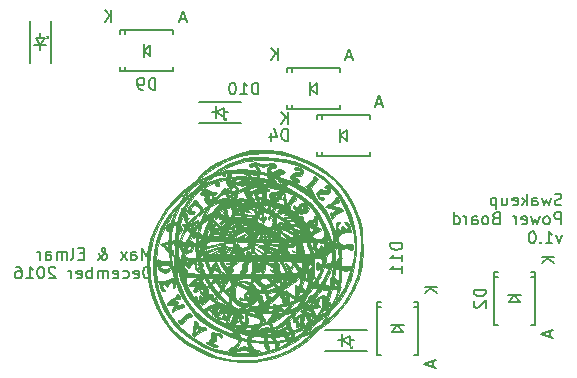
<source format=gbr>
G04 #@! TF.FileFunction,Legend,Bot*
%FSLAX46Y46*%
G04 Gerber Fmt 4.6, Leading zero omitted, Abs format (unit mm)*
G04 Created by KiCad (PCBNEW 4.0.2+dfsg1-stable) date mån 26 dec 2016 15:24:11*
%MOMM*%
G01*
G04 APERTURE LIST*
%ADD10C,0.100000*%
%ADD11C,0.200000*%
%ADD12C,0.010000*%
%ADD13C,0.150000*%
%ADD14C,0.037500*%
G04 APERTURE END LIST*
D10*
D11*
X179006524Y-106907162D02*
X178863667Y-106954781D01*
X178625571Y-106954781D01*
X178530333Y-106907162D01*
X178482714Y-106859543D01*
X178435095Y-106764305D01*
X178435095Y-106669067D01*
X178482714Y-106573829D01*
X178530333Y-106526210D01*
X178625571Y-106478590D01*
X178816048Y-106430971D01*
X178911286Y-106383352D01*
X178958905Y-106335733D01*
X179006524Y-106240495D01*
X179006524Y-106145257D01*
X178958905Y-106050019D01*
X178911286Y-106002400D01*
X178816048Y-105954781D01*
X178577952Y-105954781D01*
X178435095Y-106002400D01*
X178101762Y-106288114D02*
X177911286Y-106954781D01*
X177720809Y-106478590D01*
X177530333Y-106954781D01*
X177339857Y-106288114D01*
X176530333Y-106954781D02*
X176530333Y-106430971D01*
X176577952Y-106335733D01*
X176673190Y-106288114D01*
X176863667Y-106288114D01*
X176958905Y-106335733D01*
X176530333Y-106907162D02*
X176625571Y-106954781D01*
X176863667Y-106954781D01*
X176958905Y-106907162D01*
X177006524Y-106811924D01*
X177006524Y-106716686D01*
X176958905Y-106621448D01*
X176863667Y-106573829D01*
X176625571Y-106573829D01*
X176530333Y-106526210D01*
X176054143Y-106954781D02*
X176054143Y-105954781D01*
X175958905Y-106573829D02*
X175673190Y-106954781D01*
X175673190Y-106288114D02*
X176054143Y-106669067D01*
X174863666Y-106907162D02*
X174958904Y-106954781D01*
X175149381Y-106954781D01*
X175244619Y-106907162D01*
X175292238Y-106811924D01*
X175292238Y-106430971D01*
X175244619Y-106335733D01*
X175149381Y-106288114D01*
X174958904Y-106288114D01*
X174863666Y-106335733D01*
X174816047Y-106430971D01*
X174816047Y-106526210D01*
X175292238Y-106621448D01*
X173958904Y-106288114D02*
X173958904Y-106954781D01*
X174387476Y-106288114D02*
X174387476Y-106811924D01*
X174339857Y-106907162D01*
X174244619Y-106954781D01*
X174101761Y-106954781D01*
X174006523Y-106907162D01*
X173958904Y-106859543D01*
X173482714Y-106288114D02*
X173482714Y-107288114D01*
X173482714Y-106335733D02*
X173387476Y-106288114D01*
X173196999Y-106288114D01*
X173101761Y-106335733D01*
X173054142Y-106383352D01*
X173006523Y-106478590D01*
X173006523Y-106764305D01*
X173054142Y-106859543D01*
X173101761Y-106907162D01*
X173196999Y-106954781D01*
X173387476Y-106954781D01*
X173482714Y-106907162D01*
X178958905Y-108554781D02*
X178958905Y-107554781D01*
X178577952Y-107554781D01*
X178482714Y-107602400D01*
X178435095Y-107650019D01*
X178387476Y-107745257D01*
X178387476Y-107888114D01*
X178435095Y-107983352D01*
X178482714Y-108030971D01*
X178577952Y-108078590D01*
X178958905Y-108078590D01*
X177816048Y-108554781D02*
X177911286Y-108507162D01*
X177958905Y-108459543D01*
X178006524Y-108364305D01*
X178006524Y-108078590D01*
X177958905Y-107983352D01*
X177911286Y-107935733D01*
X177816048Y-107888114D01*
X177673190Y-107888114D01*
X177577952Y-107935733D01*
X177530333Y-107983352D01*
X177482714Y-108078590D01*
X177482714Y-108364305D01*
X177530333Y-108459543D01*
X177577952Y-108507162D01*
X177673190Y-108554781D01*
X177816048Y-108554781D01*
X177149381Y-107888114D02*
X176958905Y-108554781D01*
X176768428Y-108078590D01*
X176577952Y-108554781D01*
X176387476Y-107888114D01*
X175625571Y-108507162D02*
X175720809Y-108554781D01*
X175911286Y-108554781D01*
X176006524Y-108507162D01*
X176054143Y-108411924D01*
X176054143Y-108030971D01*
X176006524Y-107935733D01*
X175911286Y-107888114D01*
X175720809Y-107888114D01*
X175625571Y-107935733D01*
X175577952Y-108030971D01*
X175577952Y-108126210D01*
X176054143Y-108221448D01*
X175149381Y-108554781D02*
X175149381Y-107888114D01*
X175149381Y-108078590D02*
X175101762Y-107983352D01*
X175054143Y-107935733D01*
X174958905Y-107888114D01*
X174863666Y-107888114D01*
X173435094Y-108030971D02*
X173292237Y-108078590D01*
X173244618Y-108126210D01*
X173196999Y-108221448D01*
X173196999Y-108364305D01*
X173244618Y-108459543D01*
X173292237Y-108507162D01*
X173387475Y-108554781D01*
X173768428Y-108554781D01*
X173768428Y-107554781D01*
X173435094Y-107554781D01*
X173339856Y-107602400D01*
X173292237Y-107650019D01*
X173244618Y-107745257D01*
X173244618Y-107840495D01*
X173292237Y-107935733D01*
X173339856Y-107983352D01*
X173435094Y-108030971D01*
X173768428Y-108030971D01*
X172625571Y-108554781D02*
X172720809Y-108507162D01*
X172768428Y-108459543D01*
X172816047Y-108364305D01*
X172816047Y-108078590D01*
X172768428Y-107983352D01*
X172720809Y-107935733D01*
X172625571Y-107888114D01*
X172482713Y-107888114D01*
X172387475Y-107935733D01*
X172339856Y-107983352D01*
X172292237Y-108078590D01*
X172292237Y-108364305D01*
X172339856Y-108459543D01*
X172387475Y-108507162D01*
X172482713Y-108554781D01*
X172625571Y-108554781D01*
X171435094Y-108554781D02*
X171435094Y-108030971D01*
X171482713Y-107935733D01*
X171577951Y-107888114D01*
X171768428Y-107888114D01*
X171863666Y-107935733D01*
X171435094Y-108507162D02*
X171530332Y-108554781D01*
X171768428Y-108554781D01*
X171863666Y-108507162D01*
X171911285Y-108411924D01*
X171911285Y-108316686D01*
X171863666Y-108221448D01*
X171768428Y-108173829D01*
X171530332Y-108173829D01*
X171435094Y-108126210D01*
X170958904Y-108554781D02*
X170958904Y-107888114D01*
X170958904Y-108078590D02*
X170911285Y-107983352D01*
X170863666Y-107935733D01*
X170768428Y-107888114D01*
X170673189Y-107888114D01*
X169911284Y-108554781D02*
X169911284Y-107554781D01*
X169911284Y-108507162D02*
X170006522Y-108554781D01*
X170196999Y-108554781D01*
X170292237Y-108507162D01*
X170339856Y-108459543D01*
X170387475Y-108364305D01*
X170387475Y-108078590D01*
X170339856Y-107983352D01*
X170292237Y-107935733D01*
X170196999Y-107888114D01*
X170006522Y-107888114D01*
X169911284Y-107935733D01*
X179054143Y-109488114D02*
X178816048Y-110154781D01*
X178577952Y-109488114D01*
X177673190Y-110154781D02*
X178244619Y-110154781D01*
X177958905Y-110154781D02*
X177958905Y-109154781D01*
X178054143Y-109297638D01*
X178149381Y-109392876D01*
X178244619Y-109440495D01*
X177244619Y-110059543D02*
X177197000Y-110107162D01*
X177244619Y-110154781D01*
X177292238Y-110107162D01*
X177244619Y-110059543D01*
X177244619Y-110154781D01*
X176577953Y-109154781D02*
X176482714Y-109154781D01*
X176387476Y-109202400D01*
X176339857Y-109250019D01*
X176292238Y-109345257D01*
X176244619Y-109535733D01*
X176244619Y-109773829D01*
X176292238Y-109964305D01*
X176339857Y-110059543D01*
X176387476Y-110107162D01*
X176482714Y-110154781D01*
X176577953Y-110154781D01*
X176673191Y-110107162D01*
X176720810Y-110059543D01*
X176768429Y-109964305D01*
X176816048Y-109773829D01*
X176816048Y-109535733D01*
X176768429Y-109345257D01*
X176720810Y-109250019D01*
X176673191Y-109202400D01*
X176577953Y-109154781D01*
X144160905Y-111539381D02*
X144160905Y-110539381D01*
X143827571Y-111253667D01*
X143494238Y-110539381D01*
X143494238Y-111539381D01*
X142589476Y-111539381D02*
X142589476Y-111015571D01*
X142637095Y-110920333D01*
X142732333Y-110872714D01*
X142922810Y-110872714D01*
X143018048Y-110920333D01*
X142589476Y-111491762D02*
X142684714Y-111539381D01*
X142922810Y-111539381D01*
X143018048Y-111491762D01*
X143065667Y-111396524D01*
X143065667Y-111301286D01*
X143018048Y-111206048D01*
X142922810Y-111158429D01*
X142684714Y-111158429D01*
X142589476Y-111110810D01*
X142208524Y-111539381D02*
X141684714Y-110872714D01*
X142208524Y-110872714D02*
X141684714Y-111539381D01*
X139732333Y-111539381D02*
X139779952Y-111539381D01*
X139875190Y-111491762D01*
X140018047Y-111348905D01*
X140256142Y-111063190D01*
X140351381Y-110920333D01*
X140399000Y-110777476D01*
X140399000Y-110682238D01*
X140351381Y-110587000D01*
X140256142Y-110539381D01*
X140208523Y-110539381D01*
X140113285Y-110587000D01*
X140065666Y-110682238D01*
X140065666Y-110729857D01*
X140113285Y-110825095D01*
X140160904Y-110872714D01*
X140446619Y-111063190D01*
X140494238Y-111110810D01*
X140541857Y-111206048D01*
X140541857Y-111348905D01*
X140494238Y-111444143D01*
X140446619Y-111491762D01*
X140351381Y-111539381D01*
X140208523Y-111539381D01*
X140113285Y-111491762D01*
X140065666Y-111444143D01*
X139922809Y-111253667D01*
X139875190Y-111110810D01*
X139875190Y-111015571D01*
X138541857Y-111015571D02*
X138208523Y-111015571D01*
X138065666Y-111539381D02*
X138541857Y-111539381D01*
X138541857Y-110539381D01*
X138065666Y-110539381D01*
X137494238Y-111539381D02*
X137589476Y-111491762D01*
X137637095Y-111396524D01*
X137637095Y-110539381D01*
X137113285Y-111539381D02*
X137113285Y-110872714D01*
X137113285Y-110967952D02*
X137065666Y-110920333D01*
X136970428Y-110872714D01*
X136827570Y-110872714D01*
X136732332Y-110920333D01*
X136684713Y-111015571D01*
X136684713Y-111539381D01*
X136684713Y-111015571D02*
X136637094Y-110920333D01*
X136541856Y-110872714D01*
X136398999Y-110872714D01*
X136303761Y-110920333D01*
X136256142Y-111015571D01*
X136256142Y-111539381D01*
X135351380Y-111539381D02*
X135351380Y-111015571D01*
X135398999Y-110920333D01*
X135494237Y-110872714D01*
X135684714Y-110872714D01*
X135779952Y-110920333D01*
X135351380Y-111491762D02*
X135446618Y-111539381D01*
X135684714Y-111539381D01*
X135779952Y-111491762D01*
X135827571Y-111396524D01*
X135827571Y-111301286D01*
X135779952Y-111206048D01*
X135684714Y-111158429D01*
X135446618Y-111158429D01*
X135351380Y-111110810D01*
X134875190Y-111539381D02*
X134875190Y-110872714D01*
X134875190Y-111063190D02*
X134827571Y-110967952D01*
X134779952Y-110920333D01*
X134684714Y-110872714D01*
X134589475Y-110872714D01*
X144160905Y-113139381D02*
X144160905Y-112139381D01*
X143922810Y-112139381D01*
X143779952Y-112187000D01*
X143684714Y-112282238D01*
X143637095Y-112377476D01*
X143589476Y-112567952D01*
X143589476Y-112710810D01*
X143637095Y-112901286D01*
X143684714Y-112996524D01*
X143779952Y-113091762D01*
X143922810Y-113139381D01*
X144160905Y-113139381D01*
X142779952Y-113091762D02*
X142875190Y-113139381D01*
X143065667Y-113139381D01*
X143160905Y-113091762D01*
X143208524Y-112996524D01*
X143208524Y-112615571D01*
X143160905Y-112520333D01*
X143065667Y-112472714D01*
X142875190Y-112472714D01*
X142779952Y-112520333D01*
X142732333Y-112615571D01*
X142732333Y-112710810D01*
X143208524Y-112806048D01*
X141875190Y-113091762D02*
X141970428Y-113139381D01*
X142160905Y-113139381D01*
X142256143Y-113091762D01*
X142303762Y-113044143D01*
X142351381Y-112948905D01*
X142351381Y-112663190D01*
X142303762Y-112567952D01*
X142256143Y-112520333D01*
X142160905Y-112472714D01*
X141970428Y-112472714D01*
X141875190Y-112520333D01*
X141065666Y-113091762D02*
X141160904Y-113139381D01*
X141351381Y-113139381D01*
X141446619Y-113091762D01*
X141494238Y-112996524D01*
X141494238Y-112615571D01*
X141446619Y-112520333D01*
X141351381Y-112472714D01*
X141160904Y-112472714D01*
X141065666Y-112520333D01*
X141018047Y-112615571D01*
X141018047Y-112710810D01*
X141494238Y-112806048D01*
X140589476Y-113139381D02*
X140589476Y-112472714D01*
X140589476Y-112567952D02*
X140541857Y-112520333D01*
X140446619Y-112472714D01*
X140303761Y-112472714D01*
X140208523Y-112520333D01*
X140160904Y-112615571D01*
X140160904Y-113139381D01*
X140160904Y-112615571D02*
X140113285Y-112520333D01*
X140018047Y-112472714D01*
X139875190Y-112472714D01*
X139779952Y-112520333D01*
X139732333Y-112615571D01*
X139732333Y-113139381D01*
X139256143Y-113139381D02*
X139256143Y-112139381D01*
X139256143Y-112520333D02*
X139160905Y-112472714D01*
X138970428Y-112472714D01*
X138875190Y-112520333D01*
X138827571Y-112567952D01*
X138779952Y-112663190D01*
X138779952Y-112948905D01*
X138827571Y-113044143D01*
X138875190Y-113091762D01*
X138970428Y-113139381D01*
X139160905Y-113139381D01*
X139256143Y-113091762D01*
X137970428Y-113091762D02*
X138065666Y-113139381D01*
X138256143Y-113139381D01*
X138351381Y-113091762D01*
X138399000Y-112996524D01*
X138399000Y-112615571D01*
X138351381Y-112520333D01*
X138256143Y-112472714D01*
X138065666Y-112472714D01*
X137970428Y-112520333D01*
X137922809Y-112615571D01*
X137922809Y-112710810D01*
X138399000Y-112806048D01*
X137494238Y-113139381D02*
X137494238Y-112472714D01*
X137494238Y-112663190D02*
X137446619Y-112567952D01*
X137399000Y-112520333D01*
X137303762Y-112472714D01*
X137208523Y-112472714D01*
X136160904Y-112234619D02*
X136113285Y-112187000D01*
X136018047Y-112139381D01*
X135779951Y-112139381D01*
X135684713Y-112187000D01*
X135637094Y-112234619D01*
X135589475Y-112329857D01*
X135589475Y-112425095D01*
X135637094Y-112567952D01*
X136208523Y-113139381D01*
X135589475Y-113139381D01*
X134970428Y-112139381D02*
X134875189Y-112139381D01*
X134779951Y-112187000D01*
X134732332Y-112234619D01*
X134684713Y-112329857D01*
X134637094Y-112520333D01*
X134637094Y-112758429D01*
X134684713Y-112948905D01*
X134732332Y-113044143D01*
X134779951Y-113091762D01*
X134875189Y-113139381D01*
X134970428Y-113139381D01*
X135065666Y-113091762D01*
X135113285Y-113044143D01*
X135160904Y-112948905D01*
X135208523Y-112758429D01*
X135208523Y-112520333D01*
X135160904Y-112329857D01*
X135113285Y-112234619D01*
X135065666Y-112187000D01*
X134970428Y-112139381D01*
X133684713Y-113139381D02*
X134256142Y-113139381D01*
X133970428Y-113139381D02*
X133970428Y-112139381D01*
X134065666Y-112282238D01*
X134160904Y-112377476D01*
X134256142Y-112425095D01*
X132827570Y-112139381D02*
X133018047Y-112139381D01*
X133113285Y-112187000D01*
X133160904Y-112234619D01*
X133256142Y-112377476D01*
X133303761Y-112567952D01*
X133303761Y-112948905D01*
X133256142Y-113044143D01*
X133208523Y-113091762D01*
X133113285Y-113139381D01*
X132922808Y-113139381D01*
X132827570Y-113091762D01*
X132779951Y-113044143D01*
X132732332Y-112948905D01*
X132732332Y-112710810D01*
X132779951Y-112615571D01*
X132827570Y-112567952D01*
X132922808Y-112520333D01*
X133113285Y-112520333D01*
X133208523Y-112567952D01*
X133256142Y-112615571D01*
X133303761Y-112710810D01*
D12*
G36*
X150928345Y-103928844D02*
X149711793Y-104213020D01*
X148494639Y-104710244D01*
X148482698Y-104716157D01*
X147920898Y-105007086D01*
X147483231Y-105272208D01*
X147096342Y-105564818D01*
X146686875Y-105938212D01*
X146377991Y-106245306D01*
X145447733Y-107332782D01*
X144719915Y-108504877D01*
X144196657Y-109758113D01*
X144154873Y-109890340D01*
X143935188Y-110957405D01*
X143892210Y-112100572D01*
X144014872Y-113279642D01*
X144292110Y-114454420D01*
X144712857Y-115584709D01*
X145266048Y-116630312D01*
X145940616Y-117551035D01*
X146393302Y-118021493D01*
X147198664Y-118659977D01*
X148151073Y-119232116D01*
X149178457Y-119699311D01*
X150062765Y-119986630D01*
X150558134Y-120081684D01*
X151188398Y-120154443D01*
X151877031Y-120200745D01*
X152547505Y-120216429D01*
X153123296Y-120197333D01*
X153390600Y-120167592D01*
X154772605Y-119848869D01*
X156020622Y-119356710D01*
X157132232Y-118692204D01*
X157736811Y-118207583D01*
X158433619Y-117477317D01*
X159076027Y-116595997D01*
X159618935Y-115633243D01*
X159997804Y-114717514D01*
X160133660Y-114298634D01*
X160227680Y-113952035D01*
X160287378Y-113619481D01*
X160320268Y-113242736D01*
X160333861Y-112763564D01*
X160335530Y-112173821D01*
X160170533Y-112173821D01*
X160140118Y-112943667D01*
X160073854Y-113667809D01*
X159973859Y-114283758D01*
X159875143Y-114645184D01*
X159349041Y-115854920D01*
X158689880Y-116898836D01*
X157881165Y-117798723D01*
X156906399Y-118576369D01*
X156890863Y-118586920D01*
X156419901Y-118891665D01*
X155947375Y-119173218D01*
X155544359Y-119390226D01*
X155378426Y-119466941D01*
X154879240Y-119640039D01*
X154252163Y-119809234D01*
X153589494Y-119953314D01*
X152983533Y-120051064D01*
X152727991Y-120076115D01*
X152119770Y-120079012D01*
X151403263Y-120025870D01*
X150680560Y-119927918D01*
X150053752Y-119796389D01*
X149967122Y-119772382D01*
X149147726Y-119476632D01*
X148304859Y-119069342D01*
X147489031Y-118582890D01*
X146750752Y-118049650D01*
X146140533Y-117502000D01*
X145795032Y-117098182D01*
X145083910Y-115957230D01*
X144557071Y-114751722D01*
X144219155Y-113508013D01*
X144074798Y-112252458D01*
X144128641Y-111011413D01*
X144385321Y-109811232D01*
X144468160Y-109559035D01*
X145003091Y-108357980D01*
X145719916Y-107265103D01*
X146598017Y-106301086D01*
X147616775Y-105486608D01*
X148755571Y-104842349D01*
X149454773Y-104557701D01*
X149925255Y-104403012D01*
X150342820Y-104298827D01*
X150782353Y-104232648D01*
X151318743Y-104191977D01*
X151758738Y-104173158D01*
X152368797Y-104156989D01*
X152830567Y-104163700D01*
X153216080Y-104200608D01*
X153597365Y-104275028D01*
X154046454Y-104394276D01*
X154107506Y-104411711D01*
X155206571Y-104800438D01*
X156272213Y-105315423D01*
X157238318Y-105921086D01*
X157903621Y-106454733D01*
X158435698Y-107036017D01*
X158951450Y-107776071D01*
X159416265Y-108613555D01*
X159795527Y-109487127D01*
X160025470Y-110214937D01*
X160115329Y-110746968D01*
X160162977Y-111420759D01*
X160170533Y-112173821D01*
X160335530Y-112173821D01*
X160335672Y-112123730D01*
X160335617Y-112099035D01*
X160329831Y-111433822D01*
X160311633Y-110933204D01*
X160274487Y-110540985D01*
X160211858Y-110200969D01*
X160117211Y-109856960D01*
X160050923Y-109651066D01*
X159524839Y-108392718D01*
X158830289Y-107276288D01*
X157970387Y-106305408D01*
X156948249Y-105483710D01*
X156000805Y-104928613D01*
X154680523Y-104357600D01*
X153402096Y-104000834D01*
X152154908Y-103858016D01*
X150928345Y-103928844D01*
X150928345Y-103928844D01*
G37*
X150928345Y-103928844D02*
X149711793Y-104213020D01*
X148494639Y-104710244D01*
X148482698Y-104716157D01*
X147920898Y-105007086D01*
X147483231Y-105272208D01*
X147096342Y-105564818D01*
X146686875Y-105938212D01*
X146377991Y-106245306D01*
X145447733Y-107332782D01*
X144719915Y-108504877D01*
X144196657Y-109758113D01*
X144154873Y-109890340D01*
X143935188Y-110957405D01*
X143892210Y-112100572D01*
X144014872Y-113279642D01*
X144292110Y-114454420D01*
X144712857Y-115584709D01*
X145266048Y-116630312D01*
X145940616Y-117551035D01*
X146393302Y-118021493D01*
X147198664Y-118659977D01*
X148151073Y-119232116D01*
X149178457Y-119699311D01*
X150062765Y-119986630D01*
X150558134Y-120081684D01*
X151188398Y-120154443D01*
X151877031Y-120200745D01*
X152547505Y-120216429D01*
X153123296Y-120197333D01*
X153390600Y-120167592D01*
X154772605Y-119848869D01*
X156020622Y-119356710D01*
X157132232Y-118692204D01*
X157736811Y-118207583D01*
X158433619Y-117477317D01*
X159076027Y-116595997D01*
X159618935Y-115633243D01*
X159997804Y-114717514D01*
X160133660Y-114298634D01*
X160227680Y-113952035D01*
X160287378Y-113619481D01*
X160320268Y-113242736D01*
X160333861Y-112763564D01*
X160335530Y-112173821D01*
X160170533Y-112173821D01*
X160140118Y-112943667D01*
X160073854Y-113667809D01*
X159973859Y-114283758D01*
X159875143Y-114645184D01*
X159349041Y-115854920D01*
X158689880Y-116898836D01*
X157881165Y-117798723D01*
X156906399Y-118576369D01*
X156890863Y-118586920D01*
X156419901Y-118891665D01*
X155947375Y-119173218D01*
X155544359Y-119390226D01*
X155378426Y-119466941D01*
X154879240Y-119640039D01*
X154252163Y-119809234D01*
X153589494Y-119953314D01*
X152983533Y-120051064D01*
X152727991Y-120076115D01*
X152119770Y-120079012D01*
X151403263Y-120025870D01*
X150680560Y-119927918D01*
X150053752Y-119796389D01*
X149967122Y-119772382D01*
X149147726Y-119476632D01*
X148304859Y-119069342D01*
X147489031Y-118582890D01*
X146750752Y-118049650D01*
X146140533Y-117502000D01*
X145795032Y-117098182D01*
X145083910Y-115957230D01*
X144557071Y-114751722D01*
X144219155Y-113508013D01*
X144074798Y-112252458D01*
X144128641Y-111011413D01*
X144385321Y-109811232D01*
X144468160Y-109559035D01*
X145003091Y-108357980D01*
X145719916Y-107265103D01*
X146598017Y-106301086D01*
X147616775Y-105486608D01*
X148755571Y-104842349D01*
X149454773Y-104557701D01*
X149925255Y-104403012D01*
X150342820Y-104298827D01*
X150782353Y-104232648D01*
X151318743Y-104191977D01*
X151758738Y-104173158D01*
X152368797Y-104156989D01*
X152830567Y-104163700D01*
X153216080Y-104200608D01*
X153597365Y-104275028D01*
X154046454Y-104394276D01*
X154107506Y-104411711D01*
X155206571Y-104800438D01*
X156272213Y-105315423D01*
X157238318Y-105921086D01*
X157903621Y-106454733D01*
X158435698Y-107036017D01*
X158951450Y-107776071D01*
X159416265Y-108613555D01*
X159795527Y-109487127D01*
X160025470Y-110214937D01*
X160115329Y-110746968D01*
X160162977Y-111420759D01*
X160170533Y-112173821D01*
X160335530Y-112173821D01*
X160335672Y-112123730D01*
X160335617Y-112099035D01*
X160329831Y-111433822D01*
X160311633Y-110933204D01*
X160274487Y-110540985D01*
X160211858Y-110200969D01*
X160117211Y-109856960D01*
X160050923Y-109651066D01*
X159524839Y-108392718D01*
X158830289Y-107276288D01*
X157970387Y-106305408D01*
X156948249Y-105483710D01*
X156000805Y-104928613D01*
X154680523Y-104357600D01*
X153402096Y-104000834D01*
X152154908Y-103858016D01*
X150928345Y-103928844D01*
G36*
X151047495Y-104517733D02*
X150295402Y-104603528D01*
X150127988Y-104636933D01*
X149148707Y-104958680D01*
X148181621Y-105470098D01*
X147260122Y-106141008D01*
X146417601Y-106941229D01*
X145687448Y-107840584D01*
X145103054Y-108808891D01*
X144830873Y-109424576D01*
X144557922Y-110409419D01*
X144433666Y-111491695D01*
X144452395Y-112620098D01*
X144608398Y-113743321D01*
X144895966Y-114810059D01*
X145309388Y-115769003D01*
X145588516Y-116232136D01*
X146283149Y-117141725D01*
X147024015Y-117875419D01*
X147864772Y-118478067D01*
X148859081Y-118994520D01*
X148932550Y-119027164D01*
X149731139Y-119341323D01*
X150490228Y-119550457D01*
X151287899Y-119669853D01*
X152202236Y-119714799D01*
X152451904Y-119716202D01*
X153015233Y-119703237D01*
X153475554Y-119654663D01*
X153930853Y-119553803D01*
X154479119Y-119383983D01*
X154555977Y-119358123D01*
X155607229Y-118942896D01*
X156506624Y-118449684D01*
X157319419Y-117841048D01*
X157537105Y-117647843D01*
X158254995Y-116849358D01*
X158854555Y-115899981D01*
X159323344Y-114842648D01*
X159648924Y-113720297D01*
X159818853Y-112575867D01*
X159820064Y-111835881D01*
X159676793Y-111835881D01*
X159663877Y-112210677D01*
X159607107Y-112688787D01*
X159574674Y-112910728D01*
X159276820Y-114259467D01*
X158810881Y-115468424D01*
X158180000Y-116533693D01*
X157387320Y-117451365D01*
X156435985Y-118217534D01*
X155329140Y-118828292D01*
X154575955Y-119123886D01*
X154055252Y-119292586D01*
X153637764Y-119399658D01*
X153238557Y-119458530D01*
X152772696Y-119482628D01*
X152286252Y-119485872D01*
X151071469Y-119482782D01*
X151615286Y-119315866D01*
X152011057Y-119219856D01*
X152288282Y-119223740D01*
X152421134Y-119268341D01*
X152690115Y-119348277D01*
X152997743Y-119382883D01*
X153269167Y-119371506D01*
X153429533Y-119313490D01*
X153445817Y-119277296D01*
X153351255Y-119194474D01*
X153167944Y-119166861D01*
X152941901Y-119105986D01*
X152763108Y-118891092D01*
X152702913Y-118774390D01*
X152590377Y-118458933D01*
X152618844Y-118232984D01*
X152810514Y-118072234D01*
X153187587Y-117952373D01*
X153510308Y-117890264D01*
X154516291Y-117617940D01*
X155409075Y-117157780D01*
X156192134Y-116507303D01*
X156868940Y-115664027D01*
X157066293Y-115348562D01*
X157622136Y-114224427D01*
X157959952Y-113112882D01*
X158018274Y-112582539D01*
X157863208Y-112582539D01*
X157821928Y-112800360D01*
X157712374Y-113161633D01*
X157555979Y-113607976D01*
X157374171Y-114081007D01*
X157188384Y-114522345D01*
X157027044Y-114860373D01*
X156426581Y-115807903D01*
X155717304Y-116565538D01*
X154890215Y-117140410D01*
X153936316Y-117539653D01*
X153501035Y-117655470D01*
X153295344Y-117702266D01*
X153224948Y-117718399D01*
X153192083Y-117652908D01*
X152791521Y-117652908D01*
X152544469Y-117915883D01*
X152389033Y-118116531D01*
X152352770Y-118316537D01*
X152411766Y-118607267D01*
X152476249Y-118874183D01*
X152466133Y-118970348D01*
X152369143Y-118936905D01*
X152321993Y-118908200D01*
X152123004Y-118842520D01*
X151890269Y-118920559D01*
X151815540Y-118963696D01*
X151598061Y-119092916D01*
X151484042Y-119156108D01*
X151482302Y-119156765D01*
X151512658Y-119077609D01*
X151624773Y-118865233D01*
X151703172Y-118725507D01*
X151852195Y-118441944D01*
X151892788Y-118255114D01*
X151834598Y-118075093D01*
X151783127Y-117980072D01*
X151611307Y-117675992D01*
X152791521Y-117652908D01*
X153192083Y-117652908D01*
X153182917Y-117634644D01*
X153169730Y-117466517D01*
X153189251Y-117353030D01*
X152837355Y-117353030D01*
X152783208Y-117399905D01*
X152517738Y-117498205D01*
X152275094Y-117477757D01*
X152177667Y-117401355D01*
X151953669Y-117401355D01*
X151952386Y-117404050D01*
X151820521Y-117443960D01*
X151552007Y-117442805D01*
X151430361Y-117430658D01*
X151148209Y-117405097D01*
X151048590Y-117430674D01*
X151097207Y-117516482D01*
X151099078Y-117518474D01*
X151217387Y-117684406D01*
X151237122Y-117748014D01*
X151144368Y-117775621D01*
X150894881Y-117723334D01*
X150531823Y-117605205D01*
X150098356Y-117435284D01*
X149637642Y-117227622D01*
X149635817Y-117226742D01*
X148887041Y-116760768D01*
X148176608Y-116120952D01*
X147549318Y-115354225D01*
X147060204Y-114528600D01*
X146754540Y-113854939D01*
X146554978Y-113309251D01*
X146465725Y-112907537D01*
X146490987Y-112665800D01*
X146555026Y-112606905D01*
X146670169Y-112650635D01*
X146789878Y-112883076D01*
X146885451Y-113179957D01*
X147294624Y-114228646D01*
X147897911Y-115177435D01*
X148435350Y-115784285D01*
X149215989Y-116463938D01*
X149993063Y-116932656D01*
X150783637Y-117199410D01*
X151252501Y-117264937D01*
X151618229Y-117302867D01*
X151869080Y-117351744D01*
X151953669Y-117401355D01*
X152177667Y-117401355D01*
X152175817Y-117399905D01*
X152223959Y-117326442D01*
X152453519Y-117292247D01*
X152528213Y-117291161D01*
X152782644Y-117305942D01*
X152837355Y-117353030D01*
X153189251Y-117353030D01*
X153197035Y-117307779D01*
X153313199Y-117202171D01*
X153569596Y-117115909D01*
X153777122Y-117067101D01*
X154541044Y-116833958D01*
X155184997Y-116483935D01*
X155763116Y-115980889D01*
X156221242Y-115435183D01*
X156463056Y-115056111D01*
X156714598Y-114565570D01*
X156950446Y-114025730D01*
X157145177Y-113498758D01*
X157201147Y-113301438D01*
X156897400Y-113301438D01*
X156886766Y-113419599D01*
X156709255Y-114190692D01*
X156327425Y-114934914D01*
X155733122Y-115668061D01*
X155717454Y-115684333D01*
X155160585Y-116200386D01*
X154606145Y-116568613D01*
X153981457Y-116827277D01*
X153213848Y-117014639D01*
X153177757Y-117021451D01*
X152796894Y-117071133D01*
X152335003Y-117100326D01*
X151849736Y-117109400D01*
X151398748Y-117098729D01*
X151039690Y-117068685D01*
X150830218Y-117019640D01*
X150809735Y-117006155D01*
X150802439Y-116903010D01*
X150616960Y-116903010D01*
X150515330Y-116941975D01*
X150284037Y-116862437D01*
X149902142Y-116659811D01*
X149724411Y-116556236D01*
X149271648Y-116248604D01*
X148804447Y-115869321D01*
X148512141Y-115590411D01*
X148274592Y-115335151D01*
X148134617Y-115176795D01*
X148117656Y-115144335D01*
X148128382Y-115153037D01*
X148280442Y-115209341D01*
X148462033Y-115094059D01*
X148495834Y-115061192D01*
X148712887Y-114920612D01*
X148883608Y-114907836D01*
X149003199Y-114910424D01*
X148988970Y-114805940D01*
X148960091Y-114657254D01*
X149048747Y-114683491D01*
X149244164Y-114879798D01*
X149301629Y-114946772D01*
X149554095Y-115172490D01*
X149910949Y-115407012D01*
X150121334Y-115517155D01*
X150432915Y-115669832D01*
X150571248Y-115768954D01*
X150565499Y-115849351D01*
X150467278Y-115930267D01*
X150322477Y-116102454D01*
X150310580Y-116232191D01*
X150298210Y-116399089D01*
X150177087Y-116483759D01*
X150039023Y-116429806D01*
X150023796Y-116408350D01*
X149922680Y-116334537D01*
X149863492Y-116394981D01*
X149875089Y-116522418D01*
X150037117Y-116604057D01*
X150279758Y-116610664D01*
X150345769Y-116596922D01*
X150541269Y-116624517D01*
X150609866Y-116750126D01*
X150616960Y-116903010D01*
X150802439Y-116903010D01*
X150801102Y-116884111D01*
X150832449Y-116632076D01*
X150842348Y-116576793D01*
X150947535Y-116275962D01*
X151104082Y-116181209D01*
X151194036Y-116152187D01*
X151189613Y-116147972D01*
X150737722Y-116147972D01*
X150725127Y-116239705D01*
X150611404Y-116344211D01*
X150492494Y-116285374D01*
X150464078Y-116178605D01*
X150553380Y-116085842D01*
X150626264Y-116074687D01*
X150737722Y-116147972D01*
X151189613Y-116147972D01*
X151096488Y-116059231D01*
X151016252Y-116007929D01*
X150875984Y-115907173D01*
X150902353Y-115887476D01*
X150916113Y-115891298D01*
X151644866Y-116027139D01*
X152401095Y-115993445D01*
X153195661Y-115802471D01*
X153718002Y-115618065D01*
X154114548Y-115420797D01*
X154230609Y-115336789D01*
X153367395Y-115336789D01*
X153245400Y-115445925D01*
X152956493Y-115555512D01*
X152910834Y-115569735D01*
X152552621Y-115677426D01*
X152350291Y-115724756D01*
X152249065Y-115717742D01*
X152194167Y-115662398D01*
X152185951Y-115649345D01*
X152243423Y-115564085D01*
X152281137Y-115545809D01*
X151831296Y-115545809D01*
X151815779Y-115657170D01*
X151636165Y-115705271D01*
X151419869Y-115681644D01*
X151159373Y-115619145D01*
X151009345Y-115570866D01*
X151007056Y-115569606D01*
X150977015Y-115446748D01*
X150991610Y-115199321D01*
X150994360Y-115179869D01*
X151036810Y-114947258D01*
X151094987Y-114908479D01*
X151213907Y-115038442D01*
X151224425Y-115051647D01*
X151469352Y-115283656D01*
X151654345Y-115404694D01*
X151831296Y-115545809D01*
X152281137Y-115545809D01*
X152456645Y-115460760D01*
X152571794Y-115422293D01*
X152863702Y-115303458D01*
X153052190Y-115168623D01*
X153076949Y-115129809D01*
X153189660Y-114981390D01*
X153306559Y-115041905D01*
X153367301Y-115190905D01*
X153367395Y-115336789D01*
X154230609Y-115336789D01*
X154476859Y-115158547D01*
X154744982Y-114921406D01*
X154035063Y-114921406D01*
X153991370Y-115033534D01*
X153771203Y-115180354D01*
X153564902Y-115116772D01*
X153450480Y-114942731D01*
X153362532Y-114659307D01*
X153288144Y-114313850D01*
X153285505Y-114297784D01*
X153278176Y-114276483D01*
X152861843Y-114276483D01*
X152827829Y-114655404D01*
X152660553Y-114992341D01*
X152388081Y-115227175D01*
X152087532Y-115301644D01*
X151882984Y-115227395D01*
X151627892Y-115042738D01*
X151559931Y-114978835D01*
X151326794Y-114678491D01*
X151241725Y-114341957D01*
X151237122Y-114200156D01*
X151256013Y-113899247D01*
X151351181Y-113729328D01*
X151580369Y-113601297D01*
X151590925Y-113596813D01*
X150992625Y-113596813D01*
X150967797Y-113990648D01*
X150910864Y-114596412D01*
X150856911Y-115010318D01*
X150788451Y-115260431D01*
X150687998Y-115374812D01*
X150538065Y-115381523D01*
X150321164Y-115308628D01*
X150182310Y-115251170D01*
X149797201Y-115090261D01*
X150268683Y-114180632D01*
X150552094Y-113659715D01*
X150760179Y-113342510D01*
X150857998Y-113261357D01*
X150464078Y-113261357D01*
X150417778Y-113380638D01*
X150295039Y-113644764D01*
X150120099Y-114001991D01*
X150074921Y-114092094D01*
X149874193Y-114477802D01*
X149734657Y-114696814D01*
X149624673Y-114782846D01*
X149512600Y-114769614D01*
X149462058Y-114745131D01*
X149243662Y-114552637D01*
X149175070Y-114446815D01*
X148833172Y-114446815D01*
X148777347Y-114430598D01*
X148709171Y-114372828D01*
X148518724Y-114244163D01*
X148400811Y-114235926D01*
X148418068Y-114347942D01*
X148528652Y-114457667D01*
X148654443Y-114599624D01*
X148603417Y-114683913D01*
X148490238Y-114686515D01*
X148476252Y-114639035D01*
X148409674Y-114565503D01*
X148370640Y-114580837D01*
X148310478Y-114724501D01*
X148327238Y-114808224D01*
X148320469Y-114947880D01*
X148267198Y-114970340D01*
X148167398Y-114878117D01*
X148144948Y-114752936D01*
X148092295Y-114595078D01*
X147976477Y-114600181D01*
X147867667Y-114682272D01*
X147934446Y-114826440D01*
X147948868Y-114845193D01*
X148034775Y-114965842D01*
X147967288Y-114929244D01*
X147908661Y-114884110D01*
X147774259Y-114700801D01*
X147605743Y-114358331D01*
X147426159Y-113910883D01*
X147258556Y-113412640D01*
X147205511Y-113230992D01*
X147181521Y-113078442D01*
X147255999Y-113005762D01*
X147479266Y-112983712D01*
X147633107Y-112982513D01*
X147956096Y-113001345D01*
X148126285Y-113076172D01*
X148205501Y-113220194D01*
X148302261Y-113444960D01*
X148471855Y-113772950D01*
X148612191Y-114020846D01*
X148779921Y-114316771D01*
X148833172Y-114446815D01*
X149175070Y-114446815D01*
X149114171Y-114352862D01*
X149058903Y-114178065D01*
X149096963Y-114019268D01*
X149255425Y-113813140D01*
X149418143Y-113641850D01*
X149778420Y-113332941D01*
X150085329Y-113208107D01*
X150155186Y-113203383D01*
X150378123Y-113221330D01*
X150464078Y-113261357D01*
X150857998Y-113261357D01*
X150898952Y-113227381D01*
X150974429Y-113312693D01*
X150992625Y-113596813D01*
X151590925Y-113596813D01*
X151642241Y-113575017D01*
X152070132Y-113477570D01*
X152424021Y-113584816D01*
X152726722Y-113903872D01*
X152734532Y-113915693D01*
X152861843Y-114276483D01*
X153278176Y-114276483D01*
X153166677Y-113952463D01*
X152967215Y-113662566D01*
X152958025Y-113653731D01*
X152621946Y-113451962D01*
X152198647Y-113345697D01*
X151786301Y-113351451D01*
X151574483Y-113421011D01*
X151397594Y-113497326D01*
X151354603Y-113435626D01*
X151366739Y-113350986D01*
X151414612Y-113248895D01*
X151540079Y-113185877D01*
X151788211Y-113151394D01*
X152204077Y-113134906D01*
X152298759Y-113133062D01*
X153191872Y-113117168D01*
X153657050Y-113996514D01*
X153882177Y-114440330D01*
X154003957Y-114735522D01*
X154035063Y-114921406D01*
X154744982Y-114921406D01*
X154747707Y-114918996D01*
X155309536Y-114302223D01*
X155422405Y-114122384D01*
X154835265Y-114122384D01*
X154812487Y-114351947D01*
X154661942Y-114587760D01*
X154452648Y-114735781D01*
X154375036Y-114749470D01*
X154263257Y-114657143D01*
X154090960Y-114411821D01*
X153890313Y-114060988D01*
X153832681Y-113948818D01*
X153431222Y-113148166D01*
X153740727Y-113110701D01*
X153970641Y-113125875D01*
X154186584Y-113260135D01*
X154409692Y-113497223D01*
X154634174Y-113785795D01*
X154795742Y-114036751D01*
X154835265Y-114122384D01*
X155422405Y-114122384D01*
X155715689Y-113655083D01*
X155893661Y-113300640D01*
X155930501Y-113245846D01*
X155431828Y-113245846D01*
X155403131Y-113474385D01*
X155319323Y-113652382D01*
X155208051Y-113817502D01*
X155087893Y-113840339D01*
X154904270Y-113712930D01*
X154749469Y-113569243D01*
X154550447Y-113357447D01*
X154444865Y-113203915D01*
X154439730Y-113182722D01*
X154538474Y-113129174D01*
X154788296Y-113097060D01*
X154936687Y-113092948D01*
X149591840Y-113092948D01*
X149294086Y-113483324D01*
X149052958Y-113748739D01*
X148867561Y-113813569D01*
X148706309Y-113680102D01*
X148621030Y-113532132D01*
X148536066Y-113295469D01*
X148596755Y-113160436D01*
X148830275Y-113101896D01*
X149095781Y-113092948D01*
X149591840Y-113092948D01*
X154936687Y-113092948D01*
X155282034Y-113127015D01*
X155431828Y-113245846D01*
X155930501Y-113245846D01*
X156026766Y-113102669D01*
X156165812Y-113018570D01*
X156361607Y-113005744D01*
X156482774Y-113011934D01*
X156764254Y-113039451D01*
X156883110Y-113116423D01*
X156897400Y-113301438D01*
X157201147Y-113301438D01*
X157273371Y-113046822D01*
X157311035Y-112770134D01*
X157387413Y-112608790D01*
X157587122Y-112568383D01*
X157794957Y-112573246D01*
X157863208Y-112582539D01*
X158018274Y-112582539D01*
X158077049Y-112048082D01*
X157842663Y-112048082D01*
X157807991Y-112209470D01*
X157650526Y-112315554D01*
X157492409Y-112234106D01*
X157484420Y-112221983D01*
X157504983Y-112080125D01*
X157578506Y-111995751D01*
X157746374Y-111946207D01*
X157842663Y-112048082D01*
X158077049Y-112048082D01*
X158080141Y-112019975D01*
X158072899Y-111940244D01*
X157060663Y-111940244D01*
X157035518Y-112220179D01*
X157028014Y-112262809D01*
X156962211Y-112515276D01*
X156842861Y-112624991D01*
X156593730Y-112650897D01*
X156525701Y-112651209D01*
X156253514Y-112639805D01*
X156105331Y-112611412D01*
X156096252Y-112601188D01*
X156148306Y-112426452D01*
X156268664Y-112172274D01*
X156403621Y-111943325D01*
X156480526Y-111852248D01*
X156478527Y-111790952D01*
X156338213Y-111769422D01*
X156167722Y-111806537D01*
X156151469Y-111878166D01*
X156165269Y-112062201D01*
X156142185Y-112114058D01*
X156028649Y-112138926D01*
X155867133Y-111977664D01*
X155693612Y-111795438D01*
X155606505Y-111791904D01*
X155619051Y-111937359D01*
X155744491Y-112202101D01*
X155757466Y-112223716D01*
X155894276Y-112465910D01*
X155914418Y-112588702D01*
X155822779Y-112657099D01*
X155791026Y-112670148D01*
X155632787Y-112689889D01*
X155284572Y-112707092D01*
X154777260Y-112721682D01*
X154141730Y-112733580D01*
X153408861Y-112742710D01*
X152609534Y-112748996D01*
X151774626Y-112752360D01*
X150935018Y-112752724D01*
X150121589Y-112750014D01*
X149365218Y-112744151D01*
X148696785Y-112735058D01*
X148147169Y-112722659D01*
X147747249Y-112706877D01*
X147547562Y-112690675D01*
X147029785Y-112619705D01*
X147059169Y-112166857D01*
X146695948Y-112166857D01*
X146668658Y-112319329D01*
X146638675Y-112353714D01*
X146501012Y-112376048D01*
X146389393Y-112264117D01*
X146377991Y-112202952D01*
X146467537Y-112110727D01*
X146543643Y-112099035D01*
X146695948Y-112166857D01*
X147059169Y-112166857D01*
X147062801Y-112110892D01*
X147091058Y-111801373D01*
X147155152Y-111654871D01*
X147303921Y-111613917D01*
X147482339Y-111617187D01*
X147674808Y-111620858D01*
X148062434Y-111625015D01*
X148619508Y-111629492D01*
X149320318Y-111634125D01*
X150139154Y-111638750D01*
X151050306Y-111643202D01*
X152028061Y-111647316D01*
X152420245Y-111648788D01*
X153529465Y-111655295D01*
X154515902Y-111666087D01*
X155363260Y-111680737D01*
X156055240Y-111698818D01*
X156575542Y-111719901D01*
X156907870Y-111743560D01*
X157035923Y-111769367D01*
X157036254Y-111769844D01*
X157060663Y-111940244D01*
X158072899Y-111940244D01*
X158033921Y-111511155D01*
X157861576Y-111511155D01*
X157772266Y-111632196D01*
X157579177Y-111708053D01*
X157409522Y-111696246D01*
X157360971Y-111579340D01*
X157345739Y-111515819D01*
X152761304Y-111515819D01*
X152645165Y-111519805D01*
X152527262Y-111386706D01*
X152476266Y-111206907D01*
X152463653Y-111021750D01*
X152519077Y-111037633D01*
X152614310Y-111153838D01*
X152757911Y-111385118D01*
X152761304Y-111515819D01*
X157345739Y-111515819D01*
X157294009Y-111300098D01*
X157271473Y-111179851D01*
X157089321Y-111179851D01*
X156989146Y-111319540D01*
X156708998Y-111393365D01*
X156388107Y-111398478D01*
X156184001Y-111356670D01*
X156040836Y-111222140D01*
X156033666Y-111207097D01*
X155426841Y-111207097D01*
X155289993Y-111193614D01*
X154968247Y-111082635D01*
X154546980Y-110909864D01*
X154180188Y-110745790D01*
X153855617Y-110588270D01*
X153608662Y-110456713D01*
X153474719Y-110370526D01*
X153489185Y-110349118D01*
X153556252Y-110366624D01*
X153835748Y-110463819D01*
X154205134Y-110606078D01*
X154604136Y-110768352D01*
X154972477Y-110925593D01*
X155249883Y-111052750D01*
X155372904Y-111121576D01*
X155426841Y-111207097D01*
X156033666Y-111207097D01*
X155906279Y-110939847D01*
X155875085Y-110858936D01*
X155803220Y-110662781D01*
X155432167Y-110662781D01*
X155400640Y-110732673D01*
X155389288Y-110744550D01*
X155255036Y-110747239D01*
X154968036Y-110683763D01*
X154581814Y-110566914D01*
X154435186Y-110516515D01*
X153944575Y-110356732D01*
X153615286Y-110286274D01*
X153409874Y-110298161D01*
X153365991Y-110317196D01*
X153299905Y-110384653D01*
X153351864Y-110470648D01*
X153548379Y-110595917D01*
X153915957Y-110781193D01*
X154027100Y-110834293D01*
X154528388Y-111082698D01*
X154831591Y-111259650D01*
X154945097Y-111372125D01*
X154877298Y-111427100D01*
X154749943Y-111435377D01*
X154534540Y-111378463D01*
X154202978Y-111229331D01*
X153822570Y-111018733D01*
X153777122Y-110990967D01*
X153059295Y-110547606D01*
X153542846Y-110992016D01*
X153799667Y-111239896D01*
X153900886Y-111377076D01*
X153862842Y-111431494D01*
X153802765Y-111436427D01*
X153600174Y-111357479D01*
X153344740Y-111157697D01*
X153229579Y-111038308D01*
X152997381Y-110800783D01*
X152853914Y-110701354D01*
X152822760Y-110741625D01*
X152927500Y-110923201D01*
X153002531Y-111022856D01*
X153181855Y-111277273D01*
X153211015Y-111405574D01*
X153120756Y-111436427D01*
X152998875Y-111350526D01*
X152842609Y-111141517D01*
X152829335Y-111119471D01*
X152639874Y-110909731D01*
X152443582Y-110841140D01*
X152299358Y-110909495D01*
X152266099Y-111110590D01*
X152276040Y-111158969D01*
X152293076Y-111384720D01*
X152256632Y-111485803D01*
X152192380Y-111449893D01*
X152144128Y-111252297D01*
X152141212Y-111226111D01*
X152092356Y-110988821D01*
X152021709Y-110884477D01*
X152018482Y-110884253D01*
X151970535Y-110976252D01*
X151983136Y-111160340D01*
X151980967Y-111377409D01*
X151905269Y-111436427D01*
X151817397Y-111341602D01*
X151809569Y-111139113D01*
X151854968Y-111004156D01*
X151676239Y-111004156D01*
X151624891Y-111226528D01*
X151611828Y-111261742D01*
X151505460Y-111404458D01*
X151389785Y-111431747D01*
X151347556Y-111347099D01*
X151407846Y-111198014D01*
X151509696Y-111043403D01*
X151633236Y-110933270D01*
X151676239Y-111004156D01*
X151854968Y-111004156D01*
X151884437Y-110916557D01*
X152084931Y-110786986D01*
X152231035Y-110743182D01*
X152260345Y-110731802D01*
X151471307Y-110731802D01*
X151450986Y-110834511D01*
X151329190Y-111056233D01*
X151145890Y-111298705D01*
X150968895Y-111429197D01*
X150930876Y-111436427D01*
X150838803Y-111406263D01*
X150899266Y-111290447D01*
X150997002Y-111180831D01*
X151193209Y-110945839D01*
X151223050Y-110847086D01*
X151097865Y-110889649D01*
X150828992Y-111078600D01*
X150807099Y-111095842D01*
X150551855Y-111270319D01*
X150309928Y-111393307D01*
X150123721Y-111452855D01*
X150035639Y-111437007D01*
X150088085Y-111333811D01*
X150136718Y-111284822D01*
X150326782Y-111136774D01*
X150587217Y-110969208D01*
X150865885Y-110810273D01*
X151110646Y-110688118D01*
X151269361Y-110630891D01*
X151294610Y-110659709D01*
X151264825Y-110764361D01*
X151377199Y-110743695D01*
X151471307Y-110731802D01*
X152260345Y-110731802D01*
X152657173Y-110577728D01*
X150856974Y-110577728D01*
X150816335Y-110669911D01*
X150629771Y-110824572D01*
X150350872Y-111009441D01*
X150033227Y-111192247D01*
X149730426Y-111340717D01*
X149496057Y-111422581D01*
X149442556Y-111429486D01*
X149222051Y-111417382D01*
X149138861Y-111381852D01*
X149230856Y-111307388D01*
X149468887Y-111175036D01*
X149796017Y-111011443D01*
X150155314Y-110843258D01*
X150489842Y-110697126D01*
X150742666Y-110599695D01*
X150856853Y-110577611D01*
X150856974Y-110577728D01*
X152657173Y-110577728D01*
X152663837Y-110575141D01*
X152911127Y-110322180D01*
X152984948Y-110021134D01*
X152773838Y-110021134D01*
X152688170Y-110230519D01*
X152479513Y-110379348D01*
X152057603Y-110533838D01*
X151686616Y-110495797D01*
X151566425Y-110441443D01*
X151433862Y-110318498D01*
X151422824Y-110270344D01*
X151237122Y-110270344D01*
X151162693Y-110466218D01*
X150952280Y-110498026D01*
X150799383Y-110446480D01*
X150571449Y-110446480D01*
X150507702Y-110490976D01*
X150286693Y-110605664D01*
X149951772Y-110768331D01*
X149844169Y-110819129D01*
X149461861Y-111009210D01*
X149160193Y-111179003D01*
X148994125Y-111297091D01*
X148981782Y-111312119D01*
X148839025Y-111402006D01*
X148622820Y-111433953D01*
X148432661Y-111405089D01*
X148365817Y-111329877D01*
X148451390Y-111195865D01*
X148559078Y-111120207D01*
X148735957Y-111045815D01*
X149048318Y-110931284D01*
X149437123Y-110796379D01*
X149843332Y-110660866D01*
X150207907Y-110544512D01*
X150471808Y-110467081D01*
X150571449Y-110446480D01*
X150799383Y-110446480D01*
X150774733Y-110438170D01*
X150586489Y-110390837D01*
X150331499Y-110411396D01*
X149955921Y-110507456D01*
X149689719Y-110591530D01*
X149192639Y-110750061D01*
X148868631Y-110839546D01*
X148682991Y-110865854D01*
X148601016Y-110834856D01*
X148586687Y-110778074D01*
X148623237Y-110715941D01*
X148752300Y-110648637D01*
X149002992Y-110567042D01*
X149404430Y-110462033D01*
X149985730Y-110324486D01*
X150167235Y-110282882D01*
X150658797Y-110176179D01*
X150974189Y-110125996D01*
X151150641Y-110131897D01*
X151225383Y-110193444D01*
X151237122Y-110270344D01*
X151422824Y-110270344D01*
X151383229Y-110097616D01*
X151386572Y-109878063D01*
X151040427Y-109878063D01*
X150926296Y-109956987D01*
X150593517Y-110063737D01*
X150041978Y-110199197D01*
X150021299Y-110203883D01*
X149460467Y-110328266D01*
X149084261Y-110401708D01*
X148862500Y-110424651D01*
X148765001Y-110397536D01*
X148761581Y-110320807D01*
X148807556Y-110221644D01*
X148904396Y-110102936D01*
X149072765Y-110032239D01*
X149366083Y-109995518D01*
X149722529Y-109981273D01*
X150519295Y-109961772D01*
X149746252Y-109890340D01*
X148973208Y-109818907D01*
X150072035Y-109799406D01*
X150613185Y-109800157D01*
X150936019Y-109826082D01*
X151040427Y-109878063D01*
X151386572Y-109878063D01*
X151387369Y-109825731D01*
X151426730Y-109587282D01*
X151071469Y-109587282D01*
X151063879Y-109649988D01*
X150847771Y-109644878D01*
X150740165Y-109629851D01*
X150323055Y-109583895D01*
X149879255Y-109560827D01*
X149822561Y-109560251D01*
X149524482Y-109536980D01*
X149409658Y-109474134D01*
X149416347Y-109446336D01*
X149555714Y-109397643D01*
X149842209Y-109385445D01*
X150206206Y-109403813D01*
X150578075Y-109446818D01*
X150888189Y-109508529D01*
X151066920Y-109583018D01*
X151071469Y-109587282D01*
X151426730Y-109587282D01*
X151452643Y-109430307D01*
X151545845Y-109302168D01*
X151237122Y-109302168D01*
X151150198Y-109408142D01*
X150988643Y-109401516D01*
X150731206Y-109356655D01*
X150366456Y-109302305D01*
X150192414Y-109278734D01*
X149882681Y-109229016D01*
X149765833Y-109178671D01*
X149814320Y-109113282D01*
X149843340Y-109096059D01*
X150112250Y-109029306D01*
X150280656Y-109042169D01*
X150584126Y-109116613D01*
X150795382Y-109169655D01*
X150910334Y-109184592D01*
X150820067Y-109118696D01*
X150684948Y-109048954D01*
X150449153Y-108925027D01*
X150396051Y-108860344D01*
X150507626Y-108821957D01*
X150556011Y-108813153D01*
X150826792Y-108851051D01*
X151079192Y-109010731D01*
X151226406Y-109229868D01*
X151237122Y-109302168D01*
X151545845Y-109302168D01*
X151613636Y-109208966D01*
X151904400Y-109123704D01*
X152020658Y-109118987D01*
X152351389Y-109219316D01*
X152647832Y-109529576D01*
X152728257Y-109658924D01*
X152759091Y-109761002D01*
X152662228Y-109725549D01*
X152565149Y-109682849D01*
X152633729Y-109773412D01*
X152645165Y-109785790D01*
X152773838Y-110021134D01*
X152984948Y-110021134D01*
X153002064Y-109951338D01*
X153004078Y-109869299D01*
X153019756Y-109606385D01*
X153102574Y-109444435D01*
X153306212Y-109314986D01*
X153510190Y-109223806D01*
X153843490Y-109083669D01*
X154022389Y-109022038D01*
X154094746Y-109028688D01*
X154108422Y-109093391D01*
X154108426Y-109095978D01*
X154017366Y-109195664D01*
X153804730Y-109305860D01*
X153655232Y-109372899D01*
X153672574Y-109397812D01*
X153877680Y-109385840D01*
X154053208Y-109368080D01*
X154382705Y-109346742D01*
X154513014Y-109376335D01*
X154494948Y-109427959D01*
X154329498Y-109501019D01*
X154022474Y-109562078D01*
X153777122Y-109587498D01*
X153503107Y-109608235D01*
X153406684Y-109624233D01*
X153499968Y-109639029D01*
X153795077Y-109656161D01*
X154053208Y-109668102D01*
X154936687Y-109707592D01*
X154218861Y-109775126D01*
X153501035Y-109842661D01*
X154304137Y-109936228D01*
X154705088Y-109996406D01*
X155014702Y-110067968D01*
X155171942Y-110136455D01*
X155177263Y-110143096D01*
X155132335Y-110206732D01*
X154881937Y-110204270D01*
X154760682Y-110189611D01*
X154188005Y-110113810D01*
X153827782Y-110073990D01*
X153674374Y-110071225D01*
X153722141Y-110106586D01*
X153965445Y-110181145D01*
X154314895Y-110274356D01*
X154841164Y-110414243D01*
X155182651Y-110516792D01*
X155369578Y-110595229D01*
X155432167Y-110662781D01*
X155803220Y-110662781D01*
X155763456Y-110554247D01*
X155732516Y-110414471D01*
X155783452Y-110398457D01*
X155886925Y-110448691D01*
X156177342Y-110511629D01*
X156398934Y-110388440D01*
X156512802Y-110111828D01*
X156516618Y-109919262D01*
X156459938Y-109644967D01*
X156364285Y-109485421D01*
X156345716Y-109475871D01*
X156258962Y-109508962D01*
X156266126Y-109714741D01*
X156276354Y-109769330D01*
X156293654Y-110033323D01*
X156192792Y-110163926D01*
X156160171Y-110178369D01*
X155968534Y-110201761D01*
X155883231Y-110131487D01*
X155959332Y-110017556D01*
X155973197Y-110008574D01*
X156054845Y-109902555D01*
X155997608Y-109842409D01*
X155802507Y-109821509D01*
X155669639Y-109962647D01*
X155654513Y-110054311D01*
X155586013Y-110051024D01*
X155403347Y-109911793D01*
X155140767Y-109664248D01*
X155030128Y-109550645D01*
X154586536Y-109138736D01*
X154315489Y-108935650D01*
X153630211Y-108935650D01*
X153590339Y-108987813D01*
X153390600Y-109095339D01*
X153064399Y-109215889D01*
X152864145Y-109216144D01*
X152815585Y-109107484D01*
X152944465Y-108901289D01*
X152946499Y-108899036D01*
X153158855Y-108731867D01*
X153324890Y-108678013D01*
X153404476Y-108715145D01*
X153308680Y-108836738D01*
X153224948Y-108909162D01*
X153062411Y-109054460D01*
X153070454Y-109089158D01*
X153169730Y-109059829D01*
X153485667Y-108958958D01*
X153630211Y-108935650D01*
X154315489Y-108935650D01*
X154110603Y-108782137D01*
X153853730Y-108632019D01*
X152943307Y-108632019D01*
X152838426Y-108785992D01*
X152624581Y-108974755D01*
X152500430Y-108963353D01*
X152496950Y-108945374D01*
X151526825Y-108945374D01*
X151510685Y-109010945D01*
X151394368Y-109078515D01*
X151301606Y-108996534D01*
X151304691Y-108848843D01*
X151290800Y-108672147D01*
X151245915Y-108625774D01*
X151174908Y-108634699D01*
X151194984Y-108725039D01*
X151189635Y-108867822D01*
X151077731Y-108885256D01*
X150953404Y-108773645D01*
X150968588Y-108629027D01*
X151114301Y-108497366D01*
X151260845Y-108456378D01*
X151379733Y-108545115D01*
X151484599Y-108744084D01*
X151526825Y-108945374D01*
X152496950Y-108945374D01*
X152459183Y-108750300D01*
X152459666Y-108703166D01*
X152461717Y-108675557D01*
X152341469Y-108675557D01*
X152263380Y-108860127D01*
X152120600Y-108896427D01*
X151955807Y-108841496D01*
X151907099Y-108640508D01*
X151907492Y-108592731D01*
X151909378Y-108565122D01*
X151678861Y-108565122D01*
X151638454Y-108656022D01*
X151605237Y-108638745D01*
X151592021Y-108507685D01*
X151605237Y-108491499D01*
X151670891Y-108506658D01*
X151678861Y-108565122D01*
X151909378Y-108565122D01*
X151920914Y-108396295D01*
X151960071Y-108403233D01*
X152010165Y-108509905D01*
X152085106Y-108629236D01*
X152112838Y-108592731D01*
X152172493Y-108461263D01*
X152274338Y-108486118D01*
X152339659Y-108638782D01*
X152341469Y-108675557D01*
X152461717Y-108675557D01*
X152473897Y-108511604D01*
X152512631Y-108524013D01*
X152551051Y-108613009D01*
X152642303Y-108746422D01*
X152715458Y-108695835D01*
X152866278Y-108574604D01*
X152917277Y-108565122D01*
X152943307Y-108632019D01*
X153853730Y-108632019D01*
X153790133Y-108594853D01*
X153461258Y-108447789D01*
X153160880Y-108357413D01*
X152815523Y-108310372D01*
X152351707Y-108293314D01*
X152122996Y-108291905D01*
X151591752Y-108299223D01*
X151204990Y-108332362D01*
X150886658Y-108404947D01*
X150560706Y-108530600D01*
X150411856Y-108598446D01*
X150030791Y-108789144D01*
X149704026Y-108974609D01*
X149528378Y-109094846D01*
X149378543Y-109217906D01*
X149377567Y-109199382D01*
X149514890Y-109034470D01*
X149641160Y-108855314D01*
X149608177Y-108787773D01*
X149570107Y-108784301D01*
X149475550Y-108763526D01*
X149575791Y-108680894D01*
X149577685Y-108679695D01*
X149748739Y-108637724D01*
X149801469Y-108675557D01*
X149931780Y-108717192D01*
X149998803Y-108690103D01*
X150013874Y-108586699D01*
X149881799Y-108461205D01*
X149580600Y-108461205D01*
X149496367Y-108562148D01*
X149470165Y-108565122D01*
X149373246Y-108475232D01*
X149359730Y-108392952D01*
X149413268Y-108278646D01*
X149470165Y-108289035D01*
X149576387Y-108430221D01*
X149580600Y-108461205D01*
X149881799Y-108461205D01*
X149830112Y-108412094D01*
X149677148Y-108306049D01*
X149404660Y-108143423D01*
X149214702Y-108059335D01*
X149166965Y-108058467D01*
X149155617Y-108187045D01*
X149181095Y-108464040D01*
X149219782Y-108720489D01*
X149272893Y-109075801D01*
X149265046Y-109294973D01*
X149178173Y-109458529D01*
X149016738Y-109625450D01*
X148807944Y-109880628D01*
X148579346Y-110242023D01*
X148367990Y-110639595D01*
X148210919Y-111003300D01*
X148145179Y-111263096D01*
X148144948Y-111273793D01*
X148063890Y-111390610D01*
X147802695Y-111433942D01*
X147730817Y-111434735D01*
X147414296Y-111421698D01*
X147221936Y-111363096D01*
X147145713Y-111225025D01*
X147177600Y-110973580D01*
X147309573Y-110574855D01*
X147444117Y-110223486D01*
X147659678Y-109701414D01*
X147858307Y-109315845D01*
X148087990Y-108992167D01*
X148396715Y-108655770D01*
X148550143Y-108503806D01*
X149230435Y-107936584D01*
X149982423Y-107474545D01*
X150743508Y-107151875D01*
X151256590Y-107025886D01*
X152067325Y-106995371D01*
X152944157Y-107130130D01*
X153835422Y-107408582D01*
X154689457Y-107809145D01*
X155454598Y-108310237D01*
X156079180Y-108890274D01*
X156261398Y-109116606D01*
X156484042Y-109479546D01*
X156707197Y-109940584D01*
X156901821Y-110427342D01*
X157038871Y-110867444D01*
X157089321Y-111179851D01*
X157271473Y-111179851D01*
X157221795Y-110914787D01*
X157209950Y-110842828D01*
X156965829Y-109961586D01*
X156540700Y-109118435D01*
X155974728Y-108390133D01*
X155758066Y-108215504D01*
X155413116Y-107990620D01*
X154993434Y-107744578D01*
X154552576Y-107506473D01*
X154144099Y-107305399D01*
X153821557Y-107170452D01*
X153654211Y-107129470D01*
X153642342Y-107072754D01*
X153754376Y-106956910D01*
X150472135Y-106956910D01*
X150358461Y-107044299D01*
X150081114Y-107179655D01*
X149909462Y-107257915D01*
X149153547Y-107674200D01*
X148468881Y-108190168D01*
X147917341Y-108756327D01*
X147746206Y-108988238D01*
X147447849Y-109507329D01*
X147162265Y-110127212D01*
X146925251Y-110760201D01*
X146772605Y-111318613D01*
X146754909Y-111416377D01*
X146672924Y-111694128D01*
X146557352Y-111858827D01*
X146447524Y-111884768D01*
X146382769Y-111746246D01*
X146377991Y-111662732D01*
X146429014Y-111203041D01*
X146568809Y-110622179D01*
X146777463Y-109991251D01*
X146989757Y-109478139D01*
X147526490Y-108565825D01*
X148231220Y-107790768D01*
X149085085Y-107172893D01*
X149267339Y-107072429D01*
X149667553Y-106869268D01*
X149930800Y-106762288D01*
X150111654Y-106737683D01*
X150264684Y-106781646D01*
X150315449Y-106807276D01*
X150448882Y-106887798D01*
X150472135Y-106956910D01*
X153754376Y-106956910D01*
X153777447Y-106933055D01*
X153817237Y-106900749D01*
X154108009Y-106672028D01*
X154632783Y-106928358D01*
X155004384Y-107163040D01*
X155459332Y-107529062D01*
X155950268Y-107979716D01*
X156429832Y-108468298D01*
X156850665Y-108948104D01*
X157165409Y-109372426D01*
X157244292Y-109503818D01*
X157418980Y-109883564D01*
X157592353Y-110360285D01*
X157739826Y-110854030D01*
X157836812Y-111284845D01*
X157861576Y-111511155D01*
X158033921Y-111511155D01*
X157983106Y-110951754D01*
X157669246Y-109914266D01*
X157138962Y-108913557D01*
X156591136Y-108180970D01*
X156233730Y-107724202D01*
X156040894Y-107372192D01*
X156006209Y-107089894D01*
X156123251Y-106842262D01*
X156311403Y-106654272D01*
X156516070Y-106470996D01*
X156567061Y-106356767D01*
X156481191Y-106240218D01*
X156421838Y-106185599D01*
X156259563Y-106077740D01*
X156206687Y-106122913D01*
X156134978Y-106329357D01*
X155962474Y-106580649D01*
X155753111Y-106799830D01*
X155570822Y-106909940D01*
X155550919Y-106912274D01*
X155466751Y-106947136D01*
X155557026Y-107062665D01*
X155626904Y-107123237D01*
X155834550Y-107316966D01*
X155873850Y-107397349D01*
X155767278Y-107362264D01*
X155537311Y-107209588D01*
X155447197Y-107140205D01*
X155135767Y-106912374D01*
X154848748Y-106732557D01*
X154756980Y-106686071D01*
X154580484Y-106605018D01*
X154603350Y-106593606D01*
X154743426Y-106619059D01*
X154940535Y-106609406D01*
X154948252Y-106589268D01*
X153556252Y-106589268D01*
X153523148Y-106749830D01*
X153380862Y-106773527D01*
X153260880Y-106747976D01*
X153065215Y-106712470D01*
X153046730Y-106764663D01*
X153096193Y-106831309D01*
X153157251Y-106939287D01*
X153050134Y-106952693D01*
X152949826Y-106935814D01*
X152742009Y-106862871D01*
X152672774Y-106785291D01*
X152713196Y-106746232D01*
X152279342Y-106746232D01*
X152190380Y-106779681D01*
X151907049Y-106786165D01*
X151899730Y-106786089D01*
X151610083Y-106778729D01*
X151519514Y-106756752D01*
X151606241Y-106707481D01*
X151702309Y-106671196D01*
X152051903Y-106623664D01*
X152199265Y-106676557D01*
X152279342Y-106746232D01*
X152713196Y-106746232D01*
X152762409Y-106698680D01*
X152838426Y-106687731D01*
X152986976Y-106626169D01*
X152959985Y-106465983D01*
X152848448Y-106327008D01*
X152755102Y-106121306D01*
X152787226Y-106018622D01*
X152803292Y-105998719D01*
X152624876Y-105998719D01*
X152516324Y-106016404D01*
X152373089Y-105996100D01*
X152371379Y-105958401D01*
X152519184Y-105932038D01*
X152583045Y-105949683D01*
X152624876Y-105998719D01*
X152803292Y-105998719D01*
X152868279Y-105918215D01*
X152935592Y-105956160D01*
X153020601Y-106163557D01*
X153063727Y-106292185D01*
X153180434Y-106535175D01*
X153307849Y-106660326D01*
X153397895Y-106630821D01*
X153378860Y-106531307D01*
X153378953Y-106383923D01*
X153434002Y-106356427D01*
X153531541Y-106449318D01*
X153556252Y-106589268D01*
X154948252Y-106589268D01*
X154991904Y-106475362D01*
X154904118Y-106315322D01*
X154798643Y-106292440D01*
X154635100Y-106248085D01*
X154605382Y-106190774D01*
X154697854Y-106119165D01*
X154870734Y-106114773D01*
X155149463Y-106064577D01*
X155300845Y-105842119D01*
X155321517Y-105677012D01*
X155232785Y-105532293D01*
X155025472Y-105396053D01*
X154791632Y-105312876D01*
X154623319Y-105327345D01*
X154614771Y-105334719D01*
X154551191Y-105480486D01*
X154674546Y-105555268D01*
X154786470Y-105554472D01*
X154996443Y-105592426D01*
X155074655Y-105674894D01*
X155048162Y-105773725D01*
X154848060Y-105791904D01*
X154769674Y-105785329D01*
X154444632Y-105820279D01*
X154255177Y-105976232D01*
X154235437Y-106213458D01*
X154293335Y-106339883D01*
X154359966Y-106465918D01*
X154310921Y-106493780D01*
X154106326Y-106432174D01*
X154016443Y-106400330D01*
X153701072Y-106303726D01*
X153448074Y-106252823D01*
X153418208Y-106250839D01*
X153248125Y-106187442D01*
X153230569Y-106060619D01*
X153346801Y-105946414D01*
X153501035Y-105914687D01*
X153727477Y-105867514D01*
X153754789Y-105749352D01*
X153577595Y-105595240D01*
X153552187Y-105581208D01*
X153324113Y-105522074D01*
X153046711Y-105602099D01*
X152979631Y-105634244D01*
X152694149Y-105733943D01*
X152529492Y-105705144D01*
X152473706Y-105547557D01*
X152576321Y-105429229D01*
X152776472Y-105415990D01*
X152792502Y-105420681D01*
X152961813Y-105412494D01*
X153002858Y-105284201D01*
X152908683Y-105100268D01*
X152834845Y-105028237D01*
X152677892Y-104949174D01*
X152458258Y-104965221D01*
X152224137Y-105033485D01*
X151905410Y-105115843D01*
X151717568Y-105096458D01*
X151653457Y-105049980D01*
X151455985Y-104949080D01*
X151196678Y-104926458D01*
X150941938Y-104968968D01*
X150758164Y-105063460D01*
X150711758Y-105196788D01*
X150728458Y-105233136D01*
X150876641Y-105293942D01*
X151121300Y-105237408D01*
X151477045Y-105185287D01*
X151671033Y-105247890D01*
X151960256Y-105309654D01*
X152113340Y-105255964D01*
X152381931Y-105163726D01*
X152527470Y-105148644D01*
X152640061Y-105167548D01*
X152554908Y-105224051D01*
X152479513Y-105255520D01*
X152310714Y-105371846D01*
X152240285Y-105585798D01*
X152231035Y-105794176D01*
X152256505Y-106089425D01*
X152319828Y-106279316D01*
X152341469Y-106301209D01*
X152447864Y-106452377D01*
X152451904Y-106486080D01*
X152374744Y-106516634D01*
X152186371Y-106428632D01*
X152175817Y-106421799D01*
X151959674Y-106304952D01*
X151789724Y-106323851D01*
X151623643Y-106421799D01*
X151429080Y-106538614D01*
X151363017Y-106529365D01*
X151416717Y-106368976D01*
X151526334Y-106142426D01*
X151565138Y-106037378D01*
X151410349Y-106037378D01*
X151377589Y-106148386D01*
X151248233Y-106211088D01*
X151063064Y-106311707D01*
X151016252Y-106402437D01*
X150925593Y-106614853D01*
X150723169Y-106771912D01*
X150607643Y-106798166D01*
X150480541Y-106709302D01*
X150464078Y-106632513D01*
X150527156Y-106485604D01*
X150581030Y-106466861D01*
X150646986Y-106534518D01*
X150629730Y-106577296D01*
X150637294Y-106679113D01*
X150676326Y-106687731D01*
X150796730Y-106594600D01*
X150863495Y-106377746D01*
X150861250Y-106130973D01*
X150794192Y-105968471D01*
X150724983Y-105831602D01*
X150775343Y-105804253D01*
X150937171Y-105885535D01*
X150965688Y-105922216D01*
X151116732Y-105995634D01*
X151189538Y-105982257D01*
X151364956Y-105994080D01*
X151410349Y-106037378D01*
X151565138Y-106037378D01*
X151638425Y-105838987D01*
X151614145Y-105592453D01*
X151583919Y-105518068D01*
X151447729Y-105319172D01*
X151327837Y-105252079D01*
X151249030Y-105284553D01*
X151325469Y-105384600D01*
X151440516Y-105575097D01*
X151381825Y-105701895D01*
X151191912Y-105746215D01*
X150913293Y-105689279D01*
X150774658Y-105627883D01*
X150532675Y-105519902D01*
X150385902Y-105527025D01*
X150265571Y-105624126D01*
X150166825Y-105754309D01*
X150234192Y-105841062D01*
X150389734Y-105907416D01*
X150613010Y-106049918D01*
X150680271Y-106210296D01*
X150585752Y-106329310D01*
X150433433Y-106356427D01*
X150135577Y-106418959D01*
X149964085Y-106503728D01*
X149691868Y-106658844D01*
X149531574Y-106729351D01*
X149386285Y-106771181D01*
X149410222Y-106703652D01*
X149489555Y-106609657D01*
X149602420Y-106393577D01*
X149586443Y-106209157D01*
X149456121Y-106135557D01*
X149381666Y-106223776D01*
X149382498Y-106324814D01*
X149320515Y-106503207D01*
X149205573Y-106556885D01*
X149058116Y-106552939D01*
X149074267Y-106415155D01*
X149082459Y-106395236D01*
X149162660Y-106049115D01*
X149112772Y-105771438D01*
X148960119Y-105605631D01*
X148732024Y-105595119D01*
X148614295Y-105651201D01*
X148449763Y-105829983D01*
X148443579Y-106011622D01*
X148562529Y-106109099D01*
X148671318Y-106078190D01*
X148672964Y-106021671D01*
X148730471Y-105870580D01*
X148796694Y-105830881D01*
X148898064Y-105836496D01*
X148882197Y-105996362D01*
X148869836Y-106037946D01*
X148778417Y-106419688D01*
X148802479Y-106650864D01*
X148950967Y-106774387D01*
X149028426Y-106798746D01*
X149196241Y-106848806D01*
X149206658Y-106904112D01*
X149043786Y-107004799D01*
X148921200Y-107069584D01*
X148652267Y-107245839D01*
X148300192Y-107523117D01*
X147936467Y-107844732D01*
X147899678Y-107879560D01*
X147605470Y-108148270D01*
X147382968Y-108328797D01*
X147269002Y-108392078D01*
X147261469Y-108383150D01*
X147331457Y-108220530D01*
X147393991Y-108145470D01*
X147469295Y-108036316D01*
X147387474Y-108012948D01*
X147303524Y-107945758D01*
X147321228Y-107895166D01*
X147302180Y-107746814D01*
X147189702Y-107622591D01*
X147052477Y-107505839D01*
X147092973Y-107468225D01*
X147178643Y-107464287D01*
X147342506Y-107507302D01*
X147371904Y-107558329D01*
X147460557Y-107673198D01*
X147658172Y-107714001D01*
X147862229Y-107670387D01*
X147933540Y-107615026D01*
X147993311Y-107494772D01*
X147862809Y-107460955D01*
X147840652Y-107460774D01*
X147596733Y-107418982D01*
X147275430Y-107315758D01*
X147207802Y-107288653D01*
X146940174Y-107190241D01*
X146773156Y-107153950D01*
X146753290Y-107159099D01*
X146768772Y-107275224D01*
X146850495Y-107538148D01*
X146977588Y-107882623D01*
X147244453Y-108563581D01*
X146860035Y-109353473D01*
X146447511Y-110354656D01*
X146225021Y-111299404D01*
X146188462Y-112236607D01*
X146333727Y-113215156D01*
X146488068Y-113783617D01*
X146747665Y-114422162D01*
X147133842Y-115120811D01*
X147598375Y-115804656D01*
X148093038Y-116398794D01*
X148311507Y-116615907D01*
X148828720Y-117010618D01*
X149483351Y-117390647D01*
X150193562Y-117714651D01*
X150877517Y-117941289D01*
X150987150Y-117967577D01*
X151328042Y-118064664D01*
X151569781Y-118172364D01*
X151643316Y-118239609D01*
X151630947Y-118481647D01*
X151465005Y-118736351D01*
X151196518Y-118933192D01*
X151118130Y-118965523D01*
X150891611Y-119079536D01*
X150793597Y-119195669D01*
X150851697Y-119269531D01*
X150924223Y-119277296D01*
X151009278Y-119311697D01*
X150998139Y-119332221D01*
X150837432Y-119359559D01*
X150524040Y-119316399D01*
X150109382Y-119216648D01*
X149644877Y-119074216D01*
X149181945Y-118903011D01*
X148827966Y-118745190D01*
X147707508Y-118074529D01*
X146745522Y-117252586D01*
X145949625Y-116288580D01*
X145327431Y-115191728D01*
X144887967Y-113976427D01*
X144757978Y-113287001D01*
X144691444Y-112420001D01*
X144683515Y-112043818D01*
X144688515Y-111430593D01*
X144721428Y-110952628D01*
X144793605Y-110524938D01*
X144916402Y-110062534D01*
X144972701Y-109879120D01*
X145416177Y-108785871D01*
X146036356Y-107788964D01*
X146850011Y-106863666D01*
X147296254Y-106453209D01*
X148299440Y-105706171D01*
X149344505Y-105172566D01*
X150450336Y-104846214D01*
X151635817Y-104720937D01*
X152507122Y-104748259D01*
X153812564Y-104932600D01*
X154982651Y-105270915D01*
X156053746Y-105778264D01*
X157062210Y-106469706D01*
X157449513Y-106795282D01*
X157942633Y-107335070D01*
X158417774Y-108049213D01*
X158851869Y-108891257D01*
X159221853Y-109814746D01*
X159504660Y-110773226D01*
X159570278Y-111066576D01*
X159645659Y-111481985D01*
X159676793Y-111835881D01*
X159820064Y-111835881D01*
X159820693Y-111452296D01*
X159642004Y-110392521D01*
X159640593Y-110387296D01*
X159317053Y-109413180D01*
X158892995Y-108474338D01*
X158398373Y-107626701D01*
X157863139Y-106926202D01*
X157689184Y-106743246D01*
X157030450Y-106185048D01*
X156232181Y-105652671D01*
X155374688Y-105193152D01*
X154538285Y-104853527D01*
X154375720Y-104802688D01*
X153652875Y-104643364D01*
X152804826Y-104540718D01*
X151910168Y-104497819D01*
X151047495Y-104517733D01*
X151047495Y-104517733D01*
G37*
X151047495Y-104517733D02*
X150295402Y-104603528D01*
X150127988Y-104636933D01*
X149148707Y-104958680D01*
X148181621Y-105470098D01*
X147260122Y-106141008D01*
X146417601Y-106941229D01*
X145687448Y-107840584D01*
X145103054Y-108808891D01*
X144830873Y-109424576D01*
X144557922Y-110409419D01*
X144433666Y-111491695D01*
X144452395Y-112620098D01*
X144608398Y-113743321D01*
X144895966Y-114810059D01*
X145309388Y-115769003D01*
X145588516Y-116232136D01*
X146283149Y-117141725D01*
X147024015Y-117875419D01*
X147864772Y-118478067D01*
X148859081Y-118994520D01*
X148932550Y-119027164D01*
X149731139Y-119341323D01*
X150490228Y-119550457D01*
X151287899Y-119669853D01*
X152202236Y-119714799D01*
X152451904Y-119716202D01*
X153015233Y-119703237D01*
X153475554Y-119654663D01*
X153930853Y-119553803D01*
X154479119Y-119383983D01*
X154555977Y-119358123D01*
X155607229Y-118942896D01*
X156506624Y-118449684D01*
X157319419Y-117841048D01*
X157537105Y-117647843D01*
X158254995Y-116849358D01*
X158854555Y-115899981D01*
X159323344Y-114842648D01*
X159648924Y-113720297D01*
X159818853Y-112575867D01*
X159820064Y-111835881D01*
X159676793Y-111835881D01*
X159663877Y-112210677D01*
X159607107Y-112688787D01*
X159574674Y-112910728D01*
X159276820Y-114259467D01*
X158810881Y-115468424D01*
X158180000Y-116533693D01*
X157387320Y-117451365D01*
X156435985Y-118217534D01*
X155329140Y-118828292D01*
X154575955Y-119123886D01*
X154055252Y-119292586D01*
X153637764Y-119399658D01*
X153238557Y-119458530D01*
X152772696Y-119482628D01*
X152286252Y-119485872D01*
X151071469Y-119482782D01*
X151615286Y-119315866D01*
X152011057Y-119219856D01*
X152288282Y-119223740D01*
X152421134Y-119268341D01*
X152690115Y-119348277D01*
X152997743Y-119382883D01*
X153269167Y-119371506D01*
X153429533Y-119313490D01*
X153445817Y-119277296D01*
X153351255Y-119194474D01*
X153167944Y-119166861D01*
X152941901Y-119105986D01*
X152763108Y-118891092D01*
X152702913Y-118774390D01*
X152590377Y-118458933D01*
X152618844Y-118232984D01*
X152810514Y-118072234D01*
X153187587Y-117952373D01*
X153510308Y-117890264D01*
X154516291Y-117617940D01*
X155409075Y-117157780D01*
X156192134Y-116507303D01*
X156868940Y-115664027D01*
X157066293Y-115348562D01*
X157622136Y-114224427D01*
X157959952Y-113112882D01*
X158018274Y-112582539D01*
X157863208Y-112582539D01*
X157821928Y-112800360D01*
X157712374Y-113161633D01*
X157555979Y-113607976D01*
X157374171Y-114081007D01*
X157188384Y-114522345D01*
X157027044Y-114860373D01*
X156426581Y-115807903D01*
X155717304Y-116565538D01*
X154890215Y-117140410D01*
X153936316Y-117539653D01*
X153501035Y-117655470D01*
X153295344Y-117702266D01*
X153224948Y-117718399D01*
X153192083Y-117652908D01*
X152791521Y-117652908D01*
X152544469Y-117915883D01*
X152389033Y-118116531D01*
X152352770Y-118316537D01*
X152411766Y-118607267D01*
X152476249Y-118874183D01*
X152466133Y-118970348D01*
X152369143Y-118936905D01*
X152321993Y-118908200D01*
X152123004Y-118842520D01*
X151890269Y-118920559D01*
X151815540Y-118963696D01*
X151598061Y-119092916D01*
X151484042Y-119156108D01*
X151482302Y-119156765D01*
X151512658Y-119077609D01*
X151624773Y-118865233D01*
X151703172Y-118725507D01*
X151852195Y-118441944D01*
X151892788Y-118255114D01*
X151834598Y-118075093D01*
X151783127Y-117980072D01*
X151611307Y-117675992D01*
X152791521Y-117652908D01*
X153192083Y-117652908D01*
X153182917Y-117634644D01*
X153169730Y-117466517D01*
X153189251Y-117353030D01*
X152837355Y-117353030D01*
X152783208Y-117399905D01*
X152517738Y-117498205D01*
X152275094Y-117477757D01*
X152177667Y-117401355D01*
X151953669Y-117401355D01*
X151952386Y-117404050D01*
X151820521Y-117443960D01*
X151552007Y-117442805D01*
X151430361Y-117430658D01*
X151148209Y-117405097D01*
X151048590Y-117430674D01*
X151097207Y-117516482D01*
X151099078Y-117518474D01*
X151217387Y-117684406D01*
X151237122Y-117748014D01*
X151144368Y-117775621D01*
X150894881Y-117723334D01*
X150531823Y-117605205D01*
X150098356Y-117435284D01*
X149637642Y-117227622D01*
X149635817Y-117226742D01*
X148887041Y-116760768D01*
X148176608Y-116120952D01*
X147549318Y-115354225D01*
X147060204Y-114528600D01*
X146754540Y-113854939D01*
X146554978Y-113309251D01*
X146465725Y-112907537D01*
X146490987Y-112665800D01*
X146555026Y-112606905D01*
X146670169Y-112650635D01*
X146789878Y-112883076D01*
X146885451Y-113179957D01*
X147294624Y-114228646D01*
X147897911Y-115177435D01*
X148435350Y-115784285D01*
X149215989Y-116463938D01*
X149993063Y-116932656D01*
X150783637Y-117199410D01*
X151252501Y-117264937D01*
X151618229Y-117302867D01*
X151869080Y-117351744D01*
X151953669Y-117401355D01*
X152177667Y-117401355D01*
X152175817Y-117399905D01*
X152223959Y-117326442D01*
X152453519Y-117292247D01*
X152528213Y-117291161D01*
X152782644Y-117305942D01*
X152837355Y-117353030D01*
X153189251Y-117353030D01*
X153197035Y-117307779D01*
X153313199Y-117202171D01*
X153569596Y-117115909D01*
X153777122Y-117067101D01*
X154541044Y-116833958D01*
X155184997Y-116483935D01*
X155763116Y-115980889D01*
X156221242Y-115435183D01*
X156463056Y-115056111D01*
X156714598Y-114565570D01*
X156950446Y-114025730D01*
X157145177Y-113498758D01*
X157201147Y-113301438D01*
X156897400Y-113301438D01*
X156886766Y-113419599D01*
X156709255Y-114190692D01*
X156327425Y-114934914D01*
X155733122Y-115668061D01*
X155717454Y-115684333D01*
X155160585Y-116200386D01*
X154606145Y-116568613D01*
X153981457Y-116827277D01*
X153213848Y-117014639D01*
X153177757Y-117021451D01*
X152796894Y-117071133D01*
X152335003Y-117100326D01*
X151849736Y-117109400D01*
X151398748Y-117098729D01*
X151039690Y-117068685D01*
X150830218Y-117019640D01*
X150809735Y-117006155D01*
X150802439Y-116903010D01*
X150616960Y-116903010D01*
X150515330Y-116941975D01*
X150284037Y-116862437D01*
X149902142Y-116659811D01*
X149724411Y-116556236D01*
X149271648Y-116248604D01*
X148804447Y-115869321D01*
X148512141Y-115590411D01*
X148274592Y-115335151D01*
X148134617Y-115176795D01*
X148117656Y-115144335D01*
X148128382Y-115153037D01*
X148280442Y-115209341D01*
X148462033Y-115094059D01*
X148495834Y-115061192D01*
X148712887Y-114920612D01*
X148883608Y-114907836D01*
X149003199Y-114910424D01*
X148988970Y-114805940D01*
X148960091Y-114657254D01*
X149048747Y-114683491D01*
X149244164Y-114879798D01*
X149301629Y-114946772D01*
X149554095Y-115172490D01*
X149910949Y-115407012D01*
X150121334Y-115517155D01*
X150432915Y-115669832D01*
X150571248Y-115768954D01*
X150565499Y-115849351D01*
X150467278Y-115930267D01*
X150322477Y-116102454D01*
X150310580Y-116232191D01*
X150298210Y-116399089D01*
X150177087Y-116483759D01*
X150039023Y-116429806D01*
X150023796Y-116408350D01*
X149922680Y-116334537D01*
X149863492Y-116394981D01*
X149875089Y-116522418D01*
X150037117Y-116604057D01*
X150279758Y-116610664D01*
X150345769Y-116596922D01*
X150541269Y-116624517D01*
X150609866Y-116750126D01*
X150616960Y-116903010D01*
X150802439Y-116903010D01*
X150801102Y-116884111D01*
X150832449Y-116632076D01*
X150842348Y-116576793D01*
X150947535Y-116275962D01*
X151104082Y-116181209D01*
X151194036Y-116152187D01*
X151189613Y-116147972D01*
X150737722Y-116147972D01*
X150725127Y-116239705D01*
X150611404Y-116344211D01*
X150492494Y-116285374D01*
X150464078Y-116178605D01*
X150553380Y-116085842D01*
X150626264Y-116074687D01*
X150737722Y-116147972D01*
X151189613Y-116147972D01*
X151096488Y-116059231D01*
X151016252Y-116007929D01*
X150875984Y-115907173D01*
X150902353Y-115887476D01*
X150916113Y-115891298D01*
X151644866Y-116027139D01*
X152401095Y-115993445D01*
X153195661Y-115802471D01*
X153718002Y-115618065D01*
X154114548Y-115420797D01*
X154230609Y-115336789D01*
X153367395Y-115336789D01*
X153245400Y-115445925D01*
X152956493Y-115555512D01*
X152910834Y-115569735D01*
X152552621Y-115677426D01*
X152350291Y-115724756D01*
X152249065Y-115717742D01*
X152194167Y-115662398D01*
X152185951Y-115649345D01*
X152243423Y-115564085D01*
X152281137Y-115545809D01*
X151831296Y-115545809D01*
X151815779Y-115657170D01*
X151636165Y-115705271D01*
X151419869Y-115681644D01*
X151159373Y-115619145D01*
X151009345Y-115570866D01*
X151007056Y-115569606D01*
X150977015Y-115446748D01*
X150991610Y-115199321D01*
X150994360Y-115179869D01*
X151036810Y-114947258D01*
X151094987Y-114908479D01*
X151213907Y-115038442D01*
X151224425Y-115051647D01*
X151469352Y-115283656D01*
X151654345Y-115404694D01*
X151831296Y-115545809D01*
X152281137Y-115545809D01*
X152456645Y-115460760D01*
X152571794Y-115422293D01*
X152863702Y-115303458D01*
X153052190Y-115168623D01*
X153076949Y-115129809D01*
X153189660Y-114981390D01*
X153306559Y-115041905D01*
X153367301Y-115190905D01*
X153367395Y-115336789D01*
X154230609Y-115336789D01*
X154476859Y-115158547D01*
X154744982Y-114921406D01*
X154035063Y-114921406D01*
X153991370Y-115033534D01*
X153771203Y-115180354D01*
X153564902Y-115116772D01*
X153450480Y-114942731D01*
X153362532Y-114659307D01*
X153288144Y-114313850D01*
X153285505Y-114297784D01*
X153278176Y-114276483D01*
X152861843Y-114276483D01*
X152827829Y-114655404D01*
X152660553Y-114992341D01*
X152388081Y-115227175D01*
X152087532Y-115301644D01*
X151882984Y-115227395D01*
X151627892Y-115042738D01*
X151559931Y-114978835D01*
X151326794Y-114678491D01*
X151241725Y-114341957D01*
X151237122Y-114200156D01*
X151256013Y-113899247D01*
X151351181Y-113729328D01*
X151580369Y-113601297D01*
X151590925Y-113596813D01*
X150992625Y-113596813D01*
X150967797Y-113990648D01*
X150910864Y-114596412D01*
X150856911Y-115010318D01*
X150788451Y-115260431D01*
X150687998Y-115374812D01*
X150538065Y-115381523D01*
X150321164Y-115308628D01*
X150182310Y-115251170D01*
X149797201Y-115090261D01*
X150268683Y-114180632D01*
X150552094Y-113659715D01*
X150760179Y-113342510D01*
X150857998Y-113261357D01*
X150464078Y-113261357D01*
X150417778Y-113380638D01*
X150295039Y-113644764D01*
X150120099Y-114001991D01*
X150074921Y-114092094D01*
X149874193Y-114477802D01*
X149734657Y-114696814D01*
X149624673Y-114782846D01*
X149512600Y-114769614D01*
X149462058Y-114745131D01*
X149243662Y-114552637D01*
X149175070Y-114446815D01*
X148833172Y-114446815D01*
X148777347Y-114430598D01*
X148709171Y-114372828D01*
X148518724Y-114244163D01*
X148400811Y-114235926D01*
X148418068Y-114347942D01*
X148528652Y-114457667D01*
X148654443Y-114599624D01*
X148603417Y-114683913D01*
X148490238Y-114686515D01*
X148476252Y-114639035D01*
X148409674Y-114565503D01*
X148370640Y-114580837D01*
X148310478Y-114724501D01*
X148327238Y-114808224D01*
X148320469Y-114947880D01*
X148267198Y-114970340D01*
X148167398Y-114878117D01*
X148144948Y-114752936D01*
X148092295Y-114595078D01*
X147976477Y-114600181D01*
X147867667Y-114682272D01*
X147934446Y-114826440D01*
X147948868Y-114845193D01*
X148034775Y-114965842D01*
X147967288Y-114929244D01*
X147908661Y-114884110D01*
X147774259Y-114700801D01*
X147605743Y-114358331D01*
X147426159Y-113910883D01*
X147258556Y-113412640D01*
X147205511Y-113230992D01*
X147181521Y-113078442D01*
X147255999Y-113005762D01*
X147479266Y-112983712D01*
X147633107Y-112982513D01*
X147956096Y-113001345D01*
X148126285Y-113076172D01*
X148205501Y-113220194D01*
X148302261Y-113444960D01*
X148471855Y-113772950D01*
X148612191Y-114020846D01*
X148779921Y-114316771D01*
X148833172Y-114446815D01*
X149175070Y-114446815D01*
X149114171Y-114352862D01*
X149058903Y-114178065D01*
X149096963Y-114019268D01*
X149255425Y-113813140D01*
X149418143Y-113641850D01*
X149778420Y-113332941D01*
X150085329Y-113208107D01*
X150155186Y-113203383D01*
X150378123Y-113221330D01*
X150464078Y-113261357D01*
X150857998Y-113261357D01*
X150898952Y-113227381D01*
X150974429Y-113312693D01*
X150992625Y-113596813D01*
X151590925Y-113596813D01*
X151642241Y-113575017D01*
X152070132Y-113477570D01*
X152424021Y-113584816D01*
X152726722Y-113903872D01*
X152734532Y-113915693D01*
X152861843Y-114276483D01*
X153278176Y-114276483D01*
X153166677Y-113952463D01*
X152967215Y-113662566D01*
X152958025Y-113653731D01*
X152621946Y-113451962D01*
X152198647Y-113345697D01*
X151786301Y-113351451D01*
X151574483Y-113421011D01*
X151397594Y-113497326D01*
X151354603Y-113435626D01*
X151366739Y-113350986D01*
X151414612Y-113248895D01*
X151540079Y-113185877D01*
X151788211Y-113151394D01*
X152204077Y-113134906D01*
X152298759Y-113133062D01*
X153191872Y-113117168D01*
X153657050Y-113996514D01*
X153882177Y-114440330D01*
X154003957Y-114735522D01*
X154035063Y-114921406D01*
X154744982Y-114921406D01*
X154747707Y-114918996D01*
X155309536Y-114302223D01*
X155422405Y-114122384D01*
X154835265Y-114122384D01*
X154812487Y-114351947D01*
X154661942Y-114587760D01*
X154452648Y-114735781D01*
X154375036Y-114749470D01*
X154263257Y-114657143D01*
X154090960Y-114411821D01*
X153890313Y-114060988D01*
X153832681Y-113948818D01*
X153431222Y-113148166D01*
X153740727Y-113110701D01*
X153970641Y-113125875D01*
X154186584Y-113260135D01*
X154409692Y-113497223D01*
X154634174Y-113785795D01*
X154795742Y-114036751D01*
X154835265Y-114122384D01*
X155422405Y-114122384D01*
X155715689Y-113655083D01*
X155893661Y-113300640D01*
X155930501Y-113245846D01*
X155431828Y-113245846D01*
X155403131Y-113474385D01*
X155319323Y-113652382D01*
X155208051Y-113817502D01*
X155087893Y-113840339D01*
X154904270Y-113712930D01*
X154749469Y-113569243D01*
X154550447Y-113357447D01*
X154444865Y-113203915D01*
X154439730Y-113182722D01*
X154538474Y-113129174D01*
X154788296Y-113097060D01*
X154936687Y-113092948D01*
X149591840Y-113092948D01*
X149294086Y-113483324D01*
X149052958Y-113748739D01*
X148867561Y-113813569D01*
X148706309Y-113680102D01*
X148621030Y-113532132D01*
X148536066Y-113295469D01*
X148596755Y-113160436D01*
X148830275Y-113101896D01*
X149095781Y-113092948D01*
X149591840Y-113092948D01*
X154936687Y-113092948D01*
X155282034Y-113127015D01*
X155431828Y-113245846D01*
X155930501Y-113245846D01*
X156026766Y-113102669D01*
X156165812Y-113018570D01*
X156361607Y-113005744D01*
X156482774Y-113011934D01*
X156764254Y-113039451D01*
X156883110Y-113116423D01*
X156897400Y-113301438D01*
X157201147Y-113301438D01*
X157273371Y-113046822D01*
X157311035Y-112770134D01*
X157387413Y-112608790D01*
X157587122Y-112568383D01*
X157794957Y-112573246D01*
X157863208Y-112582539D01*
X158018274Y-112582539D01*
X158077049Y-112048082D01*
X157842663Y-112048082D01*
X157807991Y-112209470D01*
X157650526Y-112315554D01*
X157492409Y-112234106D01*
X157484420Y-112221983D01*
X157504983Y-112080125D01*
X157578506Y-111995751D01*
X157746374Y-111946207D01*
X157842663Y-112048082D01*
X158077049Y-112048082D01*
X158080141Y-112019975D01*
X158072899Y-111940244D01*
X157060663Y-111940244D01*
X157035518Y-112220179D01*
X157028014Y-112262809D01*
X156962211Y-112515276D01*
X156842861Y-112624991D01*
X156593730Y-112650897D01*
X156525701Y-112651209D01*
X156253514Y-112639805D01*
X156105331Y-112611412D01*
X156096252Y-112601188D01*
X156148306Y-112426452D01*
X156268664Y-112172274D01*
X156403621Y-111943325D01*
X156480526Y-111852248D01*
X156478527Y-111790952D01*
X156338213Y-111769422D01*
X156167722Y-111806537D01*
X156151469Y-111878166D01*
X156165269Y-112062201D01*
X156142185Y-112114058D01*
X156028649Y-112138926D01*
X155867133Y-111977664D01*
X155693612Y-111795438D01*
X155606505Y-111791904D01*
X155619051Y-111937359D01*
X155744491Y-112202101D01*
X155757466Y-112223716D01*
X155894276Y-112465910D01*
X155914418Y-112588702D01*
X155822779Y-112657099D01*
X155791026Y-112670148D01*
X155632787Y-112689889D01*
X155284572Y-112707092D01*
X154777260Y-112721682D01*
X154141730Y-112733580D01*
X153408861Y-112742710D01*
X152609534Y-112748996D01*
X151774626Y-112752360D01*
X150935018Y-112752724D01*
X150121589Y-112750014D01*
X149365218Y-112744151D01*
X148696785Y-112735058D01*
X148147169Y-112722659D01*
X147747249Y-112706877D01*
X147547562Y-112690675D01*
X147029785Y-112619705D01*
X147059169Y-112166857D01*
X146695948Y-112166857D01*
X146668658Y-112319329D01*
X146638675Y-112353714D01*
X146501012Y-112376048D01*
X146389393Y-112264117D01*
X146377991Y-112202952D01*
X146467537Y-112110727D01*
X146543643Y-112099035D01*
X146695948Y-112166857D01*
X147059169Y-112166857D01*
X147062801Y-112110892D01*
X147091058Y-111801373D01*
X147155152Y-111654871D01*
X147303921Y-111613917D01*
X147482339Y-111617187D01*
X147674808Y-111620858D01*
X148062434Y-111625015D01*
X148619508Y-111629492D01*
X149320318Y-111634125D01*
X150139154Y-111638750D01*
X151050306Y-111643202D01*
X152028061Y-111647316D01*
X152420245Y-111648788D01*
X153529465Y-111655295D01*
X154515902Y-111666087D01*
X155363260Y-111680737D01*
X156055240Y-111698818D01*
X156575542Y-111719901D01*
X156907870Y-111743560D01*
X157035923Y-111769367D01*
X157036254Y-111769844D01*
X157060663Y-111940244D01*
X158072899Y-111940244D01*
X158033921Y-111511155D01*
X157861576Y-111511155D01*
X157772266Y-111632196D01*
X157579177Y-111708053D01*
X157409522Y-111696246D01*
X157360971Y-111579340D01*
X157345739Y-111515819D01*
X152761304Y-111515819D01*
X152645165Y-111519805D01*
X152527262Y-111386706D01*
X152476266Y-111206907D01*
X152463653Y-111021750D01*
X152519077Y-111037633D01*
X152614310Y-111153838D01*
X152757911Y-111385118D01*
X152761304Y-111515819D01*
X157345739Y-111515819D01*
X157294009Y-111300098D01*
X157271473Y-111179851D01*
X157089321Y-111179851D01*
X156989146Y-111319540D01*
X156708998Y-111393365D01*
X156388107Y-111398478D01*
X156184001Y-111356670D01*
X156040836Y-111222140D01*
X156033666Y-111207097D01*
X155426841Y-111207097D01*
X155289993Y-111193614D01*
X154968247Y-111082635D01*
X154546980Y-110909864D01*
X154180188Y-110745790D01*
X153855617Y-110588270D01*
X153608662Y-110456713D01*
X153474719Y-110370526D01*
X153489185Y-110349118D01*
X153556252Y-110366624D01*
X153835748Y-110463819D01*
X154205134Y-110606078D01*
X154604136Y-110768352D01*
X154972477Y-110925593D01*
X155249883Y-111052750D01*
X155372904Y-111121576D01*
X155426841Y-111207097D01*
X156033666Y-111207097D01*
X155906279Y-110939847D01*
X155875085Y-110858936D01*
X155803220Y-110662781D01*
X155432167Y-110662781D01*
X155400640Y-110732673D01*
X155389288Y-110744550D01*
X155255036Y-110747239D01*
X154968036Y-110683763D01*
X154581814Y-110566914D01*
X154435186Y-110516515D01*
X153944575Y-110356732D01*
X153615286Y-110286274D01*
X153409874Y-110298161D01*
X153365991Y-110317196D01*
X153299905Y-110384653D01*
X153351864Y-110470648D01*
X153548379Y-110595917D01*
X153915957Y-110781193D01*
X154027100Y-110834293D01*
X154528388Y-111082698D01*
X154831591Y-111259650D01*
X154945097Y-111372125D01*
X154877298Y-111427100D01*
X154749943Y-111435377D01*
X154534540Y-111378463D01*
X154202978Y-111229331D01*
X153822570Y-111018733D01*
X153777122Y-110990967D01*
X153059295Y-110547606D01*
X153542846Y-110992016D01*
X153799667Y-111239896D01*
X153900886Y-111377076D01*
X153862842Y-111431494D01*
X153802765Y-111436427D01*
X153600174Y-111357479D01*
X153344740Y-111157697D01*
X153229579Y-111038308D01*
X152997381Y-110800783D01*
X152853914Y-110701354D01*
X152822760Y-110741625D01*
X152927500Y-110923201D01*
X153002531Y-111022856D01*
X153181855Y-111277273D01*
X153211015Y-111405574D01*
X153120756Y-111436427D01*
X152998875Y-111350526D01*
X152842609Y-111141517D01*
X152829335Y-111119471D01*
X152639874Y-110909731D01*
X152443582Y-110841140D01*
X152299358Y-110909495D01*
X152266099Y-111110590D01*
X152276040Y-111158969D01*
X152293076Y-111384720D01*
X152256632Y-111485803D01*
X152192380Y-111449893D01*
X152144128Y-111252297D01*
X152141212Y-111226111D01*
X152092356Y-110988821D01*
X152021709Y-110884477D01*
X152018482Y-110884253D01*
X151970535Y-110976252D01*
X151983136Y-111160340D01*
X151980967Y-111377409D01*
X151905269Y-111436427D01*
X151817397Y-111341602D01*
X151809569Y-111139113D01*
X151854968Y-111004156D01*
X151676239Y-111004156D01*
X151624891Y-111226528D01*
X151611828Y-111261742D01*
X151505460Y-111404458D01*
X151389785Y-111431747D01*
X151347556Y-111347099D01*
X151407846Y-111198014D01*
X151509696Y-111043403D01*
X151633236Y-110933270D01*
X151676239Y-111004156D01*
X151854968Y-111004156D01*
X151884437Y-110916557D01*
X152084931Y-110786986D01*
X152231035Y-110743182D01*
X152260345Y-110731802D01*
X151471307Y-110731802D01*
X151450986Y-110834511D01*
X151329190Y-111056233D01*
X151145890Y-111298705D01*
X150968895Y-111429197D01*
X150930876Y-111436427D01*
X150838803Y-111406263D01*
X150899266Y-111290447D01*
X150997002Y-111180831D01*
X151193209Y-110945839D01*
X151223050Y-110847086D01*
X151097865Y-110889649D01*
X150828992Y-111078600D01*
X150807099Y-111095842D01*
X150551855Y-111270319D01*
X150309928Y-111393307D01*
X150123721Y-111452855D01*
X150035639Y-111437007D01*
X150088085Y-111333811D01*
X150136718Y-111284822D01*
X150326782Y-111136774D01*
X150587217Y-110969208D01*
X150865885Y-110810273D01*
X151110646Y-110688118D01*
X151269361Y-110630891D01*
X151294610Y-110659709D01*
X151264825Y-110764361D01*
X151377199Y-110743695D01*
X151471307Y-110731802D01*
X152260345Y-110731802D01*
X152657173Y-110577728D01*
X150856974Y-110577728D01*
X150816335Y-110669911D01*
X150629771Y-110824572D01*
X150350872Y-111009441D01*
X150033227Y-111192247D01*
X149730426Y-111340717D01*
X149496057Y-111422581D01*
X149442556Y-111429486D01*
X149222051Y-111417382D01*
X149138861Y-111381852D01*
X149230856Y-111307388D01*
X149468887Y-111175036D01*
X149796017Y-111011443D01*
X150155314Y-110843258D01*
X150489842Y-110697126D01*
X150742666Y-110599695D01*
X150856853Y-110577611D01*
X150856974Y-110577728D01*
X152657173Y-110577728D01*
X152663837Y-110575141D01*
X152911127Y-110322180D01*
X152984948Y-110021134D01*
X152773838Y-110021134D01*
X152688170Y-110230519D01*
X152479513Y-110379348D01*
X152057603Y-110533838D01*
X151686616Y-110495797D01*
X151566425Y-110441443D01*
X151433862Y-110318498D01*
X151422824Y-110270344D01*
X151237122Y-110270344D01*
X151162693Y-110466218D01*
X150952280Y-110498026D01*
X150799383Y-110446480D01*
X150571449Y-110446480D01*
X150507702Y-110490976D01*
X150286693Y-110605664D01*
X149951772Y-110768331D01*
X149844169Y-110819129D01*
X149461861Y-111009210D01*
X149160193Y-111179003D01*
X148994125Y-111297091D01*
X148981782Y-111312119D01*
X148839025Y-111402006D01*
X148622820Y-111433953D01*
X148432661Y-111405089D01*
X148365817Y-111329877D01*
X148451390Y-111195865D01*
X148559078Y-111120207D01*
X148735957Y-111045815D01*
X149048318Y-110931284D01*
X149437123Y-110796379D01*
X149843332Y-110660866D01*
X150207907Y-110544512D01*
X150471808Y-110467081D01*
X150571449Y-110446480D01*
X150799383Y-110446480D01*
X150774733Y-110438170D01*
X150586489Y-110390837D01*
X150331499Y-110411396D01*
X149955921Y-110507456D01*
X149689719Y-110591530D01*
X149192639Y-110750061D01*
X148868631Y-110839546D01*
X148682991Y-110865854D01*
X148601016Y-110834856D01*
X148586687Y-110778074D01*
X148623237Y-110715941D01*
X148752300Y-110648637D01*
X149002992Y-110567042D01*
X149404430Y-110462033D01*
X149985730Y-110324486D01*
X150167235Y-110282882D01*
X150658797Y-110176179D01*
X150974189Y-110125996D01*
X151150641Y-110131897D01*
X151225383Y-110193444D01*
X151237122Y-110270344D01*
X151422824Y-110270344D01*
X151383229Y-110097616D01*
X151386572Y-109878063D01*
X151040427Y-109878063D01*
X150926296Y-109956987D01*
X150593517Y-110063737D01*
X150041978Y-110199197D01*
X150021299Y-110203883D01*
X149460467Y-110328266D01*
X149084261Y-110401708D01*
X148862500Y-110424651D01*
X148765001Y-110397536D01*
X148761581Y-110320807D01*
X148807556Y-110221644D01*
X148904396Y-110102936D01*
X149072765Y-110032239D01*
X149366083Y-109995518D01*
X149722529Y-109981273D01*
X150519295Y-109961772D01*
X149746252Y-109890340D01*
X148973208Y-109818907D01*
X150072035Y-109799406D01*
X150613185Y-109800157D01*
X150936019Y-109826082D01*
X151040427Y-109878063D01*
X151386572Y-109878063D01*
X151387369Y-109825731D01*
X151426730Y-109587282D01*
X151071469Y-109587282D01*
X151063879Y-109649988D01*
X150847771Y-109644878D01*
X150740165Y-109629851D01*
X150323055Y-109583895D01*
X149879255Y-109560827D01*
X149822561Y-109560251D01*
X149524482Y-109536980D01*
X149409658Y-109474134D01*
X149416347Y-109446336D01*
X149555714Y-109397643D01*
X149842209Y-109385445D01*
X150206206Y-109403813D01*
X150578075Y-109446818D01*
X150888189Y-109508529D01*
X151066920Y-109583018D01*
X151071469Y-109587282D01*
X151426730Y-109587282D01*
X151452643Y-109430307D01*
X151545845Y-109302168D01*
X151237122Y-109302168D01*
X151150198Y-109408142D01*
X150988643Y-109401516D01*
X150731206Y-109356655D01*
X150366456Y-109302305D01*
X150192414Y-109278734D01*
X149882681Y-109229016D01*
X149765833Y-109178671D01*
X149814320Y-109113282D01*
X149843340Y-109096059D01*
X150112250Y-109029306D01*
X150280656Y-109042169D01*
X150584126Y-109116613D01*
X150795382Y-109169655D01*
X150910334Y-109184592D01*
X150820067Y-109118696D01*
X150684948Y-109048954D01*
X150449153Y-108925027D01*
X150396051Y-108860344D01*
X150507626Y-108821957D01*
X150556011Y-108813153D01*
X150826792Y-108851051D01*
X151079192Y-109010731D01*
X151226406Y-109229868D01*
X151237122Y-109302168D01*
X151545845Y-109302168D01*
X151613636Y-109208966D01*
X151904400Y-109123704D01*
X152020658Y-109118987D01*
X152351389Y-109219316D01*
X152647832Y-109529576D01*
X152728257Y-109658924D01*
X152759091Y-109761002D01*
X152662228Y-109725549D01*
X152565149Y-109682849D01*
X152633729Y-109773412D01*
X152645165Y-109785790D01*
X152773838Y-110021134D01*
X152984948Y-110021134D01*
X153002064Y-109951338D01*
X153004078Y-109869299D01*
X153019756Y-109606385D01*
X153102574Y-109444435D01*
X153306212Y-109314986D01*
X153510190Y-109223806D01*
X153843490Y-109083669D01*
X154022389Y-109022038D01*
X154094746Y-109028688D01*
X154108422Y-109093391D01*
X154108426Y-109095978D01*
X154017366Y-109195664D01*
X153804730Y-109305860D01*
X153655232Y-109372899D01*
X153672574Y-109397812D01*
X153877680Y-109385840D01*
X154053208Y-109368080D01*
X154382705Y-109346742D01*
X154513014Y-109376335D01*
X154494948Y-109427959D01*
X154329498Y-109501019D01*
X154022474Y-109562078D01*
X153777122Y-109587498D01*
X153503107Y-109608235D01*
X153406684Y-109624233D01*
X153499968Y-109639029D01*
X153795077Y-109656161D01*
X154053208Y-109668102D01*
X154936687Y-109707592D01*
X154218861Y-109775126D01*
X153501035Y-109842661D01*
X154304137Y-109936228D01*
X154705088Y-109996406D01*
X155014702Y-110067968D01*
X155171942Y-110136455D01*
X155177263Y-110143096D01*
X155132335Y-110206732D01*
X154881937Y-110204270D01*
X154760682Y-110189611D01*
X154188005Y-110113810D01*
X153827782Y-110073990D01*
X153674374Y-110071225D01*
X153722141Y-110106586D01*
X153965445Y-110181145D01*
X154314895Y-110274356D01*
X154841164Y-110414243D01*
X155182651Y-110516792D01*
X155369578Y-110595229D01*
X155432167Y-110662781D01*
X155803220Y-110662781D01*
X155763456Y-110554247D01*
X155732516Y-110414471D01*
X155783452Y-110398457D01*
X155886925Y-110448691D01*
X156177342Y-110511629D01*
X156398934Y-110388440D01*
X156512802Y-110111828D01*
X156516618Y-109919262D01*
X156459938Y-109644967D01*
X156364285Y-109485421D01*
X156345716Y-109475871D01*
X156258962Y-109508962D01*
X156266126Y-109714741D01*
X156276354Y-109769330D01*
X156293654Y-110033323D01*
X156192792Y-110163926D01*
X156160171Y-110178369D01*
X155968534Y-110201761D01*
X155883231Y-110131487D01*
X155959332Y-110017556D01*
X155973197Y-110008574D01*
X156054845Y-109902555D01*
X155997608Y-109842409D01*
X155802507Y-109821509D01*
X155669639Y-109962647D01*
X155654513Y-110054311D01*
X155586013Y-110051024D01*
X155403347Y-109911793D01*
X155140767Y-109664248D01*
X155030128Y-109550645D01*
X154586536Y-109138736D01*
X154315489Y-108935650D01*
X153630211Y-108935650D01*
X153590339Y-108987813D01*
X153390600Y-109095339D01*
X153064399Y-109215889D01*
X152864145Y-109216144D01*
X152815585Y-109107484D01*
X152944465Y-108901289D01*
X152946499Y-108899036D01*
X153158855Y-108731867D01*
X153324890Y-108678013D01*
X153404476Y-108715145D01*
X153308680Y-108836738D01*
X153224948Y-108909162D01*
X153062411Y-109054460D01*
X153070454Y-109089158D01*
X153169730Y-109059829D01*
X153485667Y-108958958D01*
X153630211Y-108935650D01*
X154315489Y-108935650D01*
X154110603Y-108782137D01*
X153853730Y-108632019D01*
X152943307Y-108632019D01*
X152838426Y-108785992D01*
X152624581Y-108974755D01*
X152500430Y-108963353D01*
X152496950Y-108945374D01*
X151526825Y-108945374D01*
X151510685Y-109010945D01*
X151394368Y-109078515D01*
X151301606Y-108996534D01*
X151304691Y-108848843D01*
X151290800Y-108672147D01*
X151245915Y-108625774D01*
X151174908Y-108634699D01*
X151194984Y-108725039D01*
X151189635Y-108867822D01*
X151077731Y-108885256D01*
X150953404Y-108773645D01*
X150968588Y-108629027D01*
X151114301Y-108497366D01*
X151260845Y-108456378D01*
X151379733Y-108545115D01*
X151484599Y-108744084D01*
X151526825Y-108945374D01*
X152496950Y-108945374D01*
X152459183Y-108750300D01*
X152459666Y-108703166D01*
X152461717Y-108675557D01*
X152341469Y-108675557D01*
X152263380Y-108860127D01*
X152120600Y-108896427D01*
X151955807Y-108841496D01*
X151907099Y-108640508D01*
X151907492Y-108592731D01*
X151909378Y-108565122D01*
X151678861Y-108565122D01*
X151638454Y-108656022D01*
X151605237Y-108638745D01*
X151592021Y-108507685D01*
X151605237Y-108491499D01*
X151670891Y-108506658D01*
X151678861Y-108565122D01*
X151909378Y-108565122D01*
X151920914Y-108396295D01*
X151960071Y-108403233D01*
X152010165Y-108509905D01*
X152085106Y-108629236D01*
X152112838Y-108592731D01*
X152172493Y-108461263D01*
X152274338Y-108486118D01*
X152339659Y-108638782D01*
X152341469Y-108675557D01*
X152461717Y-108675557D01*
X152473897Y-108511604D01*
X152512631Y-108524013D01*
X152551051Y-108613009D01*
X152642303Y-108746422D01*
X152715458Y-108695835D01*
X152866278Y-108574604D01*
X152917277Y-108565122D01*
X152943307Y-108632019D01*
X153853730Y-108632019D01*
X153790133Y-108594853D01*
X153461258Y-108447789D01*
X153160880Y-108357413D01*
X152815523Y-108310372D01*
X152351707Y-108293314D01*
X152122996Y-108291905D01*
X151591752Y-108299223D01*
X151204990Y-108332362D01*
X150886658Y-108404947D01*
X150560706Y-108530600D01*
X150411856Y-108598446D01*
X150030791Y-108789144D01*
X149704026Y-108974609D01*
X149528378Y-109094846D01*
X149378543Y-109217906D01*
X149377567Y-109199382D01*
X149514890Y-109034470D01*
X149641160Y-108855314D01*
X149608177Y-108787773D01*
X149570107Y-108784301D01*
X149475550Y-108763526D01*
X149575791Y-108680894D01*
X149577685Y-108679695D01*
X149748739Y-108637724D01*
X149801469Y-108675557D01*
X149931780Y-108717192D01*
X149998803Y-108690103D01*
X150013874Y-108586699D01*
X149881799Y-108461205D01*
X149580600Y-108461205D01*
X149496367Y-108562148D01*
X149470165Y-108565122D01*
X149373246Y-108475232D01*
X149359730Y-108392952D01*
X149413268Y-108278646D01*
X149470165Y-108289035D01*
X149576387Y-108430221D01*
X149580600Y-108461205D01*
X149881799Y-108461205D01*
X149830112Y-108412094D01*
X149677148Y-108306049D01*
X149404660Y-108143423D01*
X149214702Y-108059335D01*
X149166965Y-108058467D01*
X149155617Y-108187045D01*
X149181095Y-108464040D01*
X149219782Y-108720489D01*
X149272893Y-109075801D01*
X149265046Y-109294973D01*
X149178173Y-109458529D01*
X149016738Y-109625450D01*
X148807944Y-109880628D01*
X148579346Y-110242023D01*
X148367990Y-110639595D01*
X148210919Y-111003300D01*
X148145179Y-111263096D01*
X148144948Y-111273793D01*
X148063890Y-111390610D01*
X147802695Y-111433942D01*
X147730817Y-111434735D01*
X147414296Y-111421698D01*
X147221936Y-111363096D01*
X147145713Y-111225025D01*
X147177600Y-110973580D01*
X147309573Y-110574855D01*
X147444117Y-110223486D01*
X147659678Y-109701414D01*
X147858307Y-109315845D01*
X148087990Y-108992167D01*
X148396715Y-108655770D01*
X148550143Y-108503806D01*
X149230435Y-107936584D01*
X149982423Y-107474545D01*
X150743508Y-107151875D01*
X151256590Y-107025886D01*
X152067325Y-106995371D01*
X152944157Y-107130130D01*
X153835422Y-107408582D01*
X154689457Y-107809145D01*
X155454598Y-108310237D01*
X156079180Y-108890274D01*
X156261398Y-109116606D01*
X156484042Y-109479546D01*
X156707197Y-109940584D01*
X156901821Y-110427342D01*
X157038871Y-110867444D01*
X157089321Y-111179851D01*
X157271473Y-111179851D01*
X157221795Y-110914787D01*
X157209950Y-110842828D01*
X156965829Y-109961586D01*
X156540700Y-109118435D01*
X155974728Y-108390133D01*
X155758066Y-108215504D01*
X155413116Y-107990620D01*
X154993434Y-107744578D01*
X154552576Y-107506473D01*
X154144099Y-107305399D01*
X153821557Y-107170452D01*
X153654211Y-107129470D01*
X153642342Y-107072754D01*
X153754376Y-106956910D01*
X150472135Y-106956910D01*
X150358461Y-107044299D01*
X150081114Y-107179655D01*
X149909462Y-107257915D01*
X149153547Y-107674200D01*
X148468881Y-108190168D01*
X147917341Y-108756327D01*
X147746206Y-108988238D01*
X147447849Y-109507329D01*
X147162265Y-110127212D01*
X146925251Y-110760201D01*
X146772605Y-111318613D01*
X146754909Y-111416377D01*
X146672924Y-111694128D01*
X146557352Y-111858827D01*
X146447524Y-111884768D01*
X146382769Y-111746246D01*
X146377991Y-111662732D01*
X146429014Y-111203041D01*
X146568809Y-110622179D01*
X146777463Y-109991251D01*
X146989757Y-109478139D01*
X147526490Y-108565825D01*
X148231220Y-107790768D01*
X149085085Y-107172893D01*
X149267339Y-107072429D01*
X149667553Y-106869268D01*
X149930800Y-106762288D01*
X150111654Y-106737683D01*
X150264684Y-106781646D01*
X150315449Y-106807276D01*
X150448882Y-106887798D01*
X150472135Y-106956910D01*
X153754376Y-106956910D01*
X153777447Y-106933055D01*
X153817237Y-106900749D01*
X154108009Y-106672028D01*
X154632783Y-106928358D01*
X155004384Y-107163040D01*
X155459332Y-107529062D01*
X155950268Y-107979716D01*
X156429832Y-108468298D01*
X156850665Y-108948104D01*
X157165409Y-109372426D01*
X157244292Y-109503818D01*
X157418980Y-109883564D01*
X157592353Y-110360285D01*
X157739826Y-110854030D01*
X157836812Y-111284845D01*
X157861576Y-111511155D01*
X158033921Y-111511155D01*
X157983106Y-110951754D01*
X157669246Y-109914266D01*
X157138962Y-108913557D01*
X156591136Y-108180970D01*
X156233730Y-107724202D01*
X156040894Y-107372192D01*
X156006209Y-107089894D01*
X156123251Y-106842262D01*
X156311403Y-106654272D01*
X156516070Y-106470996D01*
X156567061Y-106356767D01*
X156481191Y-106240218D01*
X156421838Y-106185599D01*
X156259563Y-106077740D01*
X156206687Y-106122913D01*
X156134978Y-106329357D01*
X155962474Y-106580649D01*
X155753111Y-106799830D01*
X155570822Y-106909940D01*
X155550919Y-106912274D01*
X155466751Y-106947136D01*
X155557026Y-107062665D01*
X155626904Y-107123237D01*
X155834550Y-107316966D01*
X155873850Y-107397349D01*
X155767278Y-107362264D01*
X155537311Y-107209588D01*
X155447197Y-107140205D01*
X155135767Y-106912374D01*
X154848748Y-106732557D01*
X154756980Y-106686071D01*
X154580484Y-106605018D01*
X154603350Y-106593606D01*
X154743426Y-106619059D01*
X154940535Y-106609406D01*
X154948252Y-106589268D01*
X153556252Y-106589268D01*
X153523148Y-106749830D01*
X153380862Y-106773527D01*
X153260880Y-106747976D01*
X153065215Y-106712470D01*
X153046730Y-106764663D01*
X153096193Y-106831309D01*
X153157251Y-106939287D01*
X153050134Y-106952693D01*
X152949826Y-106935814D01*
X152742009Y-106862871D01*
X152672774Y-106785291D01*
X152713196Y-106746232D01*
X152279342Y-106746232D01*
X152190380Y-106779681D01*
X151907049Y-106786165D01*
X151899730Y-106786089D01*
X151610083Y-106778729D01*
X151519514Y-106756752D01*
X151606241Y-106707481D01*
X151702309Y-106671196D01*
X152051903Y-106623664D01*
X152199265Y-106676557D01*
X152279342Y-106746232D01*
X152713196Y-106746232D01*
X152762409Y-106698680D01*
X152838426Y-106687731D01*
X152986976Y-106626169D01*
X152959985Y-106465983D01*
X152848448Y-106327008D01*
X152755102Y-106121306D01*
X152787226Y-106018622D01*
X152803292Y-105998719D01*
X152624876Y-105998719D01*
X152516324Y-106016404D01*
X152373089Y-105996100D01*
X152371379Y-105958401D01*
X152519184Y-105932038D01*
X152583045Y-105949683D01*
X152624876Y-105998719D01*
X152803292Y-105998719D01*
X152868279Y-105918215D01*
X152935592Y-105956160D01*
X153020601Y-106163557D01*
X153063727Y-106292185D01*
X153180434Y-106535175D01*
X153307849Y-106660326D01*
X153397895Y-106630821D01*
X153378860Y-106531307D01*
X153378953Y-106383923D01*
X153434002Y-106356427D01*
X153531541Y-106449318D01*
X153556252Y-106589268D01*
X154948252Y-106589268D01*
X154991904Y-106475362D01*
X154904118Y-106315322D01*
X154798643Y-106292440D01*
X154635100Y-106248085D01*
X154605382Y-106190774D01*
X154697854Y-106119165D01*
X154870734Y-106114773D01*
X155149463Y-106064577D01*
X155300845Y-105842119D01*
X155321517Y-105677012D01*
X155232785Y-105532293D01*
X155025472Y-105396053D01*
X154791632Y-105312876D01*
X154623319Y-105327345D01*
X154614771Y-105334719D01*
X154551191Y-105480486D01*
X154674546Y-105555268D01*
X154786470Y-105554472D01*
X154996443Y-105592426D01*
X155074655Y-105674894D01*
X155048162Y-105773725D01*
X154848060Y-105791904D01*
X154769674Y-105785329D01*
X154444632Y-105820279D01*
X154255177Y-105976232D01*
X154235437Y-106213458D01*
X154293335Y-106339883D01*
X154359966Y-106465918D01*
X154310921Y-106493780D01*
X154106326Y-106432174D01*
X154016443Y-106400330D01*
X153701072Y-106303726D01*
X153448074Y-106252823D01*
X153418208Y-106250839D01*
X153248125Y-106187442D01*
X153230569Y-106060619D01*
X153346801Y-105946414D01*
X153501035Y-105914687D01*
X153727477Y-105867514D01*
X153754789Y-105749352D01*
X153577595Y-105595240D01*
X153552187Y-105581208D01*
X153324113Y-105522074D01*
X153046711Y-105602099D01*
X152979631Y-105634244D01*
X152694149Y-105733943D01*
X152529492Y-105705144D01*
X152473706Y-105547557D01*
X152576321Y-105429229D01*
X152776472Y-105415990D01*
X152792502Y-105420681D01*
X152961813Y-105412494D01*
X153002858Y-105284201D01*
X152908683Y-105100268D01*
X152834845Y-105028237D01*
X152677892Y-104949174D01*
X152458258Y-104965221D01*
X152224137Y-105033485D01*
X151905410Y-105115843D01*
X151717568Y-105096458D01*
X151653457Y-105049980D01*
X151455985Y-104949080D01*
X151196678Y-104926458D01*
X150941938Y-104968968D01*
X150758164Y-105063460D01*
X150711758Y-105196788D01*
X150728458Y-105233136D01*
X150876641Y-105293942D01*
X151121300Y-105237408D01*
X151477045Y-105185287D01*
X151671033Y-105247890D01*
X151960256Y-105309654D01*
X152113340Y-105255964D01*
X152381931Y-105163726D01*
X152527470Y-105148644D01*
X152640061Y-105167548D01*
X152554908Y-105224051D01*
X152479513Y-105255520D01*
X152310714Y-105371846D01*
X152240285Y-105585798D01*
X152231035Y-105794176D01*
X152256505Y-106089425D01*
X152319828Y-106279316D01*
X152341469Y-106301209D01*
X152447864Y-106452377D01*
X152451904Y-106486080D01*
X152374744Y-106516634D01*
X152186371Y-106428632D01*
X152175817Y-106421799D01*
X151959674Y-106304952D01*
X151789724Y-106323851D01*
X151623643Y-106421799D01*
X151429080Y-106538614D01*
X151363017Y-106529365D01*
X151416717Y-106368976D01*
X151526334Y-106142426D01*
X151565138Y-106037378D01*
X151410349Y-106037378D01*
X151377589Y-106148386D01*
X151248233Y-106211088D01*
X151063064Y-106311707D01*
X151016252Y-106402437D01*
X150925593Y-106614853D01*
X150723169Y-106771912D01*
X150607643Y-106798166D01*
X150480541Y-106709302D01*
X150464078Y-106632513D01*
X150527156Y-106485604D01*
X150581030Y-106466861D01*
X150646986Y-106534518D01*
X150629730Y-106577296D01*
X150637294Y-106679113D01*
X150676326Y-106687731D01*
X150796730Y-106594600D01*
X150863495Y-106377746D01*
X150861250Y-106130973D01*
X150794192Y-105968471D01*
X150724983Y-105831602D01*
X150775343Y-105804253D01*
X150937171Y-105885535D01*
X150965688Y-105922216D01*
X151116732Y-105995634D01*
X151189538Y-105982257D01*
X151364956Y-105994080D01*
X151410349Y-106037378D01*
X151565138Y-106037378D01*
X151638425Y-105838987D01*
X151614145Y-105592453D01*
X151583919Y-105518068D01*
X151447729Y-105319172D01*
X151327837Y-105252079D01*
X151249030Y-105284553D01*
X151325469Y-105384600D01*
X151440516Y-105575097D01*
X151381825Y-105701895D01*
X151191912Y-105746215D01*
X150913293Y-105689279D01*
X150774658Y-105627883D01*
X150532675Y-105519902D01*
X150385902Y-105527025D01*
X150265571Y-105624126D01*
X150166825Y-105754309D01*
X150234192Y-105841062D01*
X150389734Y-105907416D01*
X150613010Y-106049918D01*
X150680271Y-106210296D01*
X150585752Y-106329310D01*
X150433433Y-106356427D01*
X150135577Y-106418959D01*
X149964085Y-106503728D01*
X149691868Y-106658844D01*
X149531574Y-106729351D01*
X149386285Y-106771181D01*
X149410222Y-106703652D01*
X149489555Y-106609657D01*
X149602420Y-106393577D01*
X149586443Y-106209157D01*
X149456121Y-106135557D01*
X149381666Y-106223776D01*
X149382498Y-106324814D01*
X149320515Y-106503207D01*
X149205573Y-106556885D01*
X149058116Y-106552939D01*
X149074267Y-106415155D01*
X149082459Y-106395236D01*
X149162660Y-106049115D01*
X149112772Y-105771438D01*
X148960119Y-105605631D01*
X148732024Y-105595119D01*
X148614295Y-105651201D01*
X148449763Y-105829983D01*
X148443579Y-106011622D01*
X148562529Y-106109099D01*
X148671318Y-106078190D01*
X148672964Y-106021671D01*
X148730471Y-105870580D01*
X148796694Y-105830881D01*
X148898064Y-105836496D01*
X148882197Y-105996362D01*
X148869836Y-106037946D01*
X148778417Y-106419688D01*
X148802479Y-106650864D01*
X148950967Y-106774387D01*
X149028426Y-106798746D01*
X149196241Y-106848806D01*
X149206658Y-106904112D01*
X149043786Y-107004799D01*
X148921200Y-107069584D01*
X148652267Y-107245839D01*
X148300192Y-107523117D01*
X147936467Y-107844732D01*
X147899678Y-107879560D01*
X147605470Y-108148270D01*
X147382968Y-108328797D01*
X147269002Y-108392078D01*
X147261469Y-108383150D01*
X147331457Y-108220530D01*
X147393991Y-108145470D01*
X147469295Y-108036316D01*
X147387474Y-108012948D01*
X147303524Y-107945758D01*
X147321228Y-107895166D01*
X147302180Y-107746814D01*
X147189702Y-107622591D01*
X147052477Y-107505839D01*
X147092973Y-107468225D01*
X147178643Y-107464287D01*
X147342506Y-107507302D01*
X147371904Y-107558329D01*
X147460557Y-107673198D01*
X147658172Y-107714001D01*
X147862229Y-107670387D01*
X147933540Y-107615026D01*
X147993311Y-107494772D01*
X147862809Y-107460955D01*
X147840652Y-107460774D01*
X147596733Y-107418982D01*
X147275430Y-107315758D01*
X147207802Y-107288653D01*
X146940174Y-107190241D01*
X146773156Y-107153950D01*
X146753290Y-107159099D01*
X146768772Y-107275224D01*
X146850495Y-107538148D01*
X146977588Y-107882623D01*
X147244453Y-108563581D01*
X146860035Y-109353473D01*
X146447511Y-110354656D01*
X146225021Y-111299404D01*
X146188462Y-112236607D01*
X146333727Y-113215156D01*
X146488068Y-113783617D01*
X146747665Y-114422162D01*
X147133842Y-115120811D01*
X147598375Y-115804656D01*
X148093038Y-116398794D01*
X148311507Y-116615907D01*
X148828720Y-117010618D01*
X149483351Y-117390647D01*
X150193562Y-117714651D01*
X150877517Y-117941289D01*
X150987150Y-117967577D01*
X151328042Y-118064664D01*
X151569781Y-118172364D01*
X151643316Y-118239609D01*
X151630947Y-118481647D01*
X151465005Y-118736351D01*
X151196518Y-118933192D01*
X151118130Y-118965523D01*
X150891611Y-119079536D01*
X150793597Y-119195669D01*
X150851697Y-119269531D01*
X150924223Y-119277296D01*
X151009278Y-119311697D01*
X150998139Y-119332221D01*
X150837432Y-119359559D01*
X150524040Y-119316399D01*
X150109382Y-119216648D01*
X149644877Y-119074216D01*
X149181945Y-118903011D01*
X148827966Y-118745190D01*
X147707508Y-118074529D01*
X146745522Y-117252586D01*
X145949625Y-116288580D01*
X145327431Y-115191728D01*
X144887967Y-113976427D01*
X144757978Y-113287001D01*
X144691444Y-112420001D01*
X144683515Y-112043818D01*
X144688515Y-111430593D01*
X144721428Y-110952628D01*
X144793605Y-110524938D01*
X144916402Y-110062534D01*
X144972701Y-109879120D01*
X145416177Y-108785871D01*
X146036356Y-107788964D01*
X146850011Y-106863666D01*
X147296254Y-106453209D01*
X148299440Y-105706171D01*
X149344505Y-105172566D01*
X150450336Y-104846214D01*
X151635817Y-104720937D01*
X152507122Y-104748259D01*
X153812564Y-104932600D01*
X154982651Y-105270915D01*
X156053746Y-105778264D01*
X157062210Y-106469706D01*
X157449513Y-106795282D01*
X157942633Y-107335070D01*
X158417774Y-108049213D01*
X158851869Y-108891257D01*
X159221853Y-109814746D01*
X159504660Y-110773226D01*
X159570278Y-111066576D01*
X159645659Y-111481985D01*
X159676793Y-111835881D01*
X159820064Y-111835881D01*
X159820693Y-111452296D01*
X159642004Y-110392521D01*
X159640593Y-110387296D01*
X159317053Y-109413180D01*
X158892995Y-108474338D01*
X158398373Y-107626701D01*
X157863139Y-106926202D01*
X157689184Y-106743246D01*
X157030450Y-106185048D01*
X156232181Y-105652671D01*
X155374688Y-105193152D01*
X154538285Y-104853527D01*
X154375720Y-104802688D01*
X153652875Y-104643364D01*
X152804826Y-104540718D01*
X151910168Y-104497819D01*
X151047495Y-104517733D01*
G36*
X153948650Y-117989343D02*
X153826963Y-118121528D01*
X153790412Y-118320390D01*
X153823874Y-118651952D01*
X153916227Y-119004001D01*
X154051702Y-119168731D01*
X154216121Y-119130661D01*
X154241279Y-119107631D01*
X154246470Y-118975714D01*
X154186059Y-118720918D01*
X154159169Y-118638283D01*
X154078578Y-118317845D01*
X154113271Y-118119056D01*
X154141583Y-118078414D01*
X154251573Y-118008109D01*
X154390755Y-118086666D01*
X154526829Y-118232663D01*
X154696780Y-118503101D01*
X154736500Y-118734171D01*
X154734798Y-118741328D01*
X154725623Y-118914525D01*
X154843650Y-118917920D01*
X154991904Y-118833866D01*
X155089813Y-118713458D01*
X155034922Y-118642296D01*
X154905176Y-118493887D01*
X154748756Y-118239409D01*
X154728390Y-118200557D01*
X154508029Y-117918711D01*
X154243892Y-117852991D01*
X153948650Y-117989343D01*
X153948650Y-117989343D01*
G37*
X153948650Y-117989343D02*
X153826963Y-118121528D01*
X153790412Y-118320390D01*
X153823874Y-118651952D01*
X153916227Y-119004001D01*
X154051702Y-119168731D01*
X154216121Y-119130661D01*
X154241279Y-119107631D01*
X154246470Y-118975714D01*
X154186059Y-118720918D01*
X154159169Y-118638283D01*
X154078578Y-118317845D01*
X154113271Y-118119056D01*
X154141583Y-118078414D01*
X154251573Y-118008109D01*
X154390755Y-118086666D01*
X154526829Y-118232663D01*
X154696780Y-118503101D01*
X154736500Y-118734171D01*
X154734798Y-118741328D01*
X154725623Y-118914525D01*
X154843650Y-118917920D01*
X154991904Y-118833866D01*
X155089813Y-118713458D01*
X155034922Y-118642296D01*
X154905176Y-118493887D01*
X154748756Y-118239409D01*
X154728390Y-118200557D01*
X154508029Y-117918711D01*
X154243892Y-117852991D01*
X153948650Y-117989343D01*
G36*
X149376252Y-117690052D02*
X149374825Y-117911986D01*
X149302562Y-118180475D01*
X149192117Y-118407298D01*
X149076145Y-118504237D01*
X149074869Y-118504253D01*
X148933499Y-118557442D01*
X148917991Y-118597936D01*
X149010955Y-118692753D01*
X149234349Y-118810135D01*
X149504930Y-118916734D01*
X149739453Y-118979201D01*
X149849850Y-118971234D01*
X149909236Y-118822366D01*
X149778112Y-118733871D01*
X149681832Y-118725122D01*
X149514386Y-118673069D01*
X149502375Y-118587079D01*
X149626039Y-118477359D01*
X149679526Y-118477409D01*
X149758408Y-118414900D01*
X149736576Y-118228931D01*
X149742585Y-118009630D01*
X149873270Y-117945140D01*
X150079013Y-118054601D01*
X150110687Y-118084600D01*
X150218308Y-118151796D01*
X150243208Y-118041355D01*
X150149122Y-117883848D01*
X149977381Y-117798869D01*
X149691563Y-117717468D01*
X149531126Y-117662914D01*
X149392469Y-117648362D01*
X149376252Y-117690052D01*
X149376252Y-117690052D01*
G37*
X149376252Y-117690052D02*
X149374825Y-117911986D01*
X149302562Y-118180475D01*
X149192117Y-118407298D01*
X149076145Y-118504237D01*
X149074869Y-118504253D01*
X148933499Y-118557442D01*
X148917991Y-118597936D01*
X149010955Y-118692753D01*
X149234349Y-118810135D01*
X149504930Y-118916734D01*
X149739453Y-118979201D01*
X149849850Y-118971234D01*
X149909236Y-118822366D01*
X149778112Y-118733871D01*
X149681832Y-118725122D01*
X149514386Y-118673069D01*
X149502375Y-118587079D01*
X149626039Y-118477359D01*
X149679526Y-118477409D01*
X149758408Y-118414900D01*
X149736576Y-118228931D01*
X149742585Y-118009630D01*
X149873270Y-117945140D01*
X150079013Y-118054601D01*
X150110687Y-118084600D01*
X150218308Y-118151796D01*
X150243208Y-118041355D01*
X150149122Y-117883848D01*
X149977381Y-117798869D01*
X149691563Y-117717468D01*
X149531126Y-117662914D01*
X149392469Y-117648362D01*
X149376252Y-117690052D01*
G36*
X155503695Y-117262967D02*
X155447598Y-117296588D01*
X155075032Y-117523700D01*
X155308218Y-117740946D01*
X155509748Y-118002460D01*
X155609931Y-118231222D01*
X155692116Y-118441651D01*
X155818245Y-118482848D01*
X156030177Y-118356190D01*
X156159453Y-118249311D01*
X156350643Y-118059850D01*
X156363662Y-118007296D01*
X156096252Y-118007296D01*
X156036620Y-118154259D01*
X155985817Y-118172948D01*
X155887842Y-118083501D01*
X155875382Y-118007296D01*
X155935014Y-117860333D01*
X155985817Y-117841644D01*
X156083793Y-117931091D01*
X156096252Y-118007296D01*
X156363662Y-118007296D01*
X156388577Y-117906729D01*
X156314099Y-117724746D01*
X156252126Y-117603713D01*
X155961776Y-117603713D01*
X155929158Y-117713435D01*
X155814426Y-117714147D01*
X155620747Y-117608231D01*
X155568120Y-117527401D01*
X155600738Y-117417679D01*
X155715469Y-117416967D01*
X155909148Y-117522882D01*
X155961776Y-117603713D01*
X156252126Y-117603713D01*
X156179729Y-117462324D01*
X156098806Y-117296043D01*
X155976543Y-117136352D01*
X155794162Y-117125314D01*
X155503695Y-117262967D01*
X155503695Y-117262967D01*
G37*
X155503695Y-117262967D02*
X155447598Y-117296588D01*
X155075032Y-117523700D01*
X155308218Y-117740946D01*
X155509748Y-118002460D01*
X155609931Y-118231222D01*
X155692116Y-118441651D01*
X155818245Y-118482848D01*
X156030177Y-118356190D01*
X156159453Y-118249311D01*
X156350643Y-118059850D01*
X156363662Y-118007296D01*
X156096252Y-118007296D01*
X156036620Y-118154259D01*
X155985817Y-118172948D01*
X155887842Y-118083501D01*
X155875382Y-118007296D01*
X155935014Y-117860333D01*
X155985817Y-117841644D01*
X156083793Y-117931091D01*
X156096252Y-118007296D01*
X156363662Y-118007296D01*
X156388577Y-117906729D01*
X156314099Y-117724746D01*
X156252126Y-117603713D01*
X155961776Y-117603713D01*
X155929158Y-117713435D01*
X155814426Y-117714147D01*
X155620747Y-117608231D01*
X155568120Y-117527401D01*
X155600738Y-117417679D01*
X155715469Y-117416967D01*
X155909148Y-117522882D01*
X155961776Y-117603713D01*
X156252126Y-117603713D01*
X156179729Y-117462324D01*
X156098806Y-117296043D01*
X155976543Y-117136352D01*
X155794162Y-117125314D01*
X155503695Y-117262967D01*
G36*
X147872374Y-116859695D02*
X147867616Y-116995737D01*
X147840989Y-117370076D01*
X147787550Y-117703600D01*
X147764771Y-117969733D01*
X147857300Y-118057292D01*
X148072032Y-117967413D01*
X148310600Y-117789850D01*
X148561741Y-117612241D01*
X148761330Y-117518443D01*
X148789151Y-117514311D01*
X148916705Y-117469137D01*
X148889246Y-117377818D01*
X148255382Y-117377818D01*
X148195003Y-117510694D01*
X148070156Y-117645952D01*
X147965279Y-117695425D01*
X147956450Y-117689957D01*
X147957943Y-117570257D01*
X147988511Y-117470928D01*
X148095090Y-117324415D01*
X148210994Y-117292228D01*
X148255382Y-117377818D01*
X148889246Y-117377818D01*
X148888846Y-117376488D01*
X148750039Y-117282865D01*
X148544749Y-117234769D01*
X148521350Y-117234253D01*
X148278732Y-117193421D01*
X148199925Y-117052202D01*
X148199328Y-117032755D01*
X148116987Y-116813322D01*
X148033676Y-116739023D01*
X147918377Y-116718518D01*
X147872374Y-116859695D01*
X147872374Y-116859695D01*
G37*
X147872374Y-116859695D02*
X147867616Y-116995737D01*
X147840989Y-117370076D01*
X147787550Y-117703600D01*
X147764771Y-117969733D01*
X147857300Y-118057292D01*
X148072032Y-117967413D01*
X148310600Y-117789850D01*
X148561741Y-117612241D01*
X148761330Y-117518443D01*
X148789151Y-117514311D01*
X148916705Y-117469137D01*
X148889246Y-117377818D01*
X148255382Y-117377818D01*
X148195003Y-117510694D01*
X148070156Y-117645952D01*
X147965279Y-117695425D01*
X147956450Y-117689957D01*
X147957943Y-117570257D01*
X147988511Y-117470928D01*
X148095090Y-117324415D01*
X148210994Y-117292228D01*
X148255382Y-117377818D01*
X148889246Y-117377818D01*
X148888846Y-117376488D01*
X148750039Y-117282865D01*
X148544749Y-117234769D01*
X148521350Y-117234253D01*
X148278732Y-117193421D01*
X148199925Y-117052202D01*
X148199328Y-117032755D01*
X148116987Y-116813322D01*
X148033676Y-116739023D01*
X147918377Y-116718518D01*
X147872374Y-116859695D01*
G36*
X156637098Y-116294396D02*
X156427556Y-116516427D01*
X156280166Y-116733953D01*
X156259953Y-116826515D01*
X156363733Y-116847442D01*
X156407766Y-116847731D01*
X156583702Y-116773261D01*
X156608547Y-116658701D01*
X156680179Y-116479216D01*
X156768010Y-116433289D01*
X156885584Y-116454369D01*
X156906858Y-116620410D01*
X156893370Y-116733765D01*
X156908255Y-117039897D01*
X157019490Y-117287545D01*
X157190659Y-117399172D01*
X157206234Y-117399905D01*
X157347461Y-117329975D01*
X157468799Y-117226364D01*
X157629568Y-116993452D01*
X157579918Y-116826134D01*
X157544459Y-116800273D01*
X157444860Y-116840595D01*
X157386240Y-116970519D01*
X157306062Y-117144574D01*
X157226281Y-117135971D01*
X157170148Y-116981738D01*
X157160912Y-116718903D01*
X157170435Y-116626840D01*
X157197016Y-116344915D01*
X157153807Y-116218579D01*
X157009429Y-116185914D01*
X156946574Y-116185122D01*
X156637098Y-116294396D01*
X156637098Y-116294396D01*
G37*
X156637098Y-116294396D02*
X156427556Y-116516427D01*
X156280166Y-116733953D01*
X156259953Y-116826515D01*
X156363733Y-116847442D01*
X156407766Y-116847731D01*
X156583702Y-116773261D01*
X156608547Y-116658701D01*
X156680179Y-116479216D01*
X156768010Y-116433289D01*
X156885584Y-116454369D01*
X156906858Y-116620410D01*
X156893370Y-116733765D01*
X156908255Y-117039897D01*
X157019490Y-117287545D01*
X157190659Y-117399172D01*
X157206234Y-117399905D01*
X157347461Y-117329975D01*
X157468799Y-117226364D01*
X157629568Y-116993452D01*
X157579918Y-116826134D01*
X157544459Y-116800273D01*
X157444860Y-116840595D01*
X157386240Y-116970519D01*
X157306062Y-117144574D01*
X157226281Y-117135971D01*
X157170148Y-116981738D01*
X157160912Y-116718903D01*
X157170435Y-116626840D01*
X157197016Y-116344915D01*
X157153807Y-116218579D01*
X157009429Y-116185914D01*
X156946574Y-116185122D01*
X156637098Y-116294396D01*
G36*
X147250132Y-116178900D02*
X147109116Y-116302823D01*
X146864787Y-116503733D01*
X146668780Y-116617092D01*
X146626469Y-116626350D01*
X146499577Y-116689795D01*
X146537620Y-116839214D01*
X146635352Y-116942624D01*
X146772874Y-116983493D01*
X146955178Y-116873673D01*
X147097752Y-116735277D01*
X147329518Y-116527513D01*
X147520330Y-116413478D01*
X147558218Y-116405992D01*
X147691800Y-116344378D01*
X147649740Y-116188363D01*
X147578463Y-116104551D01*
X147447847Y-116064965D01*
X147250132Y-116178900D01*
X147250132Y-116178900D01*
G37*
X147250132Y-116178900D02*
X147109116Y-116302823D01*
X146864787Y-116503733D01*
X146668780Y-116617092D01*
X146626469Y-116626350D01*
X146499577Y-116689795D01*
X146537620Y-116839214D01*
X146635352Y-116942624D01*
X146772874Y-116983493D01*
X146955178Y-116873673D01*
X147097752Y-116735277D01*
X147329518Y-116527513D01*
X147520330Y-116413478D01*
X147558218Y-116405992D01*
X147691800Y-116344378D01*
X147649740Y-116188363D01*
X147578463Y-116104551D01*
X147447847Y-116064965D01*
X147250132Y-116178900D01*
G36*
X146490117Y-114490498D02*
X146401133Y-114614168D01*
X146174975Y-114792590D01*
X145988797Y-114910850D01*
X145689736Y-115122986D01*
X145574676Y-115287926D01*
X145645679Y-115384793D01*
X145904807Y-115392708D01*
X145941696Y-115387723D01*
X146150205Y-115367678D01*
X146193227Y-115431936D01*
X146101156Y-115634385D01*
X146091434Y-115653195D01*
X145999341Y-115864885D01*
X146028259Y-115943070D01*
X146201144Y-115893307D01*
X146488382Y-115749273D01*
X146752852Y-115630336D01*
X146933210Y-115588678D01*
X146957730Y-115594767D01*
X147025646Y-115563946D01*
X147036011Y-115424722D01*
X146983918Y-115283195D01*
X146972725Y-115270580D01*
X146843633Y-115276162D01*
X146627561Y-115384396D01*
X146624968Y-115386090D01*
X146434646Y-115504304D01*
X146396242Y-115487233D01*
X146475859Y-115325125D01*
X146547361Y-115150340D01*
X146467855Y-115086572D01*
X146299051Y-115077416D01*
X146099590Y-115064768D01*
X146098784Y-115017222D01*
X146191438Y-114957740D01*
X146427211Y-114888320D01*
X146550351Y-114902415D01*
X146686815Y-114888108D01*
X146707604Y-114828830D01*
X146670402Y-114671748D01*
X146592067Y-114520589D01*
X146517347Y-114444966D01*
X146490117Y-114490498D01*
X146490117Y-114490498D01*
G37*
X146490117Y-114490498D02*
X146401133Y-114614168D01*
X146174975Y-114792590D01*
X145988797Y-114910850D01*
X145689736Y-115122986D01*
X145574676Y-115287926D01*
X145645679Y-115384793D01*
X145904807Y-115392708D01*
X145941696Y-115387723D01*
X146150205Y-115367678D01*
X146193227Y-115431936D01*
X146101156Y-115634385D01*
X146091434Y-115653195D01*
X145999341Y-115864885D01*
X146028259Y-115943070D01*
X146201144Y-115893307D01*
X146488382Y-115749273D01*
X146752852Y-115630336D01*
X146933210Y-115588678D01*
X146957730Y-115594767D01*
X147025646Y-115563946D01*
X147036011Y-115424722D01*
X146983918Y-115283195D01*
X146972725Y-115270580D01*
X146843633Y-115276162D01*
X146627561Y-115384396D01*
X146624968Y-115386090D01*
X146434646Y-115504304D01*
X146396242Y-115487233D01*
X146475859Y-115325125D01*
X146547361Y-115150340D01*
X146467855Y-115086572D01*
X146299051Y-115077416D01*
X146099590Y-115064768D01*
X146098784Y-115017222D01*
X146191438Y-114957740D01*
X146427211Y-114888320D01*
X146550351Y-114902415D01*
X146686815Y-114888108D01*
X146707604Y-114828830D01*
X146670402Y-114671748D01*
X146592067Y-114520589D01*
X146517347Y-114444966D01*
X146490117Y-114490498D01*
G36*
X157723662Y-114566604D02*
X157659855Y-114652025D01*
X157545506Y-114873559D01*
X157563759Y-114949275D01*
X157634708Y-114919838D01*
X157765723Y-114921307D01*
X157825045Y-115067381D01*
X157796534Y-115236461D01*
X157663052Y-115385171D01*
X157493876Y-115395199D01*
X157398888Y-115289118D01*
X157332927Y-115285527D01*
X157230152Y-115446622D01*
X157226401Y-115454770D01*
X157140640Y-115653115D01*
X157120141Y-115722104D01*
X157234500Y-115705294D01*
X157507509Y-115682609D01*
X157835600Y-115661617D01*
X158193229Y-115626120D01*
X158442673Y-115572357D01*
X158525817Y-115518199D01*
X158463408Y-115378628D01*
X158413605Y-115301644D01*
X158139295Y-115301644D01*
X158114260Y-115396187D01*
X158035378Y-115412079D01*
X157884280Y-115354421D01*
X157863208Y-115301644D01*
X157942471Y-115194370D01*
X157967126Y-115191209D01*
X158116692Y-115271484D01*
X158139295Y-115301644D01*
X158413605Y-115301644D01*
X158302856Y-115130453D01*
X158156812Y-114930567D01*
X157941974Y-114661012D01*
X157811880Y-114547701D01*
X157723662Y-114566604D01*
X157723662Y-114566604D01*
G37*
X157723662Y-114566604D02*
X157659855Y-114652025D01*
X157545506Y-114873559D01*
X157563759Y-114949275D01*
X157634708Y-114919838D01*
X157765723Y-114921307D01*
X157825045Y-115067381D01*
X157796534Y-115236461D01*
X157663052Y-115385171D01*
X157493876Y-115395199D01*
X157398888Y-115289118D01*
X157332927Y-115285527D01*
X157230152Y-115446622D01*
X157226401Y-115454770D01*
X157140640Y-115653115D01*
X157120141Y-115722104D01*
X157234500Y-115705294D01*
X157507509Y-115682609D01*
X157835600Y-115661617D01*
X158193229Y-115626120D01*
X158442673Y-115572357D01*
X158525817Y-115518199D01*
X158463408Y-115378628D01*
X158413605Y-115301644D01*
X158139295Y-115301644D01*
X158114260Y-115396187D01*
X158035378Y-115412079D01*
X157884280Y-115354421D01*
X157863208Y-115301644D01*
X157942471Y-115194370D01*
X157967126Y-115191209D01*
X158116692Y-115271484D01*
X158139295Y-115301644D01*
X158413605Y-115301644D01*
X158302856Y-115130453D01*
X158156812Y-114930567D01*
X157941974Y-114661012D01*
X157811880Y-114547701D01*
X157723662Y-114566604D01*
G36*
X158284109Y-113034877D02*
X158149420Y-113218623D01*
X158042322Y-113490103D01*
X157947592Y-113790852D01*
X157932712Y-113928954D01*
X157996497Y-113947229D01*
X158029995Y-113936055D01*
X158230358Y-113931692D01*
X158530825Y-113996911D01*
X158621601Y-114026475D01*
X158944691Y-114113376D01*
X159133645Y-114087887D01*
X159175720Y-114055393D01*
X159295205Y-113860612D01*
X159267601Y-113717196D01*
X159109194Y-113691156D01*
X159087383Y-113697359D01*
X158817282Y-113722855D01*
X158590426Y-113692829D01*
X158363778Y-113554731D01*
X158310190Y-113345586D01*
X158441341Y-113140237D01*
X158498208Y-113101794D01*
X158620850Y-113015740D01*
X158542127Y-112988389D01*
X158453372Y-112985872D01*
X158284109Y-113034877D01*
X158284109Y-113034877D01*
G37*
X158284109Y-113034877D02*
X158149420Y-113218623D01*
X158042322Y-113490103D01*
X157947592Y-113790852D01*
X157932712Y-113928954D01*
X157996497Y-113947229D01*
X158029995Y-113936055D01*
X158230358Y-113931692D01*
X158530825Y-113996911D01*
X158621601Y-114026475D01*
X158944691Y-114113376D01*
X159133645Y-114087887D01*
X159175720Y-114055393D01*
X159295205Y-113860612D01*
X159267601Y-113717196D01*
X159109194Y-113691156D01*
X159087383Y-113697359D01*
X158817282Y-113722855D01*
X158590426Y-113692829D01*
X158363778Y-113554731D01*
X158310190Y-113345586D01*
X158441341Y-113140237D01*
X158498208Y-113101794D01*
X158620850Y-113015740D01*
X158542127Y-112988389D01*
X158453372Y-112985872D01*
X158284109Y-113034877D01*
G36*
X145899161Y-113188340D02*
X145684880Y-113282144D01*
X145368054Y-113338032D01*
X145304732Y-113341896D01*
X144874662Y-113359046D01*
X144986533Y-113778171D01*
X145104315Y-114076897D01*
X145262186Y-114192571D01*
X145313574Y-114197296D01*
X145459243Y-114182150D01*
X145435709Y-114099135D01*
X145345977Y-113995339D01*
X145185271Y-113776406D01*
X145206531Y-113666057D01*
X145328861Y-113645122D01*
X145475824Y-113704754D01*
X145494513Y-113755557D01*
X145578551Y-113862783D01*
X145604948Y-113865992D01*
X145704886Y-113777424D01*
X145715382Y-113712155D01*
X145793301Y-113553204D01*
X145957050Y-113479282D01*
X146101624Y-113535131D01*
X146108153Y-113544799D01*
X146133670Y-113735914D01*
X146111615Y-113825291D01*
X146110592Y-113950412D01*
X146165329Y-113955285D01*
X146273118Y-113860543D01*
X146275839Y-113835622D01*
X146267713Y-113665437D01*
X146265865Y-113562296D01*
X146207735Y-113299006D01*
X146163847Y-113210484D01*
X146047159Y-113110484D01*
X145899161Y-113188340D01*
X145899161Y-113188340D01*
G37*
X145899161Y-113188340D02*
X145684880Y-113282144D01*
X145368054Y-113338032D01*
X145304732Y-113341896D01*
X144874662Y-113359046D01*
X144986533Y-113778171D01*
X145104315Y-114076897D01*
X145262186Y-114192571D01*
X145313574Y-114197296D01*
X145459243Y-114182150D01*
X145435709Y-114099135D01*
X145345977Y-113995339D01*
X145185271Y-113776406D01*
X145206531Y-113666057D01*
X145328861Y-113645122D01*
X145475824Y-113704754D01*
X145494513Y-113755557D01*
X145578551Y-113862783D01*
X145604948Y-113865992D01*
X145704886Y-113777424D01*
X145715382Y-113712155D01*
X145793301Y-113553204D01*
X145957050Y-113479282D01*
X146101624Y-113535131D01*
X146108153Y-113544799D01*
X146133670Y-113735914D01*
X146111615Y-113825291D01*
X146110592Y-113950412D01*
X146165329Y-113955285D01*
X146273118Y-113860543D01*
X146275839Y-113835622D01*
X146267713Y-113665437D01*
X146265865Y-113562296D01*
X146207735Y-113299006D01*
X146163847Y-113210484D01*
X146047159Y-113110484D01*
X145899161Y-113188340D01*
G36*
X144835521Y-111489408D02*
X144783393Y-111634335D01*
X144797862Y-111905067D01*
X144868350Y-112220463D01*
X144961779Y-112457948D01*
X145148017Y-112610202D01*
X145430601Y-112644004D01*
X145720012Y-112560216D01*
X145863919Y-112449253D01*
X146000702Y-112188966D01*
X146008436Y-112144581D01*
X145831049Y-112144581D01*
X145805771Y-112266209D01*
X145632556Y-112345134D01*
X145331795Y-112355731D01*
X145116048Y-112267376D01*
X145052774Y-112141372D01*
X145155274Y-112025179D01*
X145439295Y-111988600D01*
X145700055Y-112035745D01*
X145831049Y-112144581D01*
X146008436Y-112144581D01*
X146046755Y-111924687D01*
X146035941Y-111734709D01*
X145965554Y-111644347D01*
X145778842Y-111624378D01*
X145494581Y-111640346D01*
X145119006Y-111641995D01*
X144951551Y-111580930D01*
X144942339Y-111551002D01*
X144876527Y-111473898D01*
X144835521Y-111489408D01*
X144835521Y-111489408D01*
G37*
X144835521Y-111489408D02*
X144783393Y-111634335D01*
X144797862Y-111905067D01*
X144868350Y-112220463D01*
X144961779Y-112457948D01*
X145148017Y-112610202D01*
X145430601Y-112644004D01*
X145720012Y-112560216D01*
X145863919Y-112449253D01*
X146000702Y-112188966D01*
X146008436Y-112144581D01*
X145831049Y-112144581D01*
X145805771Y-112266209D01*
X145632556Y-112345134D01*
X145331795Y-112355731D01*
X145116048Y-112267376D01*
X145052774Y-112141372D01*
X145155274Y-112025179D01*
X145439295Y-111988600D01*
X145700055Y-112035745D01*
X145831049Y-112144581D01*
X146008436Y-112144581D01*
X146046755Y-111924687D01*
X146035941Y-111734709D01*
X145965554Y-111644347D01*
X145778842Y-111624378D01*
X145494581Y-111640346D01*
X145119006Y-111641995D01*
X144951551Y-111580930D01*
X144942339Y-111551002D01*
X144876527Y-111473898D01*
X144835521Y-111489408D01*
G36*
X158215135Y-111882187D02*
X158194513Y-112099035D01*
X158236230Y-112349334D01*
X158339341Y-112431673D01*
X158470600Y-112319905D01*
X158631143Y-112235823D01*
X158903665Y-112212962D01*
X159188635Y-112248924D01*
X159386522Y-112341309D01*
X159387209Y-112341992D01*
X159479828Y-112389013D01*
X159516574Y-112257967D01*
X159519730Y-112135951D01*
X159509622Y-111926863D01*
X159439101Y-111842145D01*
X159247877Y-111849516D01*
X159050382Y-111884665D01*
X158724216Y-111918336D01*
X158506799Y-111889237D01*
X158476122Y-111869836D01*
X158307945Y-111772516D01*
X158215135Y-111882187D01*
X158215135Y-111882187D01*
G37*
X158215135Y-111882187D02*
X158194513Y-112099035D01*
X158236230Y-112349334D01*
X158339341Y-112431673D01*
X158470600Y-112319905D01*
X158631143Y-112235823D01*
X158903665Y-112212962D01*
X159188635Y-112248924D01*
X159386522Y-112341309D01*
X159387209Y-112341992D01*
X159479828Y-112389013D01*
X159516574Y-112257967D01*
X159519730Y-112135951D01*
X159509622Y-111926863D01*
X159439101Y-111842145D01*
X159247877Y-111849516D01*
X159050382Y-111884665D01*
X158724216Y-111918336D01*
X158506799Y-111889237D01*
X158476122Y-111869836D01*
X158307945Y-111772516D01*
X158215135Y-111882187D01*
G36*
X158771975Y-110018197D02*
X158811329Y-110075406D01*
X158884730Y-110120055D01*
X159040840Y-110279692D01*
X159066835Y-110449335D01*
X158957585Y-110548548D01*
X158912339Y-110552948D01*
X158765376Y-110493317D01*
X158746687Y-110442513D01*
X158662649Y-110335288D01*
X158636252Y-110332079D01*
X158551145Y-110414494D01*
X158553426Y-110463563D01*
X158487560Y-110593656D01*
X158387774Y-110637313D01*
X158237860Y-110594362D01*
X158193009Y-110428510D01*
X158261325Y-110215306D01*
X158332556Y-110122577D01*
X158402143Y-110019455D01*
X158286370Y-110015128D01*
X158249730Y-110021793D01*
X158112922Y-110081827D01*
X158057013Y-110232371D01*
X158060156Y-110535508D01*
X158061526Y-110556613D01*
X158103618Y-110879699D01*
X158170800Y-111109457D01*
X158199570Y-111154353D01*
X158292632Y-111188684D01*
X158304948Y-111132400D01*
X158401002Y-111023480D01*
X158633364Y-110920186D01*
X158918333Y-110847626D01*
X159172208Y-110830909D01*
X159253134Y-110847958D01*
X159368723Y-110838211D01*
X159364554Y-110758505D01*
X159306119Y-110540968D01*
X159250763Y-110304470D01*
X159142991Y-110069423D01*
X158937844Y-110004133D01*
X158771975Y-110018197D01*
X158771975Y-110018197D01*
G37*
X158771975Y-110018197D02*
X158811329Y-110075406D01*
X158884730Y-110120055D01*
X159040840Y-110279692D01*
X159066835Y-110449335D01*
X158957585Y-110548548D01*
X158912339Y-110552948D01*
X158765376Y-110493317D01*
X158746687Y-110442513D01*
X158662649Y-110335288D01*
X158636252Y-110332079D01*
X158551145Y-110414494D01*
X158553426Y-110463563D01*
X158487560Y-110593656D01*
X158387774Y-110637313D01*
X158237860Y-110594362D01*
X158193009Y-110428510D01*
X158261325Y-110215306D01*
X158332556Y-110122577D01*
X158402143Y-110019455D01*
X158286370Y-110015128D01*
X158249730Y-110021793D01*
X158112922Y-110081827D01*
X158057013Y-110232371D01*
X158060156Y-110535508D01*
X158061526Y-110556613D01*
X158103618Y-110879699D01*
X158170800Y-111109457D01*
X158199570Y-111154353D01*
X158292632Y-111188684D01*
X158304948Y-111132400D01*
X158401002Y-111023480D01*
X158633364Y-110920186D01*
X158918333Y-110847626D01*
X159172208Y-110830909D01*
X159253134Y-110847958D01*
X159368723Y-110838211D01*
X159364554Y-110758505D01*
X159306119Y-110540968D01*
X159250763Y-110304470D01*
X159142991Y-110069423D01*
X158937844Y-110004133D01*
X158771975Y-110018197D01*
G36*
X146228806Y-109876673D02*
X146033625Y-109965885D01*
X145715684Y-110046233D01*
X145566197Y-110070858D01*
X145264708Y-110126675D01*
X145080051Y-110188793D01*
X145052774Y-110216774D01*
X145127382Y-110317285D01*
X145315244Y-110511566D01*
X145562412Y-110749067D01*
X145814941Y-110979238D01*
X146018885Y-111151530D01*
X146118669Y-111215557D01*
X146147611Y-111120749D01*
X146157122Y-110939470D01*
X146110708Y-110735707D01*
X146019078Y-110690992D01*
X145920404Y-110628152D01*
X145917873Y-110497731D01*
X145951066Y-110391182D01*
X145825817Y-110391182D01*
X145787640Y-110501119D01*
X145637444Y-110459460D01*
X145604948Y-110442513D01*
X145431487Y-110330033D01*
X145384078Y-110272976D01*
X145476976Y-110231202D01*
X145604948Y-110221644D01*
X145786293Y-110292479D01*
X145825817Y-110391182D01*
X145951066Y-110391182D01*
X145982957Y-110288813D01*
X146072390Y-110156840D01*
X146143173Y-110150098D01*
X146158813Y-110227166D01*
X146177894Y-110328252D01*
X146257758Y-110236701D01*
X146267556Y-110221644D01*
X146367466Y-110004904D01*
X146369871Y-109859220D01*
X146281152Y-109841403D01*
X146228806Y-109876673D01*
X146228806Y-109876673D01*
G37*
X146228806Y-109876673D02*
X146033625Y-109965885D01*
X145715684Y-110046233D01*
X145566197Y-110070858D01*
X145264708Y-110126675D01*
X145080051Y-110188793D01*
X145052774Y-110216774D01*
X145127382Y-110317285D01*
X145315244Y-110511566D01*
X145562412Y-110749067D01*
X145814941Y-110979238D01*
X146018885Y-111151530D01*
X146118669Y-111215557D01*
X146147611Y-111120749D01*
X146157122Y-110939470D01*
X146110708Y-110735707D01*
X146019078Y-110690992D01*
X145920404Y-110628152D01*
X145917873Y-110497731D01*
X145951066Y-110391182D01*
X145825817Y-110391182D01*
X145787640Y-110501119D01*
X145637444Y-110459460D01*
X145604948Y-110442513D01*
X145431487Y-110330033D01*
X145384078Y-110272976D01*
X145476976Y-110231202D01*
X145604948Y-110221644D01*
X145786293Y-110292479D01*
X145825817Y-110391182D01*
X145951066Y-110391182D01*
X145982957Y-110288813D01*
X146072390Y-110156840D01*
X146143173Y-110150098D01*
X146158813Y-110227166D01*
X146177894Y-110328252D01*
X146257758Y-110236701D01*
X146267556Y-110221644D01*
X146367466Y-110004904D01*
X146369871Y-109859220D01*
X146281152Y-109841403D01*
X146228806Y-109876673D01*
G36*
X158029449Y-108011849D02*
X157855230Y-108221315D01*
X157584065Y-108441647D01*
X157525368Y-108479896D01*
X157145382Y-108716068D01*
X157621713Y-108814127D01*
X157908643Y-108885897D01*
X158013339Y-108959344D01*
X157972824Y-109062770D01*
X157962933Y-109074984D01*
X157782616Y-109185439D01*
X157679863Y-109181005D01*
X157556543Y-109197626D01*
X157546347Y-109346090D01*
X157650627Y-109567739D01*
X157670293Y-109595644D01*
X157781654Y-109715291D01*
X157861982Y-109653729D01*
X157918771Y-109533925D01*
X158102205Y-109324409D01*
X158389228Y-109176876D01*
X158647715Y-109064090D01*
X158687600Y-108945955D01*
X158510911Y-108827436D01*
X158208461Y-108734084D01*
X157926740Y-108650422D01*
X157831754Y-108571002D01*
X157879734Y-108482296D01*
X158107466Y-108360051D01*
X158214232Y-108344253D01*
X158342684Y-108316944D01*
X158337344Y-108194073D01*
X158282096Y-108062113D01*
X158184380Y-107870056D01*
X158115281Y-107867425D01*
X158029449Y-108011849D01*
X158029449Y-108011849D01*
G37*
X158029449Y-108011849D02*
X157855230Y-108221315D01*
X157584065Y-108441647D01*
X157525368Y-108479896D01*
X157145382Y-108716068D01*
X157621713Y-108814127D01*
X157908643Y-108885897D01*
X158013339Y-108959344D01*
X157972824Y-109062770D01*
X157962933Y-109074984D01*
X157782616Y-109185439D01*
X157679863Y-109181005D01*
X157556543Y-109197626D01*
X157546347Y-109346090D01*
X157650627Y-109567739D01*
X157670293Y-109595644D01*
X157781654Y-109715291D01*
X157861982Y-109653729D01*
X157918771Y-109533925D01*
X158102205Y-109324409D01*
X158389228Y-109176876D01*
X158647715Y-109064090D01*
X158687600Y-108945955D01*
X158510911Y-108827436D01*
X158208461Y-108734084D01*
X157926740Y-108650422D01*
X157831754Y-108571002D01*
X157879734Y-108482296D01*
X158107466Y-108360051D01*
X158214232Y-108344253D01*
X158342684Y-108316944D01*
X158337344Y-108194073D01*
X158282096Y-108062113D01*
X158184380Y-107870056D01*
X158115281Y-107867425D01*
X158029449Y-108011849D01*
G36*
X145877702Y-108416134D02*
X145642535Y-108592463D01*
X145522637Y-108814265D01*
X145532871Y-108947531D01*
X145645983Y-109105028D01*
X145746317Y-109063776D01*
X145779368Y-108868818D01*
X145853622Y-108659962D01*
X146055247Y-108581962D01*
X146324008Y-108649111D01*
X146429640Y-108714509D01*
X146573034Y-108860287D01*
X146564857Y-109036797D01*
X146514032Y-109160416D01*
X146454172Y-109380523D01*
X146513573Y-109448491D01*
X146659478Y-109334433D01*
X146678579Y-109310557D01*
X146839652Y-109055360D01*
X146839892Y-108853776D01*
X146699775Y-108633320D01*
X146397122Y-108391863D01*
X146166222Y-108344253D01*
X145877702Y-108416134D01*
X145877702Y-108416134D01*
G37*
X145877702Y-108416134D02*
X145642535Y-108592463D01*
X145522637Y-108814265D01*
X145532871Y-108947531D01*
X145645983Y-109105028D01*
X145746317Y-109063776D01*
X145779368Y-108868818D01*
X145853622Y-108659962D01*
X146055247Y-108581962D01*
X146324008Y-108649111D01*
X146429640Y-108714509D01*
X146573034Y-108860287D01*
X146564857Y-109036797D01*
X146514032Y-109160416D01*
X146454172Y-109380523D01*
X146513573Y-109448491D01*
X146659478Y-109334433D01*
X146678579Y-109310557D01*
X146839652Y-109055360D01*
X146839892Y-108853776D01*
X146699775Y-108633320D01*
X146397122Y-108391863D01*
X146166222Y-108344253D01*
X145877702Y-108416134D01*
G36*
X157107425Y-106982650D02*
X157128878Y-107094244D01*
X157262335Y-107129470D01*
X157377967Y-107181133D01*
X157368860Y-107235685D01*
X157220779Y-107286070D01*
X157052835Y-107246706D01*
X156749225Y-107214159D01*
X156533729Y-107335472D01*
X156432555Y-107552489D01*
X156471906Y-107807054D01*
X156677991Y-108041011D01*
X156690985Y-108049717D01*
X156901494Y-108153087D01*
X157022290Y-108154447D01*
X157097860Y-107981940D01*
X157004521Y-107869991D01*
X156869295Y-107870515D01*
X156690748Y-107864405D01*
X156648426Y-107735292D01*
X156687803Y-107609760D01*
X156844449Y-107581258D01*
X157028109Y-107603924D01*
X157383931Y-107600949D01*
X157580423Y-107464175D01*
X157600384Y-107211046D01*
X157551500Y-107073159D01*
X157396350Y-106875827D01*
X157259177Y-106867375D01*
X157107425Y-106982650D01*
X157107425Y-106982650D01*
G37*
X157107425Y-106982650D02*
X157128878Y-107094244D01*
X157262335Y-107129470D01*
X157377967Y-107181133D01*
X157368860Y-107235685D01*
X157220779Y-107286070D01*
X157052835Y-107246706D01*
X156749225Y-107214159D01*
X156533729Y-107335472D01*
X156432555Y-107552489D01*
X156471906Y-107807054D01*
X156677991Y-108041011D01*
X156690985Y-108049717D01*
X156901494Y-108153087D01*
X157022290Y-108154447D01*
X157097860Y-107981940D01*
X157004521Y-107869991D01*
X156869295Y-107870515D01*
X156690748Y-107864405D01*
X156648426Y-107735292D01*
X156687803Y-107609760D01*
X156844449Y-107581258D01*
X157028109Y-107603924D01*
X157383931Y-107600949D01*
X157580423Y-107464175D01*
X157600384Y-107211046D01*
X157551500Y-107073159D01*
X157396350Y-106875827D01*
X157259177Y-106867375D01*
X157107425Y-106982650D01*
G36*
X147933701Y-106516132D02*
X147819851Y-106686243D01*
X147874905Y-106874111D01*
X147983476Y-106950141D01*
X148163299Y-106923741D01*
X148219009Y-106844098D01*
X148217518Y-106644179D01*
X148099736Y-106509026D01*
X147933701Y-106516132D01*
X147933701Y-106516132D01*
G37*
X147933701Y-106516132D02*
X147819851Y-106686243D01*
X147874905Y-106874111D01*
X147983476Y-106950141D01*
X148163299Y-106923741D01*
X148219009Y-106844098D01*
X148217518Y-106644179D01*
X148099736Y-106509026D01*
X147933701Y-106516132D01*
G36*
X152205962Y-116269161D02*
X152209066Y-116527244D01*
X152223610Y-116761583D01*
X152151062Y-116836966D01*
X152051896Y-116827906D01*
X151886025Y-116706525D01*
X151848866Y-116485785D01*
X151811458Y-116259440D01*
X151662961Y-116187633D01*
X151627997Y-116186813D01*
X151492689Y-116215249D01*
X151530852Y-116269998D01*
X151634363Y-116429842D01*
X151696505Y-116682438D01*
X151768917Y-116932807D01*
X151947206Y-117035549D01*
X152014298Y-117046062D01*
X152255528Y-117043116D01*
X152373211Y-117000047D01*
X152442288Y-116829046D01*
X152454048Y-116577144D01*
X152416057Y-116335228D01*
X152335880Y-116194183D01*
X152305378Y-116185122D01*
X152205962Y-116269161D01*
X152205962Y-116269161D01*
G37*
X152205962Y-116269161D02*
X152209066Y-116527244D01*
X152223610Y-116761583D01*
X152151062Y-116836966D01*
X152051896Y-116827906D01*
X151886025Y-116706525D01*
X151848866Y-116485785D01*
X151811458Y-116259440D01*
X151662961Y-116187633D01*
X151627997Y-116186813D01*
X151492689Y-116215249D01*
X151530852Y-116269998D01*
X151634363Y-116429842D01*
X151696505Y-116682438D01*
X151768917Y-116932807D01*
X151947206Y-117035549D01*
X152014298Y-117046062D01*
X152255528Y-117043116D01*
X152373211Y-117000047D01*
X152442288Y-116829046D01*
X152454048Y-116577144D01*
X152416057Y-116335228D01*
X152335880Y-116194183D01*
X152305378Y-116185122D01*
X152205962Y-116269161D01*
G36*
X153323972Y-115932495D02*
X153098281Y-116043457D01*
X153004082Y-116181535D01*
X153004078Y-116182389D01*
X153068250Y-116288082D01*
X153181754Y-116263352D01*
X153228460Y-116157513D01*
X153283968Y-116126736D01*
X153399400Y-116240340D01*
X153510908Y-116484311D01*
X153516662Y-116654470D01*
X153495361Y-116792246D01*
X153572614Y-116823543D01*
X153805250Y-116771505D01*
X153932893Y-116714265D01*
X153909999Y-116600808D01*
X153832859Y-116483656D01*
X153692059Y-116222851D01*
X153684324Y-116058497D01*
X153808430Y-116027914D01*
X153847408Y-116040534D01*
X153978966Y-116048613D01*
X153973994Y-115954242D01*
X153843429Y-115868692D01*
X153599555Y-115867842D01*
X153323972Y-115932495D01*
X153323972Y-115932495D01*
G37*
X153323972Y-115932495D02*
X153098281Y-116043457D01*
X153004082Y-116181535D01*
X153004078Y-116182389D01*
X153068250Y-116288082D01*
X153181754Y-116263352D01*
X153228460Y-116157513D01*
X153283968Y-116126736D01*
X153399400Y-116240340D01*
X153510908Y-116484311D01*
X153516662Y-116654470D01*
X153495361Y-116792246D01*
X153572614Y-116823543D01*
X153805250Y-116771505D01*
X153932893Y-116714265D01*
X153909999Y-116600808D01*
X153832859Y-116483656D01*
X153692059Y-116222851D01*
X153684324Y-116058497D01*
X153808430Y-116027914D01*
X153847408Y-116040534D01*
X153978966Y-116048613D01*
X153973994Y-115954242D01*
X153843429Y-115868692D01*
X153599555Y-115867842D01*
X153323972Y-115932495D01*
G36*
X154583036Y-115401459D02*
X154578680Y-115658942D01*
X154584142Y-115908847D01*
X154598095Y-116241511D01*
X154611788Y-116462142D01*
X154619469Y-116516238D01*
X154687979Y-116443873D01*
X154740369Y-116378383D01*
X154869948Y-116155490D01*
X154920474Y-116035621D01*
X155044257Y-115892467D01*
X155145030Y-115888947D01*
X155349076Y-115873057D01*
X155417154Y-115826133D01*
X155429776Y-115749901D01*
X154991904Y-115749901D01*
X154907671Y-115850843D01*
X154881469Y-115853818D01*
X154784550Y-115763928D01*
X154771035Y-115681648D01*
X154824572Y-115567342D01*
X154881469Y-115577731D01*
X154987692Y-115718917D01*
X154991904Y-115749901D01*
X155429776Y-115749901D01*
X155434758Y-115719812D01*
X155269385Y-115592360D01*
X155087247Y-115503458D01*
X154808397Y-115381955D01*
X154628937Y-115310044D01*
X154599691Y-115301644D01*
X154583036Y-115401459D01*
X154583036Y-115401459D01*
G37*
X154583036Y-115401459D02*
X154578680Y-115658942D01*
X154584142Y-115908847D01*
X154598095Y-116241511D01*
X154611788Y-116462142D01*
X154619469Y-116516238D01*
X154687979Y-116443873D01*
X154740369Y-116378383D01*
X154869948Y-116155490D01*
X154920474Y-116035621D01*
X155044257Y-115892467D01*
X155145030Y-115888947D01*
X155349076Y-115873057D01*
X155417154Y-115826133D01*
X155429776Y-115749901D01*
X154991904Y-115749901D01*
X154907671Y-115850843D01*
X154881469Y-115853818D01*
X154784550Y-115763928D01*
X154771035Y-115681648D01*
X154824572Y-115567342D01*
X154881469Y-115577731D01*
X154987692Y-115718917D01*
X154991904Y-115749901D01*
X155429776Y-115749901D01*
X155434758Y-115719812D01*
X155269385Y-115592360D01*
X155087247Y-115503458D01*
X154808397Y-115381955D01*
X154628937Y-115310044D01*
X154599691Y-115301644D01*
X154583036Y-115401459D01*
G36*
X155669323Y-114132925D02*
X155616841Y-114272785D01*
X155629326Y-114483020D01*
X155647567Y-114686158D01*
X155559739Y-114727773D01*
X155448864Y-114699083D01*
X155266042Y-114678021D01*
X155212774Y-114724302D01*
X155307771Y-114844131D01*
X155598765Y-115018795D01*
X155919754Y-115174847D01*
X155968237Y-115114090D01*
X155954570Y-114899960D01*
X155946554Y-114856847D01*
X155905898Y-114619042D01*
X155936822Y-114565712D01*
X156064349Y-114665424D01*
X156084480Y-114683599D01*
X156271144Y-114795553D01*
X156363323Y-114764058D01*
X156324868Y-114642023D01*
X156142200Y-114484311D01*
X156098200Y-114456967D01*
X155875533Y-114301442D01*
X155767009Y-114178542D01*
X155764948Y-114166968D01*
X155697973Y-114119515D01*
X155669323Y-114132925D01*
X155669323Y-114132925D01*
G37*
X155669323Y-114132925D02*
X155616841Y-114272785D01*
X155629326Y-114483020D01*
X155647567Y-114686158D01*
X155559739Y-114727773D01*
X155448864Y-114699083D01*
X155266042Y-114678021D01*
X155212774Y-114724302D01*
X155307771Y-114844131D01*
X155598765Y-115018795D01*
X155919754Y-115174847D01*
X155968237Y-115114090D01*
X155954570Y-114899960D01*
X155946554Y-114856847D01*
X155905898Y-114619042D01*
X155936822Y-114565712D01*
X156064349Y-114665424D01*
X156084480Y-114683599D01*
X156271144Y-114795553D01*
X156363323Y-114764058D01*
X156324868Y-114642023D01*
X156142200Y-114484311D01*
X156098200Y-114456967D01*
X155875533Y-114301442D01*
X155767009Y-114178542D01*
X155764948Y-114166968D01*
X155697973Y-114119515D01*
X155669323Y-114132925D01*
G36*
X149143872Y-115490963D02*
X148872234Y-115614951D01*
X148780660Y-115717120D01*
X148825704Y-115820467D01*
X148961902Y-115908488D01*
X149028426Y-115853818D01*
X149134662Y-115836386D01*
X149277645Y-115935318D01*
X149378296Y-116078918D01*
X149379056Y-116171726D01*
X149421769Y-116259416D01*
X149441128Y-116267472D01*
X149504499Y-116189506D01*
X149552329Y-115954640D01*
X149564570Y-115807913D01*
X149567910Y-115743383D01*
X149470165Y-115743383D01*
X149386127Y-115850609D01*
X149359730Y-115853818D01*
X149252505Y-115769780D01*
X149249295Y-115743383D01*
X149333334Y-115636157D01*
X149359730Y-115632948D01*
X149466956Y-115716986D01*
X149470165Y-115743383D01*
X149567910Y-115743383D01*
X149590049Y-115315700D01*
X149143872Y-115490963D01*
X149143872Y-115490963D01*
G37*
X149143872Y-115490963D02*
X148872234Y-115614951D01*
X148780660Y-115717120D01*
X148825704Y-115820467D01*
X148961902Y-115908488D01*
X149028426Y-115853818D01*
X149134662Y-115836386D01*
X149277645Y-115935318D01*
X149378296Y-116078918D01*
X149379056Y-116171726D01*
X149421769Y-116259416D01*
X149441128Y-116267472D01*
X149504499Y-116189506D01*
X149552329Y-115954640D01*
X149564570Y-115807913D01*
X149567910Y-115743383D01*
X149470165Y-115743383D01*
X149386127Y-115850609D01*
X149359730Y-115853818D01*
X149252505Y-115769780D01*
X149249295Y-115743383D01*
X149333334Y-115636157D01*
X149359730Y-115632948D01*
X149466956Y-115716986D01*
X149470165Y-115743383D01*
X149567910Y-115743383D01*
X149590049Y-115315700D01*
X149143872Y-115490963D01*
G36*
X154531936Y-111804300D02*
X154439730Y-111889981D01*
X154518446Y-111967886D01*
X154586977Y-111955727D01*
X154698703Y-111989793D01*
X154734223Y-112219068D01*
X154734223Y-112219999D01*
X154708218Y-112473472D01*
X154615300Y-112524889D01*
X154448013Y-112402731D01*
X154341319Y-112324414D01*
X154349266Y-112422396D01*
X154351636Y-112430340D01*
X154491051Y-112556512D01*
X154770854Y-112627712D01*
X154782988Y-112628825D01*
X155164389Y-112661657D01*
X155121765Y-112214694D01*
X155079077Y-111928317D01*
X154990953Y-111800289D01*
X154806761Y-111768152D01*
X154759435Y-111767731D01*
X154531936Y-111804300D01*
X154531936Y-111804300D01*
G37*
X154531936Y-111804300D02*
X154439730Y-111889981D01*
X154518446Y-111967886D01*
X154586977Y-111955727D01*
X154698703Y-111989793D01*
X154734223Y-112219068D01*
X154734223Y-112219999D01*
X154708218Y-112473472D01*
X154615300Y-112524889D01*
X154448013Y-112402731D01*
X154341319Y-112324414D01*
X154349266Y-112422396D01*
X154351636Y-112430340D01*
X154491051Y-112556512D01*
X154770854Y-112627712D01*
X154782988Y-112628825D01*
X155164389Y-112661657D01*
X155121765Y-112214694D01*
X155079077Y-111928317D01*
X154990953Y-111800289D01*
X154806761Y-111768152D01*
X154759435Y-111767731D01*
X154531936Y-111804300D01*
G36*
X153528643Y-111788343D02*
X153273927Y-111843998D01*
X153172196Y-111979963D01*
X153157756Y-112099035D01*
X153137323Y-112392529D01*
X153094060Y-112504263D01*
X153003312Y-112473341D01*
X152948861Y-112430340D01*
X152813496Y-112354013D01*
X152783208Y-112420283D01*
X152872846Y-112571460D01*
X153082638Y-112629298D01*
X153323901Y-112572364D01*
X153350011Y-112557267D01*
X153516779Y-112493022D01*
X153556252Y-112539839D01*
X153645685Y-112638639D01*
X153721904Y-112651209D01*
X153836261Y-112579408D01*
X153884105Y-112340495D01*
X153887556Y-112202473D01*
X153881513Y-112034615D01*
X153547533Y-112034615D01*
X153527229Y-112177850D01*
X153489531Y-112179561D01*
X153463168Y-112031756D01*
X153480812Y-111967894D01*
X153529849Y-111926063D01*
X153547533Y-112034615D01*
X153881513Y-112034615D01*
X153877310Y-111917875D01*
X153812948Y-111795924D01*
X153644039Y-111778429D01*
X153528643Y-111788343D01*
X153528643Y-111788343D01*
G37*
X153528643Y-111788343D02*
X153273927Y-111843998D01*
X153172196Y-111979963D01*
X153157756Y-112099035D01*
X153137323Y-112392529D01*
X153094060Y-112504263D01*
X153003312Y-112473341D01*
X152948861Y-112430340D01*
X152813496Y-112354013D01*
X152783208Y-112420283D01*
X152872846Y-112571460D01*
X153082638Y-112629298D01*
X153323901Y-112572364D01*
X153350011Y-112557267D01*
X153516779Y-112493022D01*
X153556252Y-112539839D01*
X153645685Y-112638639D01*
X153721904Y-112651209D01*
X153836261Y-112579408D01*
X153884105Y-112340495D01*
X153887556Y-112202473D01*
X153881513Y-112034615D01*
X153547533Y-112034615D01*
X153527229Y-112177850D01*
X153489531Y-112179561D01*
X153463168Y-112031756D01*
X153480812Y-111967894D01*
X153529849Y-111926063D01*
X153547533Y-112034615D01*
X153881513Y-112034615D01*
X153877310Y-111917875D01*
X153812948Y-111795924D01*
X153644039Y-111778429D01*
X153528643Y-111788343D01*
G36*
X152031316Y-111804775D02*
X151967453Y-111954499D01*
X151954948Y-112209470D01*
X151973470Y-112498472D01*
X152048332Y-112626199D01*
X152175817Y-112651209D01*
X152320318Y-112614165D01*
X152384182Y-112464441D01*
X152396687Y-112209470D01*
X152378165Y-111920468D01*
X152303303Y-111792741D01*
X152175817Y-111767731D01*
X152031316Y-111804775D01*
X152031316Y-111804775D01*
G37*
X152031316Y-111804775D02*
X151967453Y-111954499D01*
X151954948Y-112209470D01*
X151973470Y-112498472D01*
X152048332Y-112626199D01*
X152175817Y-112651209D01*
X152320318Y-112614165D01*
X152384182Y-112464441D01*
X152396687Y-112209470D01*
X152378165Y-111920468D01*
X152303303Y-111792741D01*
X152175817Y-111767731D01*
X152031316Y-111804775D01*
G36*
X150739623Y-111791457D02*
X150585771Y-111850728D01*
X150574513Y-111874700D01*
X150656472Y-111932886D01*
X150754258Y-111912694D01*
X150869082Y-111901510D01*
X150904140Y-112022362D01*
X150886868Y-112247464D01*
X150876291Y-112523201D01*
X150942734Y-112638006D01*
X151016252Y-112651209D01*
X151131034Y-112601773D01*
X151159906Y-112419145D01*
X151145636Y-112247464D01*
X151129795Y-111986399D01*
X151178894Y-111894801D01*
X151278246Y-111912694D01*
X151428868Y-111921718D01*
X151457991Y-111874700D01*
X151360010Y-111807713D01*
X151115244Y-111770457D01*
X151016252Y-111767731D01*
X150739623Y-111791457D01*
X150739623Y-111791457D01*
G37*
X150739623Y-111791457D02*
X150585771Y-111850728D01*
X150574513Y-111874700D01*
X150656472Y-111932886D01*
X150754258Y-111912694D01*
X150869082Y-111901510D01*
X150904140Y-112022362D01*
X150886868Y-112247464D01*
X150876291Y-112523201D01*
X150942734Y-112638006D01*
X151016252Y-112651209D01*
X151131034Y-112601773D01*
X151159906Y-112419145D01*
X151145636Y-112247464D01*
X151129795Y-111986399D01*
X151178894Y-111894801D01*
X151278246Y-111912694D01*
X151428868Y-111921718D01*
X151457991Y-111874700D01*
X151360010Y-111807713D01*
X151115244Y-111770457D01*
X151016252Y-111767731D01*
X150739623Y-111791457D01*
G36*
X149607405Y-111855487D02*
X149451190Y-112077515D01*
X149373000Y-112209470D01*
X149124728Y-112651209D01*
X149359182Y-112651209D01*
X149516281Y-112609785D01*
X149525382Y-112540774D01*
X149559196Y-112453852D01*
X149684517Y-112430340D01*
X149867479Y-112475396D01*
X149911904Y-112540774D01*
X150001507Y-112638384D01*
X150079801Y-112651209D01*
X150168423Y-112620692D01*
X150155837Y-112497967D01*
X150035961Y-112236270D01*
X150022339Y-112209470D01*
X149990473Y-112154253D01*
X149801469Y-112154253D01*
X149743675Y-112301243D01*
X149694501Y-112319905D01*
X149633738Y-112238955D01*
X149651098Y-112154253D01*
X149729483Y-112008946D01*
X149758067Y-111988600D01*
X149796672Y-112078780D01*
X149801469Y-112154253D01*
X149990473Y-112154253D01*
X149868973Y-111943727D01*
X149743722Y-111786270D01*
X149709126Y-111767731D01*
X149607405Y-111855487D01*
X149607405Y-111855487D01*
G37*
X149607405Y-111855487D02*
X149451190Y-112077515D01*
X149373000Y-112209470D01*
X149124728Y-112651209D01*
X149359182Y-112651209D01*
X149516281Y-112609785D01*
X149525382Y-112540774D01*
X149559196Y-112453852D01*
X149684517Y-112430340D01*
X149867479Y-112475396D01*
X149911904Y-112540774D01*
X150001507Y-112638384D01*
X150079801Y-112651209D01*
X150168423Y-112620692D01*
X150155837Y-112497967D01*
X150035961Y-112236270D01*
X150022339Y-112209470D01*
X149990473Y-112154253D01*
X149801469Y-112154253D01*
X149743675Y-112301243D01*
X149694501Y-112319905D01*
X149633738Y-112238955D01*
X149651098Y-112154253D01*
X149729483Y-112008946D01*
X149758067Y-111988600D01*
X149796672Y-112078780D01*
X149801469Y-112154253D01*
X149990473Y-112154253D01*
X149868973Y-111943727D01*
X149743722Y-111786270D01*
X149709126Y-111767731D01*
X149607405Y-111855487D01*
G36*
X148213475Y-111804356D02*
X148144948Y-111874700D01*
X148225897Y-111935463D01*
X148310600Y-111918102D01*
X148454542Y-111904418D01*
X148455641Y-111995219D01*
X148324621Y-112136242D01*
X148258468Y-112181914D01*
X148102816Y-112358090D01*
X148137536Y-112527184D01*
X148336996Y-112636004D01*
X148484601Y-112651209D01*
X148702786Y-112625289D01*
X148747244Y-112525296D01*
X148728606Y-112463532D01*
X148653104Y-112358143D01*
X148612434Y-112408315D01*
X148501684Y-112516538D01*
X148345226Y-112533918D01*
X148256220Y-112451115D01*
X148255382Y-112437781D01*
X148346527Y-112325629D01*
X148476252Y-112264687D01*
X148665761Y-112128099D01*
X148696404Y-111946256D01*
X148577388Y-111802042D01*
X148421035Y-111767731D01*
X148213475Y-111804356D01*
X148213475Y-111804356D01*
G37*
X148213475Y-111804356D02*
X148144948Y-111874700D01*
X148225897Y-111935463D01*
X148310600Y-111918102D01*
X148454542Y-111904418D01*
X148455641Y-111995219D01*
X148324621Y-112136242D01*
X148258468Y-112181914D01*
X148102816Y-112358090D01*
X148137536Y-112527184D01*
X148336996Y-112636004D01*
X148484601Y-112651209D01*
X148702786Y-112625289D01*
X148747244Y-112525296D01*
X148728606Y-112463532D01*
X148653104Y-112358143D01*
X148612434Y-112408315D01*
X148501684Y-112516538D01*
X148345226Y-112533918D01*
X148256220Y-112451115D01*
X148255382Y-112437781D01*
X148346527Y-112325629D01*
X148476252Y-112264687D01*
X148665761Y-112128099D01*
X148696404Y-111946256D01*
X148577388Y-111802042D01*
X148421035Y-111767731D01*
X148213475Y-111804356D01*
G36*
X147981839Y-109289935D02*
X147939602Y-109354346D01*
X147835294Y-109570138D01*
X147821064Y-109700924D01*
X147890233Y-109699932D01*
X147975783Y-109607751D01*
X148096741Y-109462139D01*
X148136514Y-109492988D01*
X148141435Y-109598459D01*
X148202958Y-109747100D01*
X148310600Y-109739969D01*
X148453071Y-109756937D01*
X148476252Y-109838588D01*
X148387271Y-109980452D01*
X148304082Y-110000774D01*
X148189776Y-110054312D01*
X148200165Y-110111209D01*
X148318871Y-110212391D01*
X148470123Y-110140293D01*
X148662778Y-109913173D01*
X148890840Y-109604702D01*
X148478201Y-109378678D01*
X148215468Y-109243277D01*
X148073566Y-109214760D01*
X147981839Y-109289935D01*
X147981839Y-109289935D01*
G37*
X147981839Y-109289935D02*
X147939602Y-109354346D01*
X147835294Y-109570138D01*
X147821064Y-109700924D01*
X147890233Y-109699932D01*
X147975783Y-109607751D01*
X148096741Y-109462139D01*
X148136514Y-109492988D01*
X148141435Y-109598459D01*
X148202958Y-109747100D01*
X148310600Y-109739969D01*
X148453071Y-109756937D01*
X148476252Y-109838588D01*
X148387271Y-109980452D01*
X148304082Y-110000774D01*
X148189776Y-110054312D01*
X148200165Y-110111209D01*
X148318871Y-110212391D01*
X148470123Y-110140293D01*
X148662778Y-109913173D01*
X148890840Y-109604702D01*
X148478201Y-109378678D01*
X148215468Y-109243277D01*
X148073566Y-109214760D01*
X147981839Y-109289935D01*
G36*
X154983264Y-108438782D02*
X154913468Y-108565122D01*
X154814260Y-108755849D01*
X154695408Y-108757031D01*
X154629704Y-108647948D01*
X154537641Y-108567867D01*
X154496424Y-108587968D01*
X154447792Y-108749044D01*
X154547583Y-108915452D01*
X154741385Y-109005105D01*
X154774086Y-109006861D01*
X154932236Y-109044350D01*
X154944420Y-109104783D01*
X154962729Y-109248563D01*
X155024203Y-109319145D01*
X155157404Y-109350032D01*
X155315321Y-109204956D01*
X155381900Y-109111106D01*
X155552542Y-108894597D01*
X155686374Y-108788473D01*
X155699238Y-108786309D01*
X155709871Y-108718516D01*
X155647788Y-108632392D01*
X155420090Y-108632392D01*
X155392673Y-108785124D01*
X155360020Y-108822803D01*
X155198380Y-108893149D01*
X155106042Y-108778207D01*
X155102339Y-108730774D01*
X155190738Y-108584363D01*
X155267991Y-108565122D01*
X155420090Y-108632392D01*
X155647788Y-108632392D01*
X155599295Y-108565122D01*
X155371734Y-108397107D01*
X155185319Y-108344253D01*
X154983264Y-108438782D01*
X154983264Y-108438782D01*
G37*
X154983264Y-108438782D02*
X154913468Y-108565122D01*
X154814260Y-108755849D01*
X154695408Y-108757031D01*
X154629704Y-108647948D01*
X154537641Y-108567867D01*
X154496424Y-108587968D01*
X154447792Y-108749044D01*
X154547583Y-108915452D01*
X154741385Y-109005105D01*
X154774086Y-109006861D01*
X154932236Y-109044350D01*
X154944420Y-109104783D01*
X154962729Y-109248563D01*
X155024203Y-109319145D01*
X155157404Y-109350032D01*
X155315321Y-109204956D01*
X155381900Y-109111106D01*
X155552542Y-108894597D01*
X155686374Y-108788473D01*
X155699238Y-108786309D01*
X155709871Y-108718516D01*
X155647788Y-108632392D01*
X155420090Y-108632392D01*
X155392673Y-108785124D01*
X155360020Y-108822803D01*
X155198380Y-108893149D01*
X155106042Y-108778207D01*
X155102339Y-108730774D01*
X155190738Y-108584363D01*
X155267991Y-108565122D01*
X155420090Y-108632392D01*
X155647788Y-108632392D01*
X155599295Y-108565122D01*
X155371734Y-108397107D01*
X155185319Y-108344253D01*
X154983264Y-108438782D01*
G36*
X153484462Y-107460769D02*
X153274501Y-107598861D01*
X153056101Y-107794834D01*
X152892050Y-107991635D01*
X152845133Y-108132211D01*
X152849241Y-108140882D01*
X152997544Y-108225201D01*
X153072331Y-108233818D01*
X153181519Y-108178585D01*
X153169730Y-108123383D01*
X153172847Y-108026530D01*
X153340312Y-108031492D01*
X153492002Y-108079981D01*
X153644330Y-108217204D01*
X153666687Y-108300850D01*
X153724331Y-108440149D01*
X153766613Y-108454687D01*
X153814615Y-108357636D01*
X153818173Y-108113189D01*
X153805277Y-107985340D01*
X153762189Y-107778557D01*
X153666687Y-107778557D01*
X153611584Y-107972877D01*
X153488439Y-108003610D01*
X153398333Y-107915026D01*
X153420327Y-107774443D01*
X153502251Y-107680635D01*
X153628273Y-107610777D01*
X153665826Y-107726597D01*
X153666687Y-107778557D01*
X153762189Y-107778557D01*
X153741099Y-107677350D01*
X153653998Y-107470187D01*
X153623197Y-107437609D01*
X153484462Y-107460769D01*
X153484462Y-107460769D01*
G37*
X153484462Y-107460769D02*
X153274501Y-107598861D01*
X153056101Y-107794834D01*
X152892050Y-107991635D01*
X152845133Y-108132211D01*
X152849241Y-108140882D01*
X152997544Y-108225201D01*
X153072331Y-108233818D01*
X153181519Y-108178585D01*
X153169730Y-108123383D01*
X153172847Y-108026530D01*
X153340312Y-108031492D01*
X153492002Y-108079981D01*
X153644330Y-108217204D01*
X153666687Y-108300850D01*
X153724331Y-108440149D01*
X153766613Y-108454687D01*
X153814615Y-108357636D01*
X153818173Y-108113189D01*
X153805277Y-107985340D01*
X153762189Y-107778557D01*
X153666687Y-107778557D01*
X153611584Y-107972877D01*
X153488439Y-108003610D01*
X153398333Y-107915026D01*
X153420327Y-107774443D01*
X153502251Y-107680635D01*
X153628273Y-107610777D01*
X153665826Y-107726597D01*
X153666687Y-107778557D01*
X153762189Y-107778557D01*
X153741099Y-107677350D01*
X153653998Y-107470187D01*
X153623197Y-107437609D01*
X153484462Y-107460769D01*
G36*
X150419480Y-107416763D02*
X150307583Y-107488303D01*
X150341044Y-107612652D01*
X150410448Y-107717423D01*
X150538176Y-107973231D01*
X150574513Y-108147955D01*
X150611624Y-108307336D01*
X150757564Y-108314174D01*
X150875349Y-108272067D01*
X150943649Y-108181415D01*
X150861905Y-107991507D01*
X150835598Y-107950334D01*
X150728019Y-107701534D01*
X150724557Y-107516844D01*
X150727888Y-107374487D01*
X150568786Y-107367977D01*
X150419480Y-107416763D01*
X150419480Y-107416763D01*
G37*
X150419480Y-107416763D02*
X150307583Y-107488303D01*
X150341044Y-107612652D01*
X150410448Y-107717423D01*
X150538176Y-107973231D01*
X150574513Y-108147955D01*
X150611624Y-108307336D01*
X150757564Y-108314174D01*
X150875349Y-108272067D01*
X150943649Y-108181415D01*
X150861905Y-107991507D01*
X150835598Y-107950334D01*
X150728019Y-107701534D01*
X150724557Y-107516844D01*
X150727888Y-107374487D01*
X150568786Y-107367977D01*
X150419480Y-107416763D01*
G36*
X151646491Y-107142545D02*
X151500411Y-107200551D01*
X151458854Y-107331659D01*
X151457991Y-107371447D01*
X151469078Y-107539146D01*
X151533409Y-107506672D01*
X151607297Y-107409236D01*
X151720073Y-107279662D01*
X151783085Y-107331621D01*
X151828068Y-107489788D01*
X151858761Y-107771807D01*
X151832599Y-107948955D01*
X151841175Y-108089492D01*
X151991407Y-108123383D01*
X152135971Y-108095943D01*
X152179812Y-107972726D01*
X152151420Y-107718348D01*
X152122158Y-107457755D01*
X152162227Y-107364451D01*
X152268798Y-107383578D01*
X152423956Y-107380768D01*
X152451904Y-107291656D01*
X152382843Y-107183967D01*
X152151621Y-107135330D01*
X151954948Y-107129470D01*
X151646491Y-107142545D01*
X151646491Y-107142545D01*
G37*
X151646491Y-107142545D02*
X151500411Y-107200551D01*
X151458854Y-107331659D01*
X151457991Y-107371447D01*
X151469078Y-107539146D01*
X151533409Y-107506672D01*
X151607297Y-107409236D01*
X151720073Y-107279662D01*
X151783085Y-107331621D01*
X151828068Y-107489788D01*
X151858761Y-107771807D01*
X151832599Y-107948955D01*
X151841175Y-108089492D01*
X151991407Y-108123383D01*
X152135971Y-108095943D01*
X152179812Y-107972726D01*
X152151420Y-107718348D01*
X152122158Y-107457755D01*
X152162227Y-107364451D01*
X152268798Y-107383578D01*
X152423956Y-107380768D01*
X152451904Y-107291656D01*
X152382843Y-107183967D01*
X152151621Y-107135330D01*
X151954948Y-107129470D01*
X151646491Y-107142545D01*
G36*
X152027253Y-109535167D02*
X151863151Y-109622169D01*
X151752858Y-109606178D01*
X151596146Y-109606815D01*
X151568426Y-109685263D01*
X151663920Y-109800977D01*
X151844513Y-109835122D01*
X152060253Y-109784006D01*
X152118909Y-109614253D01*
X152094649Y-109476971D01*
X152027253Y-109535167D01*
X152027253Y-109535167D01*
G37*
X152027253Y-109535167D02*
X151863151Y-109622169D01*
X151752858Y-109606178D01*
X151596146Y-109606815D01*
X151568426Y-109685263D01*
X151663920Y-109800977D01*
X151844513Y-109835122D01*
X152060253Y-109784006D01*
X152118909Y-109614253D01*
X152094649Y-109476971D01*
X152027253Y-109535167D01*
G36*
X152353520Y-109538101D02*
X152341469Y-109614253D01*
X152365097Y-109761596D01*
X152384871Y-109779905D01*
X152456080Y-109693550D01*
X152491840Y-109614253D01*
X152494136Y-109472050D01*
X152448438Y-109448600D01*
X152353520Y-109538101D01*
X152353520Y-109538101D01*
G37*
X152353520Y-109538101D02*
X152341469Y-109614253D01*
X152365097Y-109761596D01*
X152384871Y-109779905D01*
X152456080Y-109693550D01*
X152491840Y-109614253D01*
X152494136Y-109472050D01*
X152448438Y-109448600D01*
X152353520Y-109538101D01*
D13*
X160278000Y-101028500D02*
X160828000Y-101478500D01*
X160828000Y-101478500D02*
X160828000Y-100578500D01*
X160828000Y-100578500D02*
X160278000Y-101028500D01*
X160278000Y-101578500D02*
X160278000Y-100478500D01*
X158728860Y-99278440D02*
X158728860Y-99628960D01*
X158728860Y-102778560D02*
X158728860Y-102428040D01*
X162778440Y-99278440D02*
X162778440Y-99628960D01*
X158277560Y-99278440D02*
X158277560Y-99628960D01*
X158277560Y-102778560D02*
X158277560Y-102428040D01*
X162778440Y-102778560D02*
X162778440Y-102428040D01*
X158277560Y-99278440D02*
X162778440Y-99278440D01*
X158277560Y-102778560D02*
X162778440Y-102778560D01*
X165100000Y-117098000D02*
X164650000Y-117648000D01*
X164650000Y-117648000D02*
X165550000Y-117648000D01*
X165550000Y-117648000D02*
X165100000Y-117098000D01*
X164550000Y-117098000D02*
X165650000Y-117098000D01*
X166850060Y-115548860D02*
X166499540Y-115548860D01*
X163349940Y-115548860D02*
X163700460Y-115548860D01*
X166850060Y-119598440D02*
X166499540Y-119598440D01*
X166850060Y-115097560D02*
X166499540Y-115097560D01*
X163349940Y-115097560D02*
X163700460Y-115097560D01*
X163349940Y-119598440D02*
X163700460Y-119598440D01*
X166850060Y-115097560D02*
X166850060Y-119598440D01*
X163349940Y-115097560D02*
X163349940Y-119598440D01*
X157738000Y-97078800D02*
X158288000Y-97528800D01*
X158288000Y-97528800D02*
X158288000Y-96628800D01*
X158288000Y-96628800D02*
X157738000Y-97078800D01*
X157738000Y-97628800D02*
X157738000Y-96528800D01*
X156188860Y-95328740D02*
X156188860Y-95679260D01*
X156188860Y-98828860D02*
X156188860Y-98478340D01*
X160238440Y-95328740D02*
X160238440Y-95679260D01*
X155737560Y-95328740D02*
X155737560Y-95679260D01*
X155737560Y-98828860D02*
X155737560Y-98478340D01*
X160238440Y-98828860D02*
X160238440Y-98478340D01*
X155737560Y-95328740D02*
X160238440Y-95328740D01*
X155737560Y-98828860D02*
X160238440Y-98828860D01*
X143641000Y-93853000D02*
X144191000Y-94303000D01*
X144191000Y-94303000D02*
X144191000Y-93403000D01*
X144191000Y-93403000D02*
X143641000Y-93853000D01*
X143641000Y-94403000D02*
X143641000Y-93303000D01*
X142091860Y-92102940D02*
X142091860Y-92453460D01*
X142091860Y-95603060D02*
X142091860Y-95252540D01*
X146141440Y-92102940D02*
X146141440Y-92453460D01*
X141640560Y-92102940D02*
X141640560Y-92453460D01*
X141640560Y-95603060D02*
X141640560Y-95252540D01*
X146141440Y-95603060D02*
X146141440Y-95252540D01*
X141640560Y-92102940D02*
X146141440Y-92102940D01*
X141640560Y-95603060D02*
X146141440Y-95603060D01*
X161099500Y-118364000D02*
X161480500Y-118364000D01*
X160083500Y-118364000D02*
X160464500Y-118364000D01*
X160464500Y-118364000D02*
X161099500Y-118745000D01*
X161099500Y-118745000D02*
X161099500Y-117983000D01*
X161099500Y-117983000D02*
X160464500Y-118364000D01*
X160464500Y-118872000D02*
X160464500Y-117856000D01*
X158982000Y-117464000D02*
X162522000Y-117464000D01*
X158982000Y-119264000D02*
X162522000Y-119264000D01*
X150431500Y-99060000D02*
X150812500Y-99060000D01*
X149415500Y-99060000D02*
X149796500Y-99060000D01*
X149796500Y-99060000D02*
X150431500Y-99441000D01*
X150431500Y-99441000D02*
X150431500Y-98679000D01*
X150431500Y-98679000D02*
X149796500Y-99060000D01*
X149796500Y-99568000D02*
X149796500Y-98552000D01*
X148314000Y-98160000D02*
X151854000Y-98160000D01*
X148314000Y-99960000D02*
X151854000Y-99960000D01*
X134874000Y-92773500D02*
X134874000Y-92392500D01*
X134874000Y-93789500D02*
X134874000Y-93408500D01*
X134874000Y-93408500D02*
X135255000Y-92773500D01*
X135255000Y-92773500D02*
X134493000Y-92773500D01*
X134493000Y-92773500D02*
X134874000Y-93408500D01*
X135382000Y-93408500D02*
X134366000Y-93408500D01*
X133974000Y-94891000D02*
X133974000Y-91351000D01*
X135774000Y-94891000D02*
X135774000Y-91351000D01*
X175006000Y-114558000D02*
X174556000Y-115108000D01*
X174556000Y-115108000D02*
X175456000Y-115108000D01*
X175456000Y-115108000D02*
X175006000Y-114558000D01*
X174456000Y-114558000D02*
X175556000Y-114558000D01*
X176756060Y-113008860D02*
X176405540Y-113008860D01*
X173255940Y-113008860D02*
X173606460Y-113008860D01*
X176756060Y-117058440D02*
X176405540Y-117058440D01*
X176756060Y-112557560D02*
X176405540Y-112557560D01*
X173255940Y-112557560D02*
X173606460Y-112557560D01*
X173255940Y-117058440D02*
X173606460Y-117058440D01*
X176756060Y-112557560D02*
X176756060Y-117058440D01*
X173255940Y-112557560D02*
X173255940Y-117058440D01*
D12*
G36*
X152757145Y-102303244D02*
X151540593Y-102587420D01*
X150323439Y-103084644D01*
X150311498Y-103090557D01*
X149749698Y-103381486D01*
X149312031Y-103646608D01*
X148925142Y-103939218D01*
X148515675Y-104312612D01*
X148206791Y-104619706D01*
X147276533Y-105707182D01*
X146548715Y-106879277D01*
X146025457Y-108132513D01*
X145983673Y-108264740D01*
X145763988Y-109331805D01*
X145721010Y-110474972D01*
X145843672Y-111654042D01*
X146120910Y-112828820D01*
X146541657Y-113959109D01*
X147094848Y-115004712D01*
X147769416Y-115925435D01*
X148222102Y-116395893D01*
X149027464Y-117034377D01*
X149979873Y-117606516D01*
X151007257Y-118073711D01*
X151891565Y-118361030D01*
X152386934Y-118456084D01*
X153017198Y-118528843D01*
X153705831Y-118575145D01*
X154376305Y-118590829D01*
X154952096Y-118571733D01*
X155219400Y-118541992D01*
X156601405Y-118223269D01*
X157849422Y-117731110D01*
X158961032Y-117066604D01*
X159565611Y-116581983D01*
X160262419Y-115851717D01*
X160904827Y-114970397D01*
X161447735Y-114007643D01*
X161826604Y-113091914D01*
X161962460Y-112673034D01*
X162056480Y-112326435D01*
X162116178Y-111993881D01*
X162149068Y-111617136D01*
X162162661Y-111137964D01*
X162164330Y-110548221D01*
X161999333Y-110548221D01*
X161968918Y-111318067D01*
X161902654Y-112042209D01*
X161802659Y-112658158D01*
X161703943Y-113019584D01*
X161177841Y-114229320D01*
X160518680Y-115273236D01*
X159709965Y-116173123D01*
X158735199Y-116950769D01*
X158719663Y-116961320D01*
X158248701Y-117266065D01*
X157776175Y-117547618D01*
X157373159Y-117764626D01*
X157207226Y-117841341D01*
X156708040Y-118014439D01*
X156080963Y-118183634D01*
X155418294Y-118327714D01*
X154812333Y-118425464D01*
X154556791Y-118450515D01*
X153948570Y-118453412D01*
X153232063Y-118400270D01*
X152509360Y-118302318D01*
X151882552Y-118170789D01*
X151795922Y-118146782D01*
X150976526Y-117851032D01*
X150133659Y-117443742D01*
X149317831Y-116957290D01*
X148579552Y-116424050D01*
X147969333Y-115876400D01*
X147623832Y-115472582D01*
X146912710Y-114331630D01*
X146385871Y-113126122D01*
X146047955Y-111882413D01*
X145903598Y-110626858D01*
X145957441Y-109385813D01*
X146214121Y-108185632D01*
X146296960Y-107933435D01*
X146831891Y-106732380D01*
X147548716Y-105639503D01*
X148426817Y-104675486D01*
X149445575Y-103861008D01*
X150584371Y-103216749D01*
X151283573Y-102932101D01*
X151754055Y-102777412D01*
X152171620Y-102673227D01*
X152611153Y-102607048D01*
X153147543Y-102566377D01*
X153587538Y-102547558D01*
X154197597Y-102531389D01*
X154659367Y-102538100D01*
X155044880Y-102575008D01*
X155426165Y-102649428D01*
X155875254Y-102768676D01*
X155936306Y-102786111D01*
X157035371Y-103174838D01*
X158101013Y-103689823D01*
X159067118Y-104295486D01*
X159732421Y-104829133D01*
X160264498Y-105410417D01*
X160780250Y-106150471D01*
X161245065Y-106987955D01*
X161624327Y-107861527D01*
X161854270Y-108589337D01*
X161944129Y-109121368D01*
X161991777Y-109795159D01*
X161999333Y-110548221D01*
X162164330Y-110548221D01*
X162164472Y-110498130D01*
X162164417Y-110473435D01*
X162158631Y-109808222D01*
X162140433Y-109307604D01*
X162103287Y-108915385D01*
X162040658Y-108575369D01*
X161946011Y-108231360D01*
X161879723Y-108025466D01*
X161353639Y-106767118D01*
X160659089Y-105650688D01*
X159799187Y-104679808D01*
X158777049Y-103858110D01*
X157829605Y-103303013D01*
X156509323Y-102732000D01*
X155230896Y-102375234D01*
X153983708Y-102232416D01*
X152757145Y-102303244D01*
X152757145Y-102303244D01*
G37*
X152757145Y-102303244D02*
X151540593Y-102587420D01*
X150323439Y-103084644D01*
X150311498Y-103090557D01*
X149749698Y-103381486D01*
X149312031Y-103646608D01*
X148925142Y-103939218D01*
X148515675Y-104312612D01*
X148206791Y-104619706D01*
X147276533Y-105707182D01*
X146548715Y-106879277D01*
X146025457Y-108132513D01*
X145983673Y-108264740D01*
X145763988Y-109331805D01*
X145721010Y-110474972D01*
X145843672Y-111654042D01*
X146120910Y-112828820D01*
X146541657Y-113959109D01*
X147094848Y-115004712D01*
X147769416Y-115925435D01*
X148222102Y-116395893D01*
X149027464Y-117034377D01*
X149979873Y-117606516D01*
X151007257Y-118073711D01*
X151891565Y-118361030D01*
X152386934Y-118456084D01*
X153017198Y-118528843D01*
X153705831Y-118575145D01*
X154376305Y-118590829D01*
X154952096Y-118571733D01*
X155219400Y-118541992D01*
X156601405Y-118223269D01*
X157849422Y-117731110D01*
X158961032Y-117066604D01*
X159565611Y-116581983D01*
X160262419Y-115851717D01*
X160904827Y-114970397D01*
X161447735Y-114007643D01*
X161826604Y-113091914D01*
X161962460Y-112673034D01*
X162056480Y-112326435D01*
X162116178Y-111993881D01*
X162149068Y-111617136D01*
X162162661Y-111137964D01*
X162164330Y-110548221D01*
X161999333Y-110548221D01*
X161968918Y-111318067D01*
X161902654Y-112042209D01*
X161802659Y-112658158D01*
X161703943Y-113019584D01*
X161177841Y-114229320D01*
X160518680Y-115273236D01*
X159709965Y-116173123D01*
X158735199Y-116950769D01*
X158719663Y-116961320D01*
X158248701Y-117266065D01*
X157776175Y-117547618D01*
X157373159Y-117764626D01*
X157207226Y-117841341D01*
X156708040Y-118014439D01*
X156080963Y-118183634D01*
X155418294Y-118327714D01*
X154812333Y-118425464D01*
X154556791Y-118450515D01*
X153948570Y-118453412D01*
X153232063Y-118400270D01*
X152509360Y-118302318D01*
X151882552Y-118170789D01*
X151795922Y-118146782D01*
X150976526Y-117851032D01*
X150133659Y-117443742D01*
X149317831Y-116957290D01*
X148579552Y-116424050D01*
X147969333Y-115876400D01*
X147623832Y-115472582D01*
X146912710Y-114331630D01*
X146385871Y-113126122D01*
X146047955Y-111882413D01*
X145903598Y-110626858D01*
X145957441Y-109385813D01*
X146214121Y-108185632D01*
X146296960Y-107933435D01*
X146831891Y-106732380D01*
X147548716Y-105639503D01*
X148426817Y-104675486D01*
X149445575Y-103861008D01*
X150584371Y-103216749D01*
X151283573Y-102932101D01*
X151754055Y-102777412D01*
X152171620Y-102673227D01*
X152611153Y-102607048D01*
X153147543Y-102566377D01*
X153587538Y-102547558D01*
X154197597Y-102531389D01*
X154659367Y-102538100D01*
X155044880Y-102575008D01*
X155426165Y-102649428D01*
X155875254Y-102768676D01*
X155936306Y-102786111D01*
X157035371Y-103174838D01*
X158101013Y-103689823D01*
X159067118Y-104295486D01*
X159732421Y-104829133D01*
X160264498Y-105410417D01*
X160780250Y-106150471D01*
X161245065Y-106987955D01*
X161624327Y-107861527D01*
X161854270Y-108589337D01*
X161944129Y-109121368D01*
X161991777Y-109795159D01*
X161999333Y-110548221D01*
X162164330Y-110548221D01*
X162164472Y-110498130D01*
X162164417Y-110473435D01*
X162158631Y-109808222D01*
X162140433Y-109307604D01*
X162103287Y-108915385D01*
X162040658Y-108575369D01*
X161946011Y-108231360D01*
X161879723Y-108025466D01*
X161353639Y-106767118D01*
X160659089Y-105650688D01*
X159799187Y-104679808D01*
X158777049Y-103858110D01*
X157829605Y-103303013D01*
X156509323Y-102732000D01*
X155230896Y-102375234D01*
X153983708Y-102232416D01*
X152757145Y-102303244D01*
G36*
X152876295Y-102892133D02*
X152124202Y-102977928D01*
X151956788Y-103011333D01*
X150977507Y-103333080D01*
X150010421Y-103844498D01*
X149088922Y-104515408D01*
X148246401Y-105315629D01*
X147516248Y-106214984D01*
X146931854Y-107183291D01*
X146659673Y-107798976D01*
X146386722Y-108783819D01*
X146262466Y-109866095D01*
X146281195Y-110994498D01*
X146437198Y-112117721D01*
X146724766Y-113184459D01*
X147138188Y-114143403D01*
X147417316Y-114606536D01*
X148111949Y-115516125D01*
X148852815Y-116249819D01*
X149693572Y-116852467D01*
X150687881Y-117368920D01*
X150761350Y-117401564D01*
X151559939Y-117715723D01*
X152319028Y-117924857D01*
X153116699Y-118044253D01*
X154031036Y-118089199D01*
X154280704Y-118090602D01*
X154844033Y-118077637D01*
X155304354Y-118029063D01*
X155759653Y-117928203D01*
X156307919Y-117758383D01*
X156384777Y-117732523D01*
X157436029Y-117317296D01*
X158335424Y-116824084D01*
X159148219Y-116215448D01*
X159365905Y-116022243D01*
X160083795Y-115223758D01*
X160683355Y-114274381D01*
X161152144Y-113217048D01*
X161477724Y-112094697D01*
X161647653Y-110950267D01*
X161648864Y-110210281D01*
X161505593Y-110210281D01*
X161492677Y-110585077D01*
X161435907Y-111063187D01*
X161403474Y-111285128D01*
X161105620Y-112633867D01*
X160639681Y-113842824D01*
X160008800Y-114908093D01*
X159216120Y-115825765D01*
X158264785Y-116591934D01*
X157157940Y-117202692D01*
X156404755Y-117498286D01*
X155884052Y-117666986D01*
X155466564Y-117774058D01*
X155067357Y-117832930D01*
X154601496Y-117857028D01*
X154115052Y-117860272D01*
X152900269Y-117857182D01*
X153444086Y-117690266D01*
X153839857Y-117594256D01*
X154117082Y-117598140D01*
X154249934Y-117642741D01*
X154518915Y-117722677D01*
X154826543Y-117757283D01*
X155097967Y-117745906D01*
X155258333Y-117687890D01*
X155274617Y-117651696D01*
X155180055Y-117568874D01*
X154996744Y-117541261D01*
X154770701Y-117480386D01*
X154591908Y-117265492D01*
X154531713Y-117148790D01*
X154419177Y-116833333D01*
X154447644Y-116607384D01*
X154639314Y-116446634D01*
X155016387Y-116326773D01*
X155339108Y-116264664D01*
X156345091Y-115992340D01*
X157237875Y-115532180D01*
X158020934Y-114881703D01*
X158697740Y-114038427D01*
X158895093Y-113722962D01*
X159450936Y-112598827D01*
X159788752Y-111487282D01*
X159847074Y-110956939D01*
X159692008Y-110956939D01*
X159650728Y-111174760D01*
X159541174Y-111536033D01*
X159384779Y-111982376D01*
X159202971Y-112455407D01*
X159017184Y-112896745D01*
X158855844Y-113234773D01*
X158255381Y-114182303D01*
X157546104Y-114939938D01*
X156719015Y-115514810D01*
X155765116Y-115914053D01*
X155329835Y-116029870D01*
X155124144Y-116076666D01*
X155053748Y-116092799D01*
X155020883Y-116027308D01*
X154620321Y-116027308D01*
X154373269Y-116290283D01*
X154217833Y-116490931D01*
X154181570Y-116690937D01*
X154240566Y-116981667D01*
X154305049Y-117248583D01*
X154294933Y-117344748D01*
X154197943Y-117311305D01*
X154150793Y-117282600D01*
X153951804Y-117216920D01*
X153719069Y-117294959D01*
X153644340Y-117338096D01*
X153426861Y-117467316D01*
X153312842Y-117530508D01*
X153311102Y-117531165D01*
X153341458Y-117452009D01*
X153453573Y-117239633D01*
X153531972Y-117099907D01*
X153680995Y-116816344D01*
X153721588Y-116629514D01*
X153663398Y-116449493D01*
X153611927Y-116354472D01*
X153440107Y-116050392D01*
X154620321Y-116027308D01*
X155020883Y-116027308D01*
X155011717Y-116009044D01*
X154998530Y-115840917D01*
X155018051Y-115727430D01*
X154666155Y-115727430D01*
X154612008Y-115774305D01*
X154346538Y-115872605D01*
X154103894Y-115852157D01*
X154006467Y-115775755D01*
X153782469Y-115775755D01*
X153781186Y-115778450D01*
X153649321Y-115818360D01*
X153380807Y-115817205D01*
X153259161Y-115805058D01*
X152977009Y-115779497D01*
X152877390Y-115805074D01*
X152926007Y-115890882D01*
X152927878Y-115892874D01*
X153046187Y-116058806D01*
X153065922Y-116122414D01*
X152973168Y-116150021D01*
X152723681Y-116097734D01*
X152360623Y-115979605D01*
X151927156Y-115809684D01*
X151466442Y-115602022D01*
X151464617Y-115601142D01*
X150715841Y-115135168D01*
X150005408Y-114495352D01*
X149378118Y-113728625D01*
X148889004Y-112903000D01*
X148583340Y-112229339D01*
X148383778Y-111683651D01*
X148294525Y-111281937D01*
X148319787Y-111040200D01*
X148383826Y-110981305D01*
X148498969Y-111025035D01*
X148618678Y-111257476D01*
X148714251Y-111554357D01*
X149123424Y-112603046D01*
X149726711Y-113551835D01*
X150264150Y-114158685D01*
X151044789Y-114838338D01*
X151821863Y-115307056D01*
X152612437Y-115573810D01*
X153081301Y-115639337D01*
X153447029Y-115677267D01*
X153697880Y-115726144D01*
X153782469Y-115775755D01*
X154006467Y-115775755D01*
X154004617Y-115774305D01*
X154052759Y-115700842D01*
X154282319Y-115666647D01*
X154357013Y-115665561D01*
X154611444Y-115680342D01*
X154666155Y-115727430D01*
X155018051Y-115727430D01*
X155025835Y-115682179D01*
X155141999Y-115576571D01*
X155398396Y-115490309D01*
X155605922Y-115441501D01*
X156369844Y-115208358D01*
X157013797Y-114858335D01*
X157591916Y-114355289D01*
X158050042Y-113809583D01*
X158291856Y-113430511D01*
X158543398Y-112939970D01*
X158779246Y-112400130D01*
X158973977Y-111873158D01*
X159029947Y-111675838D01*
X158726200Y-111675838D01*
X158715566Y-111793999D01*
X158538055Y-112565092D01*
X158156225Y-113309314D01*
X157561922Y-114042461D01*
X157546254Y-114058733D01*
X156989385Y-114574786D01*
X156434945Y-114943013D01*
X155810257Y-115201677D01*
X155042648Y-115389039D01*
X155006557Y-115395851D01*
X154625694Y-115445533D01*
X154163803Y-115474726D01*
X153678536Y-115483800D01*
X153227548Y-115473129D01*
X152868490Y-115443085D01*
X152659018Y-115394040D01*
X152638535Y-115380555D01*
X152631239Y-115277410D01*
X152445760Y-115277410D01*
X152344130Y-115316375D01*
X152112837Y-115236837D01*
X151730942Y-115034211D01*
X151553211Y-114930636D01*
X151100448Y-114623004D01*
X150633247Y-114243721D01*
X150340941Y-113964811D01*
X150103392Y-113709551D01*
X149963417Y-113551195D01*
X149946456Y-113518735D01*
X149957182Y-113527437D01*
X150109242Y-113583741D01*
X150290833Y-113468459D01*
X150324634Y-113435592D01*
X150541687Y-113295012D01*
X150712408Y-113282236D01*
X150831999Y-113284824D01*
X150817770Y-113180340D01*
X150788891Y-113031654D01*
X150877547Y-113057891D01*
X151072964Y-113254198D01*
X151130429Y-113321172D01*
X151382895Y-113546890D01*
X151739749Y-113781412D01*
X151950134Y-113891555D01*
X152261715Y-114044232D01*
X152400048Y-114143354D01*
X152394299Y-114223751D01*
X152296078Y-114304667D01*
X152151277Y-114476854D01*
X152139380Y-114606591D01*
X152127010Y-114773489D01*
X152005887Y-114858159D01*
X151867823Y-114804206D01*
X151852596Y-114782750D01*
X151751480Y-114708937D01*
X151692292Y-114769381D01*
X151703889Y-114896818D01*
X151865917Y-114978457D01*
X152108558Y-114985064D01*
X152174569Y-114971322D01*
X152370069Y-114998917D01*
X152438666Y-115124526D01*
X152445760Y-115277410D01*
X152631239Y-115277410D01*
X152629902Y-115258511D01*
X152661249Y-115006476D01*
X152671148Y-114951193D01*
X152776335Y-114650362D01*
X152932882Y-114555609D01*
X153022836Y-114526587D01*
X153018413Y-114522372D01*
X152566522Y-114522372D01*
X152553927Y-114614105D01*
X152440204Y-114718611D01*
X152321294Y-114659774D01*
X152292878Y-114553005D01*
X152382180Y-114460242D01*
X152455064Y-114449087D01*
X152566522Y-114522372D01*
X153018413Y-114522372D01*
X152925288Y-114433631D01*
X152845052Y-114382329D01*
X152704784Y-114281573D01*
X152731153Y-114261876D01*
X152744913Y-114265698D01*
X153473666Y-114401539D01*
X154229895Y-114367845D01*
X155024461Y-114176871D01*
X155546802Y-113992465D01*
X155943348Y-113795197D01*
X156059409Y-113711189D01*
X155196195Y-113711189D01*
X155074200Y-113820325D01*
X154785293Y-113929912D01*
X154739634Y-113944135D01*
X154381421Y-114051826D01*
X154179091Y-114099156D01*
X154077865Y-114092142D01*
X154022967Y-114036798D01*
X154014751Y-114023745D01*
X154072223Y-113938485D01*
X154109937Y-113920209D01*
X153660096Y-113920209D01*
X153644579Y-114031570D01*
X153464965Y-114079671D01*
X153248669Y-114056044D01*
X152988173Y-113993545D01*
X152838145Y-113945266D01*
X152835856Y-113944006D01*
X152805815Y-113821148D01*
X152820410Y-113573721D01*
X152823160Y-113554269D01*
X152865610Y-113321658D01*
X152923787Y-113282879D01*
X153042707Y-113412842D01*
X153053225Y-113426047D01*
X153298152Y-113658056D01*
X153483145Y-113779094D01*
X153660096Y-113920209D01*
X154109937Y-113920209D01*
X154285445Y-113835160D01*
X154400594Y-113796693D01*
X154692502Y-113677858D01*
X154880990Y-113543023D01*
X154905749Y-113504209D01*
X155018460Y-113355790D01*
X155135359Y-113416305D01*
X155196101Y-113565305D01*
X155196195Y-113711189D01*
X156059409Y-113711189D01*
X156305659Y-113532947D01*
X156573782Y-113295806D01*
X155863863Y-113295806D01*
X155820170Y-113407934D01*
X155600003Y-113554754D01*
X155393702Y-113491172D01*
X155279280Y-113317131D01*
X155191332Y-113033707D01*
X155116944Y-112688250D01*
X155114305Y-112672184D01*
X155106976Y-112650883D01*
X154690643Y-112650883D01*
X154656629Y-113029804D01*
X154489353Y-113366741D01*
X154216881Y-113601575D01*
X153916332Y-113676044D01*
X153711784Y-113601795D01*
X153456692Y-113417138D01*
X153388731Y-113353235D01*
X153155594Y-113052891D01*
X153070525Y-112716357D01*
X153065922Y-112574556D01*
X153084813Y-112273647D01*
X153179981Y-112103728D01*
X153409169Y-111975697D01*
X153419725Y-111971213D01*
X152821425Y-111971213D01*
X152796597Y-112365048D01*
X152739664Y-112970812D01*
X152685711Y-113384718D01*
X152617251Y-113634831D01*
X152516798Y-113749212D01*
X152366865Y-113755923D01*
X152149964Y-113683028D01*
X152011110Y-113625570D01*
X151626001Y-113464661D01*
X152097483Y-112555032D01*
X152380894Y-112034115D01*
X152588979Y-111716910D01*
X152686798Y-111635757D01*
X152292878Y-111635757D01*
X152246578Y-111755038D01*
X152123839Y-112019164D01*
X151948899Y-112376391D01*
X151903721Y-112466494D01*
X151702993Y-112852202D01*
X151563457Y-113071214D01*
X151453473Y-113157246D01*
X151341400Y-113144014D01*
X151290858Y-113119531D01*
X151072462Y-112927037D01*
X151003870Y-112821215D01*
X150661972Y-112821215D01*
X150606147Y-112804998D01*
X150537971Y-112747228D01*
X150347524Y-112618563D01*
X150229611Y-112610326D01*
X150246868Y-112722342D01*
X150357452Y-112832067D01*
X150483243Y-112974024D01*
X150432217Y-113058313D01*
X150319038Y-113060915D01*
X150305052Y-113013435D01*
X150238474Y-112939903D01*
X150199440Y-112955237D01*
X150139278Y-113098901D01*
X150156038Y-113182624D01*
X150149269Y-113322280D01*
X150095998Y-113344740D01*
X149996198Y-113252517D01*
X149973748Y-113127336D01*
X149921095Y-112969478D01*
X149805277Y-112974581D01*
X149696467Y-113056672D01*
X149763246Y-113200840D01*
X149777668Y-113219593D01*
X149863575Y-113340242D01*
X149796088Y-113303644D01*
X149737461Y-113258510D01*
X149603059Y-113075201D01*
X149434543Y-112732731D01*
X149254959Y-112285283D01*
X149087356Y-111787040D01*
X149034311Y-111605392D01*
X149010321Y-111452842D01*
X149084799Y-111380162D01*
X149308066Y-111358112D01*
X149461907Y-111356913D01*
X149784896Y-111375745D01*
X149955085Y-111450572D01*
X150034301Y-111594594D01*
X150131061Y-111819360D01*
X150300655Y-112147350D01*
X150440991Y-112395246D01*
X150608721Y-112691171D01*
X150661972Y-112821215D01*
X151003870Y-112821215D01*
X150942971Y-112727262D01*
X150887703Y-112552465D01*
X150925763Y-112393668D01*
X151084225Y-112187540D01*
X151246943Y-112016250D01*
X151607220Y-111707341D01*
X151914129Y-111582507D01*
X151983986Y-111577783D01*
X152206923Y-111595730D01*
X152292878Y-111635757D01*
X152686798Y-111635757D01*
X152727752Y-111601781D01*
X152803229Y-111687093D01*
X152821425Y-111971213D01*
X153419725Y-111971213D01*
X153471041Y-111949417D01*
X153898932Y-111851970D01*
X154252821Y-111959216D01*
X154555522Y-112278272D01*
X154563332Y-112290093D01*
X154690643Y-112650883D01*
X155106976Y-112650883D01*
X154995477Y-112326863D01*
X154796015Y-112036966D01*
X154786825Y-112028131D01*
X154450746Y-111826362D01*
X154027447Y-111720097D01*
X153615101Y-111725851D01*
X153403283Y-111795411D01*
X153226394Y-111871726D01*
X153183403Y-111810026D01*
X153195539Y-111725386D01*
X153243412Y-111623295D01*
X153368879Y-111560277D01*
X153617011Y-111525794D01*
X154032877Y-111509306D01*
X154127559Y-111507462D01*
X155020672Y-111491568D01*
X155485850Y-112370914D01*
X155710977Y-112814730D01*
X155832757Y-113109922D01*
X155863863Y-113295806D01*
X156573782Y-113295806D01*
X156576507Y-113293396D01*
X157138336Y-112676623D01*
X157251205Y-112496784D01*
X156664065Y-112496784D01*
X156641287Y-112726347D01*
X156490742Y-112962160D01*
X156281448Y-113110181D01*
X156203836Y-113123870D01*
X156092057Y-113031543D01*
X155919760Y-112786221D01*
X155719113Y-112435388D01*
X155661481Y-112323218D01*
X155260022Y-111522566D01*
X155569527Y-111485101D01*
X155799441Y-111500275D01*
X156015384Y-111634535D01*
X156238492Y-111871623D01*
X156462974Y-112160195D01*
X156624542Y-112411151D01*
X156664065Y-112496784D01*
X157251205Y-112496784D01*
X157544489Y-112029483D01*
X157722461Y-111675040D01*
X157759301Y-111620246D01*
X157260628Y-111620246D01*
X157231931Y-111848785D01*
X157148123Y-112026782D01*
X157036851Y-112191902D01*
X156916693Y-112214739D01*
X156733070Y-112087330D01*
X156578269Y-111943643D01*
X156379247Y-111731847D01*
X156273665Y-111578315D01*
X156268530Y-111557122D01*
X156367274Y-111503574D01*
X156617096Y-111471460D01*
X156765487Y-111467348D01*
X151420640Y-111467348D01*
X151122886Y-111857724D01*
X150881758Y-112123139D01*
X150696361Y-112187969D01*
X150535109Y-112054502D01*
X150449830Y-111906532D01*
X150364866Y-111669869D01*
X150425555Y-111534836D01*
X150659075Y-111476296D01*
X150924581Y-111467348D01*
X151420640Y-111467348D01*
X156765487Y-111467348D01*
X157110834Y-111501415D01*
X157260628Y-111620246D01*
X157759301Y-111620246D01*
X157855566Y-111477069D01*
X157994612Y-111392970D01*
X158190407Y-111380144D01*
X158311574Y-111386334D01*
X158593054Y-111413851D01*
X158711910Y-111490823D01*
X158726200Y-111675838D01*
X159029947Y-111675838D01*
X159102171Y-111421222D01*
X159139835Y-111144534D01*
X159216213Y-110983190D01*
X159415922Y-110942783D01*
X159623757Y-110947646D01*
X159692008Y-110956939D01*
X159847074Y-110956939D01*
X159905849Y-110422482D01*
X159671463Y-110422482D01*
X159636791Y-110583870D01*
X159479326Y-110689954D01*
X159321209Y-110608506D01*
X159313220Y-110596383D01*
X159333783Y-110454525D01*
X159407306Y-110370151D01*
X159575174Y-110320607D01*
X159671463Y-110422482D01*
X159905849Y-110422482D01*
X159908941Y-110394375D01*
X159901699Y-110314644D01*
X158889463Y-110314644D01*
X158864318Y-110594579D01*
X158856814Y-110637209D01*
X158791011Y-110889676D01*
X158671661Y-110999391D01*
X158422530Y-111025297D01*
X158354501Y-111025609D01*
X158082314Y-111014205D01*
X157934131Y-110985812D01*
X157925052Y-110975588D01*
X157977106Y-110800852D01*
X158097464Y-110546674D01*
X158232421Y-110317725D01*
X158309326Y-110226648D01*
X158307327Y-110165352D01*
X158167013Y-110143822D01*
X157996522Y-110180937D01*
X157980269Y-110252566D01*
X157994069Y-110436601D01*
X157970985Y-110488458D01*
X157857449Y-110513326D01*
X157695933Y-110352064D01*
X157522412Y-110169838D01*
X157435305Y-110166304D01*
X157447851Y-110311759D01*
X157573291Y-110576501D01*
X157586266Y-110598116D01*
X157723076Y-110840310D01*
X157743218Y-110963102D01*
X157651579Y-111031499D01*
X157619826Y-111044548D01*
X157461587Y-111064289D01*
X157113372Y-111081492D01*
X156606060Y-111096082D01*
X155970530Y-111107980D01*
X155237661Y-111117110D01*
X154438334Y-111123396D01*
X153603426Y-111126760D01*
X152763818Y-111127124D01*
X151950389Y-111124414D01*
X151194018Y-111118551D01*
X150525585Y-111109458D01*
X149975969Y-111097059D01*
X149576049Y-111081277D01*
X149376362Y-111065075D01*
X148858585Y-110994105D01*
X148887969Y-110541257D01*
X148524748Y-110541257D01*
X148497458Y-110693729D01*
X148467475Y-110728114D01*
X148329812Y-110750448D01*
X148218193Y-110638517D01*
X148206791Y-110577352D01*
X148296337Y-110485127D01*
X148372443Y-110473435D01*
X148524748Y-110541257D01*
X148887969Y-110541257D01*
X148891601Y-110485292D01*
X148919858Y-110175773D01*
X148983952Y-110029271D01*
X149132721Y-109988317D01*
X149311139Y-109991587D01*
X149503608Y-109995258D01*
X149891234Y-109999415D01*
X150448308Y-110003892D01*
X151149118Y-110008525D01*
X151967954Y-110013150D01*
X152879106Y-110017602D01*
X153856861Y-110021716D01*
X154249045Y-110023188D01*
X155358265Y-110029695D01*
X156344702Y-110040487D01*
X157192060Y-110055137D01*
X157884040Y-110073218D01*
X158404342Y-110094301D01*
X158736670Y-110117960D01*
X158864723Y-110143767D01*
X158865054Y-110144244D01*
X158889463Y-110314644D01*
X159901699Y-110314644D01*
X159862721Y-109885555D01*
X159690376Y-109885555D01*
X159601066Y-110006596D01*
X159407977Y-110082453D01*
X159238322Y-110070646D01*
X159189771Y-109953740D01*
X159174539Y-109890219D01*
X154590104Y-109890219D01*
X154473965Y-109894205D01*
X154356062Y-109761106D01*
X154305066Y-109581307D01*
X154292453Y-109396150D01*
X154347877Y-109412033D01*
X154443110Y-109528238D01*
X154586711Y-109759518D01*
X154590104Y-109890219D01*
X159174539Y-109890219D01*
X159122809Y-109674498D01*
X159100273Y-109554251D01*
X158918121Y-109554251D01*
X158817946Y-109693940D01*
X158537798Y-109767765D01*
X158216907Y-109772878D01*
X158012801Y-109731070D01*
X157869636Y-109596540D01*
X157862466Y-109581497D01*
X157255641Y-109581497D01*
X157118793Y-109568014D01*
X156797047Y-109457035D01*
X156375780Y-109284264D01*
X156008988Y-109120190D01*
X155684417Y-108962670D01*
X155437462Y-108831113D01*
X155303519Y-108744926D01*
X155317985Y-108723518D01*
X155385052Y-108741024D01*
X155664548Y-108838219D01*
X156033934Y-108980478D01*
X156432936Y-109142752D01*
X156801277Y-109299993D01*
X157078683Y-109427150D01*
X157201704Y-109495976D01*
X157255641Y-109581497D01*
X157862466Y-109581497D01*
X157735079Y-109314247D01*
X157703885Y-109233336D01*
X157632020Y-109037181D01*
X157260967Y-109037181D01*
X157229440Y-109107073D01*
X157218088Y-109118950D01*
X157083836Y-109121639D01*
X156796836Y-109058163D01*
X156410614Y-108941314D01*
X156263986Y-108890915D01*
X155773375Y-108731132D01*
X155444086Y-108660674D01*
X155238674Y-108672561D01*
X155194791Y-108691596D01*
X155128705Y-108759053D01*
X155180664Y-108845048D01*
X155377179Y-108970317D01*
X155744757Y-109155593D01*
X155855900Y-109208693D01*
X156357188Y-109457098D01*
X156660391Y-109634050D01*
X156773897Y-109746525D01*
X156706098Y-109801500D01*
X156578743Y-109809777D01*
X156363340Y-109752863D01*
X156031778Y-109603731D01*
X155651370Y-109393133D01*
X155605922Y-109365367D01*
X154888095Y-108922006D01*
X155371646Y-109366416D01*
X155628467Y-109614296D01*
X155729686Y-109751476D01*
X155691642Y-109805894D01*
X155631565Y-109810827D01*
X155428974Y-109731879D01*
X155173540Y-109532097D01*
X155058379Y-109412708D01*
X154826181Y-109175183D01*
X154682714Y-109075754D01*
X154651560Y-109116025D01*
X154756300Y-109297601D01*
X154831331Y-109397256D01*
X155010655Y-109651673D01*
X155039815Y-109779974D01*
X154949556Y-109810827D01*
X154827675Y-109724926D01*
X154671409Y-109515917D01*
X154658135Y-109493871D01*
X154468674Y-109284131D01*
X154272382Y-109215540D01*
X154128158Y-109283895D01*
X154094899Y-109484990D01*
X154104840Y-109533369D01*
X154121876Y-109759120D01*
X154085432Y-109860203D01*
X154021180Y-109824293D01*
X153972928Y-109626697D01*
X153970012Y-109600511D01*
X153921156Y-109363221D01*
X153850509Y-109258877D01*
X153847282Y-109258653D01*
X153799335Y-109350652D01*
X153811936Y-109534740D01*
X153809767Y-109751809D01*
X153734069Y-109810827D01*
X153646197Y-109716002D01*
X153638369Y-109513513D01*
X153683768Y-109378556D01*
X153505039Y-109378556D01*
X153453691Y-109600928D01*
X153440628Y-109636142D01*
X153334260Y-109778858D01*
X153218585Y-109806147D01*
X153176356Y-109721499D01*
X153236646Y-109572414D01*
X153338496Y-109417803D01*
X153462036Y-109307670D01*
X153505039Y-109378556D01*
X153683768Y-109378556D01*
X153713237Y-109290957D01*
X153913731Y-109161386D01*
X154059835Y-109117582D01*
X154089145Y-109106202D01*
X153300107Y-109106202D01*
X153279786Y-109208911D01*
X153157990Y-109430633D01*
X152974690Y-109673105D01*
X152797695Y-109803597D01*
X152759676Y-109810827D01*
X152667603Y-109780663D01*
X152728066Y-109664847D01*
X152825802Y-109555231D01*
X153022009Y-109320239D01*
X153051850Y-109221486D01*
X152926665Y-109264049D01*
X152657792Y-109453000D01*
X152635899Y-109470242D01*
X152380655Y-109644719D01*
X152138728Y-109767707D01*
X151952521Y-109827255D01*
X151864439Y-109811407D01*
X151916885Y-109708211D01*
X151965518Y-109659222D01*
X152155582Y-109511174D01*
X152416017Y-109343608D01*
X152694685Y-109184673D01*
X152939446Y-109062518D01*
X153098161Y-109005291D01*
X153123410Y-109034109D01*
X153093625Y-109138761D01*
X153205999Y-109118095D01*
X153300107Y-109106202D01*
X154089145Y-109106202D01*
X154485973Y-108952128D01*
X152685774Y-108952128D01*
X152645135Y-109044311D01*
X152458571Y-109198972D01*
X152179672Y-109383841D01*
X151862027Y-109566647D01*
X151559226Y-109715117D01*
X151324857Y-109796981D01*
X151271356Y-109803886D01*
X151050851Y-109791782D01*
X150967661Y-109756252D01*
X151059656Y-109681788D01*
X151297687Y-109549436D01*
X151624817Y-109385843D01*
X151984114Y-109217658D01*
X152318642Y-109071526D01*
X152571466Y-108974095D01*
X152685653Y-108952011D01*
X152685774Y-108952128D01*
X154485973Y-108952128D01*
X154492637Y-108949541D01*
X154739927Y-108696580D01*
X154813748Y-108395534D01*
X154602638Y-108395534D01*
X154516970Y-108604919D01*
X154308313Y-108753748D01*
X153886403Y-108908238D01*
X153515416Y-108870197D01*
X153395225Y-108815843D01*
X153262662Y-108692898D01*
X153251624Y-108644744D01*
X153065922Y-108644744D01*
X152991493Y-108840618D01*
X152781080Y-108872426D01*
X152628183Y-108820880D01*
X152400249Y-108820880D01*
X152336502Y-108865376D01*
X152115493Y-108980064D01*
X151780572Y-109142731D01*
X151672969Y-109193529D01*
X151290661Y-109383610D01*
X150988993Y-109553403D01*
X150822925Y-109671491D01*
X150810582Y-109686519D01*
X150667825Y-109776406D01*
X150451620Y-109808353D01*
X150261461Y-109779489D01*
X150194617Y-109704277D01*
X150280190Y-109570265D01*
X150387878Y-109494607D01*
X150564757Y-109420215D01*
X150877118Y-109305684D01*
X151265923Y-109170779D01*
X151672132Y-109035266D01*
X152036707Y-108918912D01*
X152300608Y-108841481D01*
X152400249Y-108820880D01*
X152628183Y-108820880D01*
X152603533Y-108812570D01*
X152415289Y-108765237D01*
X152160299Y-108785796D01*
X151784721Y-108881856D01*
X151518519Y-108965930D01*
X151021439Y-109124461D01*
X150697431Y-109213946D01*
X150511791Y-109240254D01*
X150429816Y-109209256D01*
X150415487Y-109152474D01*
X150452037Y-109090341D01*
X150581100Y-109023037D01*
X150831792Y-108941442D01*
X151233230Y-108836433D01*
X151814530Y-108698886D01*
X151996035Y-108657282D01*
X152487597Y-108550579D01*
X152802989Y-108500396D01*
X152979441Y-108506297D01*
X153054183Y-108567844D01*
X153065922Y-108644744D01*
X153251624Y-108644744D01*
X153212029Y-108472016D01*
X153215372Y-108252463D01*
X152869227Y-108252463D01*
X152755096Y-108331387D01*
X152422317Y-108438137D01*
X151870778Y-108573597D01*
X151850099Y-108578283D01*
X151289267Y-108702666D01*
X150913061Y-108776108D01*
X150691300Y-108799051D01*
X150593801Y-108771936D01*
X150590381Y-108695207D01*
X150636356Y-108596044D01*
X150733196Y-108477336D01*
X150901565Y-108406639D01*
X151194883Y-108369918D01*
X151551329Y-108355673D01*
X152348095Y-108336172D01*
X151575052Y-108264740D01*
X150802008Y-108193307D01*
X151900835Y-108173806D01*
X152441985Y-108174557D01*
X152764819Y-108200482D01*
X152869227Y-108252463D01*
X153215372Y-108252463D01*
X153216169Y-108200131D01*
X153255530Y-107961682D01*
X152900269Y-107961682D01*
X152892679Y-108024388D01*
X152676571Y-108019278D01*
X152568965Y-108004251D01*
X152151855Y-107958295D01*
X151708055Y-107935227D01*
X151651361Y-107934651D01*
X151353282Y-107911380D01*
X151238458Y-107848534D01*
X151245147Y-107820736D01*
X151384514Y-107772043D01*
X151671009Y-107759845D01*
X152035006Y-107778213D01*
X152406875Y-107821218D01*
X152716989Y-107882929D01*
X152895720Y-107957418D01*
X152900269Y-107961682D01*
X153255530Y-107961682D01*
X153281443Y-107804707D01*
X153374645Y-107676568D01*
X153065922Y-107676568D01*
X152978998Y-107782542D01*
X152817443Y-107775916D01*
X152560006Y-107731055D01*
X152195256Y-107676705D01*
X152021214Y-107653134D01*
X151711481Y-107603416D01*
X151594633Y-107553071D01*
X151643120Y-107487682D01*
X151672140Y-107470459D01*
X151941050Y-107403706D01*
X152109456Y-107416569D01*
X152412926Y-107491013D01*
X152624182Y-107544055D01*
X152739134Y-107558992D01*
X152648867Y-107493096D01*
X152513748Y-107423354D01*
X152277953Y-107299427D01*
X152224851Y-107234744D01*
X152336426Y-107196357D01*
X152384811Y-107187553D01*
X152655592Y-107225451D01*
X152907992Y-107385131D01*
X153055206Y-107604268D01*
X153065922Y-107676568D01*
X153374645Y-107676568D01*
X153442436Y-107583366D01*
X153733200Y-107498104D01*
X153849458Y-107493387D01*
X154180189Y-107593716D01*
X154476632Y-107903976D01*
X154557057Y-108033324D01*
X154587891Y-108135402D01*
X154491028Y-108099949D01*
X154393949Y-108057249D01*
X154462529Y-108147812D01*
X154473965Y-108160190D01*
X154602638Y-108395534D01*
X154813748Y-108395534D01*
X154830864Y-108325738D01*
X154832878Y-108243699D01*
X154848556Y-107980785D01*
X154931374Y-107818835D01*
X155135012Y-107689386D01*
X155338990Y-107598206D01*
X155672290Y-107458069D01*
X155851189Y-107396438D01*
X155923546Y-107403088D01*
X155937222Y-107467791D01*
X155937226Y-107470378D01*
X155846166Y-107570064D01*
X155633530Y-107680260D01*
X155484032Y-107747299D01*
X155501374Y-107772212D01*
X155706480Y-107760240D01*
X155882008Y-107742480D01*
X156211505Y-107721142D01*
X156341814Y-107750735D01*
X156323748Y-107802359D01*
X156158298Y-107875419D01*
X155851274Y-107936478D01*
X155605922Y-107961898D01*
X155331907Y-107982635D01*
X155235484Y-107998633D01*
X155328768Y-108013429D01*
X155623877Y-108030561D01*
X155882008Y-108042502D01*
X156765487Y-108081992D01*
X156047661Y-108149526D01*
X155329835Y-108217061D01*
X156132937Y-108310628D01*
X156533888Y-108370806D01*
X156843502Y-108442368D01*
X157000742Y-108510855D01*
X157006063Y-108517496D01*
X156961135Y-108581132D01*
X156710737Y-108578670D01*
X156589482Y-108564011D01*
X156016805Y-108488210D01*
X155656582Y-108448390D01*
X155503174Y-108445625D01*
X155550941Y-108480986D01*
X155794245Y-108555545D01*
X156143695Y-108648756D01*
X156669964Y-108788643D01*
X157011451Y-108891192D01*
X157198378Y-108969629D01*
X157260967Y-109037181D01*
X157632020Y-109037181D01*
X157592256Y-108928647D01*
X157561316Y-108788871D01*
X157612252Y-108772857D01*
X157715725Y-108823091D01*
X158006142Y-108886029D01*
X158227734Y-108762840D01*
X158341602Y-108486228D01*
X158345418Y-108293662D01*
X158288738Y-108019367D01*
X158193085Y-107859821D01*
X158174516Y-107850271D01*
X158087762Y-107883362D01*
X158094926Y-108089141D01*
X158105154Y-108143730D01*
X158122454Y-108407723D01*
X158021592Y-108538326D01*
X157988971Y-108552769D01*
X157797334Y-108576161D01*
X157712031Y-108505887D01*
X157788132Y-108391956D01*
X157801997Y-108382974D01*
X157883645Y-108276955D01*
X157826408Y-108216809D01*
X157631307Y-108195909D01*
X157498439Y-108337047D01*
X157483313Y-108428711D01*
X157414813Y-108425424D01*
X157232147Y-108286193D01*
X156969567Y-108038648D01*
X156858928Y-107925045D01*
X156415336Y-107513136D01*
X156144289Y-107310050D01*
X155459011Y-107310050D01*
X155419139Y-107362213D01*
X155219400Y-107469739D01*
X154893199Y-107590289D01*
X1546929
... [122341 chars truncated]
</source>
